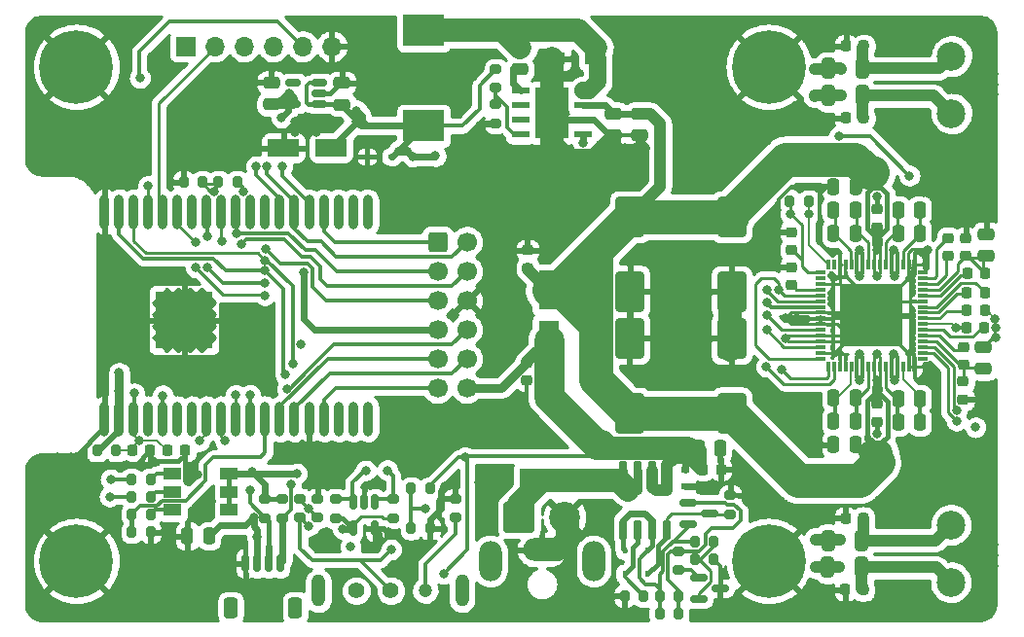
<source format=gbr>
G04 #@! TF.GenerationSoftware,KiCad,Pcbnew,(6.0.9-0)*
G04 #@! TF.CreationDate,2022-12-09T10:21:34+01:00*
G04 #@! TF.ProjectId,muVox,6d75566f-782e-46b6-9963-61645f706362,rc1*
G04 #@! TF.SameCoordinates,Original*
G04 #@! TF.FileFunction,Copper,L1,Top*
G04 #@! TF.FilePolarity,Positive*
%FSLAX46Y46*%
G04 Gerber Fmt 4.6, Leading zero omitted, Abs format (unit mm)*
G04 Created by KiCad (PCBNEW (6.0.9-0)) date 2022-12-09 10:21:34*
%MOMM*%
%LPD*%
G01*
G04 APERTURE LIST*
G04 Aperture macros list*
%AMRoundRect*
0 Rectangle with rounded corners*
0 $1 Rounding radius*
0 $2 $3 $4 $5 $6 $7 $8 $9 X,Y pos of 4 corners*
0 Add a 4 corners polygon primitive as box body*
4,1,4,$2,$3,$4,$5,$6,$7,$8,$9,$2,$3,0*
0 Add four circle primitives for the rounded corners*
1,1,$1+$1,$2,$3*
1,1,$1+$1,$4,$5*
1,1,$1+$1,$6,$7*
1,1,$1+$1,$8,$9*
0 Add four rect primitives between the rounded corners*
20,1,$1+$1,$2,$3,$4,$5,0*
20,1,$1+$1,$4,$5,$6,$7,0*
20,1,$1+$1,$6,$7,$8,$9,0*
20,1,$1+$1,$8,$9,$2,$3,0*%
G04 Aperture macros list end*
G04 #@! TA.AperFunction,SMDPad,CuDef*
%ADD10RoundRect,0.250000X-0.475000X0.250000X-0.475000X-0.250000X0.475000X-0.250000X0.475000X0.250000X0*%
G04 #@! TD*
G04 #@! TA.AperFunction,ComponentPad*
%ADD11R,4.000000X2.000000*%
G04 #@! TD*
G04 #@! TA.AperFunction,ComponentPad*
%ADD12O,3.300000X2.000000*%
G04 #@! TD*
G04 #@! TA.AperFunction,ComponentPad*
%ADD13O,2.000000X3.500000*%
G04 #@! TD*
G04 #@! TA.AperFunction,SMDPad,CuDef*
%ADD14RoundRect,0.150000X0.150000X-0.725000X0.150000X0.725000X-0.150000X0.725000X-0.150000X-0.725000X0*%
G04 #@! TD*
G04 #@! TA.AperFunction,SMDPad,CuDef*
%ADD15RoundRect,0.150000X0.512500X0.150000X-0.512500X0.150000X-0.512500X-0.150000X0.512500X-0.150000X0*%
G04 #@! TD*
G04 #@! TA.AperFunction,ComponentPad*
%ADD16RoundRect,0.250000X-0.600000X-0.600000X0.600000X-0.600000X0.600000X0.600000X-0.600000X0.600000X0*%
G04 #@! TD*
G04 #@! TA.AperFunction,ComponentPad*
%ADD17C,1.700000*%
G04 #@! TD*
G04 #@! TA.AperFunction,SMDPad,CuDef*
%ADD18RoundRect,0.225000X0.250000X-0.225000X0.250000X0.225000X-0.250000X0.225000X-0.250000X-0.225000X0*%
G04 #@! TD*
G04 #@! TA.AperFunction,SMDPad,CuDef*
%ADD19RoundRect,0.150000X-0.150000X0.512500X-0.150000X-0.512500X0.150000X-0.512500X0.150000X0.512500X0*%
G04 #@! TD*
G04 #@! TA.AperFunction,SMDPad,CuDef*
%ADD20RoundRect,0.250000X1.137500X0.550000X-1.137500X0.550000X-1.137500X-0.550000X1.137500X-0.550000X0*%
G04 #@! TD*
G04 #@! TA.AperFunction,SMDPad,CuDef*
%ADD21RoundRect,0.150000X-0.587500X-0.150000X0.587500X-0.150000X0.587500X0.150000X-0.587500X0.150000X0*%
G04 #@! TD*
G04 #@! TA.AperFunction,SMDPad,CuDef*
%ADD22R,0.450000X0.600000*%
G04 #@! TD*
G04 #@! TA.AperFunction,SMDPad,CuDef*
%ADD23RoundRect,0.250000X0.250000X0.475000X-0.250000X0.475000X-0.250000X-0.475000X0.250000X-0.475000X0*%
G04 #@! TD*
G04 #@! TA.AperFunction,SMDPad,CuDef*
%ADD24RoundRect,0.200000X0.275000X-0.200000X0.275000X0.200000X-0.275000X0.200000X-0.275000X-0.200000X0*%
G04 #@! TD*
G04 #@! TA.AperFunction,SMDPad,CuDef*
%ADD25RoundRect,0.250000X1.000000X-1.500000X1.000000X1.500000X-1.000000X1.500000X-1.000000X-1.500000X0*%
G04 #@! TD*
G04 #@! TA.AperFunction,SMDPad,CuDef*
%ADD26RoundRect,0.200000X0.200000X0.275000X-0.200000X0.275000X-0.200000X-0.275000X0.200000X-0.275000X0*%
G04 #@! TD*
G04 #@! TA.AperFunction,SMDPad,CuDef*
%ADD27RoundRect,0.225000X-0.225000X-0.250000X0.225000X-0.250000X0.225000X0.250000X-0.225000X0.250000X0*%
G04 #@! TD*
G04 #@! TA.AperFunction,ComponentPad*
%ADD28C,6.400000*%
G04 #@! TD*
G04 #@! TA.AperFunction,ComponentPad*
%ADD29C,2.500000*%
G04 #@! TD*
G04 #@! TA.AperFunction,SMDPad,CuDef*
%ADD30R,0.600000X0.450000*%
G04 #@! TD*
G04 #@! TA.AperFunction,SMDPad,CuDef*
%ADD31RoundRect,0.225000X0.225000X0.250000X-0.225000X0.250000X-0.225000X-0.250000X0.225000X-0.250000X0*%
G04 #@! TD*
G04 #@! TA.AperFunction,SMDPad,CuDef*
%ADD32RoundRect,0.200000X-0.200000X-0.275000X0.200000X-0.275000X0.200000X0.275000X-0.200000X0.275000X0*%
G04 #@! TD*
G04 #@! TA.AperFunction,SMDPad,CuDef*
%ADD33RoundRect,0.250000X-1.000000X1.500000X-1.000000X-1.500000X1.000000X-1.500000X1.000000X1.500000X0*%
G04 #@! TD*
G04 #@! TA.AperFunction,SMDPad,CuDef*
%ADD34RoundRect,0.250000X-0.325000X-0.650000X0.325000X-0.650000X0.325000X0.650000X-0.325000X0.650000X0*%
G04 #@! TD*
G04 #@! TA.AperFunction,ComponentPad*
%ADD35RoundRect,0.250001X-1.099999X-1.099999X1.099999X-1.099999X1.099999X1.099999X-1.099999X1.099999X0*%
G04 #@! TD*
G04 #@! TA.AperFunction,ComponentPad*
%ADD36C,2.700000*%
G04 #@! TD*
G04 #@! TA.AperFunction,SMDPad,CuDef*
%ADD37RoundRect,0.200000X-0.275000X0.200000X-0.275000X-0.200000X0.275000X-0.200000X0.275000X0.200000X0*%
G04 #@! TD*
G04 #@! TA.AperFunction,ComponentPad*
%ADD38R,1.700000X1.700000*%
G04 #@! TD*
G04 #@! TA.AperFunction,ComponentPad*
%ADD39O,1.700000X1.700000*%
G04 #@! TD*
G04 #@! TA.AperFunction,SMDPad,CuDef*
%ADD40RoundRect,0.075000X-0.075000X0.362500X-0.075000X-0.362500X0.075000X-0.362500X0.075000X0.362500X0*%
G04 #@! TD*
G04 #@! TA.AperFunction,SMDPad,CuDef*
%ADD41RoundRect,0.075000X-0.362500X0.075000X-0.362500X-0.075000X0.362500X-0.075000X0.362500X0.075000X0*%
G04 #@! TD*
G04 #@! TA.AperFunction,ComponentPad*
%ADD42C,0.500000*%
G04 #@! TD*
G04 #@! TA.AperFunction,SMDPad,CuDef*
%ADD43R,5.450000X5.450000*%
G04 #@! TD*
G04 #@! TA.AperFunction,SMDPad,CuDef*
%ADD44R,3.600000X2.700000*%
G04 #@! TD*
G04 #@! TA.AperFunction,SMDPad,CuDef*
%ADD45R,0.700000X0.600000*%
G04 #@! TD*
G04 #@! TA.AperFunction,SMDPad,CuDef*
%ADD46RoundRect,0.250000X0.475000X-0.250000X0.475000X0.250000X-0.475000X0.250000X-0.475000X-0.250000X0*%
G04 #@! TD*
G04 #@! TA.AperFunction,SMDPad,CuDef*
%ADD47R,1.550000X0.600000*%
G04 #@! TD*
G04 #@! TA.AperFunction,ComponentPad*
%ADD48C,0.600000*%
G04 #@! TD*
G04 #@! TA.AperFunction,SMDPad,CuDef*
%ADD49R,2.950000X4.500000*%
G04 #@! TD*
G04 #@! TA.AperFunction,SMDPad,CuDef*
%ADD50R,2.600000X3.100000*%
G04 #@! TD*
G04 #@! TA.AperFunction,ComponentPad*
%ADD51C,1.400000*%
G04 #@! TD*
G04 #@! TA.AperFunction,ComponentPad*
%ADD52C,1.200000*%
G04 #@! TD*
G04 #@! TA.AperFunction,ComponentPad*
%ADD53O,1.208000X2.800000*%
G04 #@! TD*
G04 #@! TA.AperFunction,SMDPad,CuDef*
%ADD54RoundRect,0.250000X-0.250000X-0.475000X0.250000X-0.475000X0.250000X0.475000X-0.250000X0.475000X0*%
G04 #@! TD*
G04 #@! TA.AperFunction,SMDPad,CuDef*
%ADD55R,1.500000X1.000000*%
G04 #@! TD*
G04 #@! TA.AperFunction,SMDPad,CuDef*
%ADD56RoundRect,0.150000X-0.150000X-0.625000X0.150000X-0.625000X0.150000X0.625000X-0.150000X0.625000X0*%
G04 #@! TD*
G04 #@! TA.AperFunction,SMDPad,CuDef*
%ADD57RoundRect,0.250000X-0.350000X-0.650000X0.350000X-0.650000X0.350000X0.650000X-0.350000X0.650000X0*%
G04 #@! TD*
G04 #@! TA.AperFunction,SMDPad,CuDef*
%ADD58RoundRect,0.225000X-0.250000X0.225000X-0.250000X-0.225000X0.250000X-0.225000X0.250000X0.225000X0*%
G04 #@! TD*
G04 #@! TA.AperFunction,SMDPad,CuDef*
%ADD59R,1.800000X3.500000*%
G04 #@! TD*
G04 #@! TA.AperFunction,SMDPad,CuDef*
%ADD60O,0.900000X3.000000*%
G04 #@! TD*
G04 #@! TA.AperFunction,ComponentPad*
%ADD61C,0.800000*%
G04 #@! TD*
G04 #@! TA.AperFunction,SMDPad,CuDef*
%ADD62R,5.000000X5.000000*%
G04 #@! TD*
G04 #@! TA.AperFunction,SMDPad,CuDef*
%ADD63R,1.100000X1.100000*%
G04 #@! TD*
G04 #@! TA.AperFunction,ViaPad*
%ADD64C,0.800000*%
G04 #@! TD*
G04 #@! TA.AperFunction,Conductor*
%ADD65C,0.250000*%
G04 #@! TD*
G04 #@! TA.AperFunction,Conductor*
%ADD66C,0.300000*%
G04 #@! TD*
G04 #@! TA.AperFunction,Conductor*
%ADD67C,0.600000*%
G04 #@! TD*
G04 #@! TA.AperFunction,Conductor*
%ADD68C,0.400000*%
G04 #@! TD*
G04 #@! TA.AperFunction,Conductor*
%ADD69C,2.000000*%
G04 #@! TD*
G04 #@! TA.AperFunction,Conductor*
%ADD70C,0.800000*%
G04 #@! TD*
G04 #@! TA.AperFunction,Conductor*
%ADD71C,0.200000*%
G04 #@! TD*
G04 #@! TA.AperFunction,Conductor*
%ADD72C,1.000000*%
G04 #@! TD*
G04 #@! TA.AperFunction,Conductor*
%ADD73C,2.600000*%
G04 #@! TD*
G04 #@! TA.AperFunction,Conductor*
%ADD74C,3.000000*%
G04 #@! TD*
G04 #@! TA.AperFunction,Conductor*
%ADD75C,1.500000*%
G04 #@! TD*
G04 #@! TA.AperFunction,Conductor*
%ADD76C,0.254000*%
G04 #@! TD*
G04 APERTURE END LIST*
D10*
X101859100Y-114146800D03*
X101859100Y-116046800D03*
X95709100Y-114129900D03*
X95709100Y-116029900D03*
D11*
X119260100Y-148789300D03*
D12*
X119260100Y-154789300D03*
D13*
X114760100Y-155789300D03*
X123760100Y-155789300D03*
D14*
X126314200Y-153068100D03*
X127584200Y-153068100D03*
X128854200Y-153068100D03*
X130124200Y-153068100D03*
X130124200Y-147918100D03*
X128854200Y-147918100D03*
X127584200Y-147918100D03*
X126314200Y-147918100D03*
D15*
X99927600Y-116029300D03*
X99927600Y-115079300D03*
X99927600Y-114129300D03*
X97652600Y-114129300D03*
X97652600Y-116029300D03*
D16*
X110187600Y-128004300D03*
D17*
X112727600Y-128004300D03*
X110187600Y-130544300D03*
X112727600Y-130544300D03*
X110187600Y-133084300D03*
X112727600Y-133084300D03*
X110187600Y-135624300D03*
X112727600Y-135624300D03*
X110187600Y-138164300D03*
X112727600Y-138164300D03*
X110187600Y-140704300D03*
X112727600Y-140704300D03*
D18*
X140960100Y-128694300D03*
X140960100Y-127144300D03*
D19*
X104763400Y-150647700D03*
X103813400Y-150647700D03*
X102863400Y-150647700D03*
X102863400Y-152922700D03*
X104763400Y-152922700D03*
D20*
X100902600Y-119829300D03*
X96777600Y-119829300D03*
D21*
X132887500Y-157200000D03*
X132887500Y-159100000D03*
X134762500Y-158150000D03*
D22*
X128450000Y-154825000D03*
X128450000Y-156925000D03*
D23*
X152140100Y-127229300D03*
X150240100Y-127229300D03*
D24*
X95199200Y-152031200D03*
X95199200Y-150381200D03*
D25*
X135760480Y-142894790D03*
X135760480Y-136394790D03*
D18*
X148400100Y-126734300D03*
X148400100Y-125184300D03*
D26*
X85215900Y-148675000D03*
X83565900Y-148675000D03*
D27*
X133275000Y-147800000D03*
X134825000Y-147800000D03*
D28*
X78770100Y-155779300D03*
D23*
X152140100Y-141679300D03*
X150240100Y-141679300D03*
D29*
X154840100Y-157629300D03*
X154840100Y-152629300D03*
D26*
X131150000Y-160350000D03*
X129500000Y-160350000D03*
D30*
X108184200Y-151206200D03*
X110284200Y-151206200D03*
D31*
X147215100Y-152049300D03*
X145665100Y-152049300D03*
D32*
X107884200Y-152956200D03*
X109534200Y-152956200D03*
D23*
X152140100Y-143679300D03*
X150240100Y-143679300D03*
D33*
X126915100Y-125804300D03*
X126915100Y-132304300D03*
D26*
X85225000Y-151725000D03*
X83575000Y-151725000D03*
D31*
X88225000Y-146175000D03*
X86675000Y-146175000D03*
X147210100Y-158289300D03*
X145660100Y-158289300D03*
X147260100Y-117219300D03*
X145710100Y-117219300D03*
D34*
X144140100Y-153979300D03*
X147090100Y-153979300D03*
D23*
X146540100Y-123189300D03*
X144640100Y-123189300D03*
D26*
X109534200Y-149456200D03*
X107884200Y-149456200D03*
D18*
X155905200Y-141719600D03*
X155905200Y-140169600D03*
D34*
X144135100Y-156339300D03*
X147085100Y-156339300D03*
D26*
X89740100Y-122779300D03*
X88090100Y-122779300D03*
X85225000Y-153275000D03*
X83575000Y-153275000D03*
D31*
X85200000Y-146175000D03*
X83650000Y-146175000D03*
D10*
X117365100Y-111079300D03*
X117365100Y-112979300D03*
D35*
X117270100Y-151954300D03*
D36*
X121230100Y-151954300D03*
D34*
X144185100Y-115279300D03*
X147135100Y-115279300D03*
D18*
X118015100Y-130279300D03*
X118015100Y-128729300D03*
D31*
X157775100Y-133939300D03*
X156225100Y-133939300D03*
D37*
X101299400Y-150381200D03*
X101299400Y-152031200D03*
D23*
X146540100Y-127229300D03*
X144640100Y-127229300D03*
D24*
X115265100Y-114604300D03*
X115265100Y-112954300D03*
D28*
X78770100Y-112759300D03*
D34*
X144185100Y-112904300D03*
X147135100Y-112904300D03*
D38*
X88290100Y-110979300D03*
D39*
X90830100Y-110979300D03*
X93370100Y-110979300D03*
X95910100Y-110979300D03*
X98450100Y-110979300D03*
X100990100Y-110979300D03*
D24*
X115265100Y-117654300D03*
X115265100Y-116004300D03*
D40*
X151671350Y-129973050D03*
X151171350Y-129973050D03*
X150671350Y-129973050D03*
X150171350Y-129973050D03*
X149671350Y-129973050D03*
X149171350Y-129973050D03*
X148671350Y-129973050D03*
X148171350Y-129973050D03*
X147671350Y-129973050D03*
X147171350Y-129973050D03*
X146671350Y-129973050D03*
X146171350Y-129973050D03*
X145671350Y-129973050D03*
X145171350Y-129973050D03*
X144671350Y-129973050D03*
X144171350Y-129973050D03*
D41*
X143483850Y-130660550D03*
X143483850Y-131160550D03*
X143483850Y-131660550D03*
X143483850Y-132160550D03*
X143483850Y-132660550D03*
X143483850Y-133160550D03*
X143483850Y-133660550D03*
X143483850Y-134160550D03*
X143483850Y-134660550D03*
X143483850Y-135160550D03*
X143483850Y-135660550D03*
X143483850Y-136160550D03*
X143483850Y-136660550D03*
X143483850Y-137160550D03*
X143483850Y-137660550D03*
X143483850Y-138160550D03*
D40*
X144171350Y-138848050D03*
X144671350Y-138848050D03*
X145171350Y-138848050D03*
X145671350Y-138848050D03*
X146171350Y-138848050D03*
X146671350Y-138848050D03*
X147171350Y-138848050D03*
X147671350Y-138848050D03*
X148171350Y-138848050D03*
X148671350Y-138848050D03*
X149171350Y-138848050D03*
X149671350Y-138848050D03*
X150171350Y-138848050D03*
X150671350Y-138848050D03*
X151171350Y-138848050D03*
X151671350Y-138848050D03*
D41*
X152358850Y-138160550D03*
X152358850Y-137660550D03*
X152358850Y-137160550D03*
X152358850Y-136660550D03*
X152358850Y-136160550D03*
X152358850Y-135660550D03*
X152358850Y-135160550D03*
X152358850Y-134660550D03*
X152358850Y-134160550D03*
X152358850Y-133660550D03*
X152358850Y-133160550D03*
X152358850Y-132660550D03*
X152358850Y-132160550D03*
X152358850Y-131660550D03*
X152358850Y-131160550D03*
X152358850Y-130660550D03*
D42*
X145482950Y-136848950D03*
X149191350Y-133140550D03*
X150359750Y-135680550D03*
X147921350Y-135680550D03*
X147921350Y-131972150D03*
X147921350Y-136848950D03*
X147921350Y-133140550D03*
X146752950Y-131972150D03*
X146752950Y-133140550D03*
X146752950Y-134410550D03*
X145482950Y-131972150D03*
D43*
X147921350Y-134410550D03*
D42*
X150359750Y-133140550D03*
X149191350Y-134410550D03*
X149191350Y-136848950D03*
X145482950Y-134410550D03*
X149191350Y-131972150D03*
X147921350Y-134410550D03*
X145482950Y-135680550D03*
X146752950Y-135680550D03*
X150359750Y-136848950D03*
X150359750Y-131972150D03*
X149191350Y-135680550D03*
X146752950Y-136848950D03*
X150359750Y-134410550D03*
X145482950Y-133140550D03*
D44*
X108968100Y-109593300D03*
X108968100Y-117893300D03*
D37*
X131100000Y-154925000D03*
X131100000Y-156575000D03*
D45*
X131750000Y-149275000D03*
X131750000Y-147875000D03*
D32*
X132575000Y-155650000D03*
X134225000Y-155650000D03*
X80575000Y-146175000D03*
X82225000Y-146175000D03*
D18*
X140960100Y-131734300D03*
X140960100Y-130184300D03*
D26*
X85215000Y-150198300D03*
X83565000Y-150198300D03*
D46*
X157930100Y-129219300D03*
X157930100Y-127319300D03*
D37*
X106324400Y-150381200D03*
X106324400Y-152031200D03*
D47*
X117422600Y-114856800D03*
X117422600Y-116126800D03*
X117422600Y-117396800D03*
X117422600Y-118666800D03*
X122822600Y-118666800D03*
X122822600Y-117396800D03*
X122822600Y-116126800D03*
X122822600Y-114856800D03*
D48*
X119522600Y-116161800D03*
X120722600Y-118561800D03*
X120722600Y-116161800D03*
X119522600Y-114961800D03*
D49*
X120122600Y-116761800D03*
D48*
X120722600Y-114961800D03*
D50*
X120122600Y-116761800D03*
D48*
X119522600Y-118561800D03*
X119522600Y-117461800D03*
X120722600Y-117461800D03*
D26*
X92765100Y-122779300D03*
X91115100Y-122779300D03*
D51*
X103120400Y-158362800D03*
X106120400Y-158362800D03*
D52*
X109120400Y-158362800D03*
D53*
X99820400Y-158362800D03*
X112320400Y-158362800D03*
D23*
X146540100Y-143629300D03*
X144640100Y-143629300D03*
D26*
X128100000Y-158825000D03*
X126450000Y-158825000D03*
D23*
X146540100Y-141579300D03*
X144640100Y-141579300D03*
D24*
X96723200Y-152031200D03*
X96723200Y-150381200D03*
D31*
X147260100Y-110959300D03*
X145710100Y-110959300D03*
D21*
X132000000Y-150675000D03*
X132000000Y-152575000D03*
X133875000Y-151625000D03*
D37*
X135650000Y-150075000D03*
X135650000Y-151725000D03*
D26*
X131150000Y-158825000D03*
X129500000Y-158825000D03*
D32*
X140825000Y-124450000D03*
X142475000Y-124450000D03*
D25*
X126890100Y-142904300D03*
X126890100Y-136404300D03*
D54*
X132879000Y-146002200D03*
X134779000Y-146002200D03*
D33*
X135760480Y-125837290D03*
X135760480Y-132337290D03*
D24*
X98247200Y-152019000D03*
X98247200Y-150369000D03*
D54*
X88422400Y-153619200D03*
X90322400Y-153619200D03*
D18*
X155940100Y-138689300D03*
X155940100Y-137139300D03*
D24*
X99771200Y-152019000D03*
X99771200Y-150369000D03*
D10*
X157680100Y-137149300D03*
X157680100Y-139049300D03*
D18*
X154600100Y-129224300D03*
X154600100Y-127674300D03*
D24*
X111725000Y-152025000D03*
X111725000Y-150375000D03*
D55*
X87150000Y-148150000D03*
X87150000Y-149750000D03*
X87150000Y-151350000D03*
X92050000Y-151350000D03*
X92050000Y-149750000D03*
X92050000Y-148150000D03*
D56*
X93496000Y-155988000D03*
X94496000Y-155988000D03*
X95496000Y-155988000D03*
X96496000Y-155988000D03*
D57*
X92196000Y-159863000D03*
X97796000Y-159863000D03*
D10*
X127742600Y-116827800D03*
X127742600Y-118727800D03*
D28*
X139000000Y-112759300D03*
D23*
X146540100Y-125229300D03*
X144640100Y-125229300D03*
D32*
X132575000Y-154125000D03*
X134225000Y-154125000D03*
D18*
X156140100Y-129239300D03*
X156140100Y-127689300D03*
D58*
X148430100Y-142114300D03*
X148430100Y-143664300D03*
D27*
X156280100Y-130729300D03*
X157830100Y-130729300D03*
D30*
X104065100Y-120579300D03*
X106165100Y-120579300D03*
D59*
X119840100Y-136579300D03*
X119840100Y-132179300D03*
D58*
X117965100Y-138504300D03*
X117965100Y-140054300D03*
D60*
X81230100Y-143410550D03*
X82500100Y-143410550D03*
X83770100Y-143410550D03*
X85040100Y-143410550D03*
X86310100Y-143410550D03*
X87580100Y-143410550D03*
X88850100Y-143410550D03*
X90120100Y-143410550D03*
X91390100Y-143410550D03*
X92660100Y-143410550D03*
X93930100Y-143410550D03*
X95200100Y-143410550D03*
X96470100Y-143410550D03*
X97740100Y-143410550D03*
X99040100Y-143410550D03*
X100310100Y-143410550D03*
X101580100Y-143410550D03*
X102850100Y-143410550D03*
X104120100Y-143410550D03*
X104120100Y-125410550D03*
X102850100Y-125410550D03*
X101580100Y-125410550D03*
X100310100Y-125410550D03*
X99040100Y-125410550D03*
X97740100Y-125380550D03*
X96470100Y-125380550D03*
X95200100Y-125380550D03*
X93930100Y-125380550D03*
X92660100Y-125380550D03*
X91390100Y-125380550D03*
X90120100Y-125380550D03*
X88850100Y-125380550D03*
X87580100Y-125380550D03*
X86310100Y-125380550D03*
X85040100Y-125380550D03*
X83770100Y-125380550D03*
X82500100Y-125380550D03*
X81230100Y-125380550D03*
D61*
X87140100Y-134810550D03*
X86140100Y-132810550D03*
X86140100Y-135810550D03*
X89140100Y-133810550D03*
X87140100Y-133810550D03*
X88140100Y-135810550D03*
X89140100Y-136810550D03*
X87140100Y-132810550D03*
X86140100Y-134810550D03*
X90140100Y-136810550D03*
X89140100Y-134810550D03*
X86140100Y-133810550D03*
X88140100Y-133810550D03*
D62*
X88150100Y-134810550D03*
D61*
X89140100Y-132810550D03*
X90140100Y-133810550D03*
X88140100Y-134810550D03*
X90140100Y-132810550D03*
X88140100Y-136810550D03*
X89140100Y-135810550D03*
X87140100Y-135810550D03*
X86140100Y-136810550D03*
X87140100Y-136810550D03*
X90140100Y-134810550D03*
X90140100Y-135810550D03*
X88140100Y-132810550D03*
D10*
X125456600Y-116827800D03*
X125456600Y-118727800D03*
D27*
X156215100Y-135459300D03*
X157765100Y-135459300D03*
D22*
X126450000Y-154825000D03*
X126450000Y-156925000D03*
D23*
X146540100Y-145639300D03*
X144640100Y-145639300D03*
D29*
X154890100Y-111829300D03*
X154890100Y-116829300D03*
D63*
X123515100Y-112029300D03*
X120715100Y-112029300D03*
D23*
X152140100Y-125229300D03*
X150240100Y-125229300D03*
D27*
X156240100Y-132419300D03*
X157790100Y-132419300D03*
D28*
X139000000Y-155779300D03*
D64*
X157640100Y-113382700D03*
X127814900Y-113148100D03*
X126443300Y-119839300D03*
X98715100Y-118429300D03*
X157640100Y-114282700D03*
X97815100Y-117529300D03*
X107755700Y-114302100D03*
X129491300Y-136168100D03*
X83108800Y-147421600D03*
X158020000Y-123740000D03*
X114750000Y-148975000D03*
X156640000Y-123730000D03*
X129491300Y-134368100D03*
X111355700Y-114302100D03*
X109555700Y-112491100D03*
X106855700Y-114305500D03*
X130391300Y-136168100D03*
X140490000Y-136413910D03*
X158725000Y-135475000D03*
X133087100Y-136182500D03*
X152840100Y-128729300D03*
X158540100Y-154379300D03*
X132187100Y-133482500D03*
X129491300Y-133468100D03*
X152490100Y-123679300D03*
X132187100Y-136182500D03*
X156740100Y-156182700D03*
X108655700Y-112487700D03*
X128727200Y-114071400D03*
X138887200Y-140893800D03*
X99775000Y-154225000D03*
X127811500Y-112248100D03*
X158725000Y-136325000D03*
X133087100Y-133482500D03*
X94190100Y-114029300D03*
X107755700Y-115202100D03*
X157640100Y-155282700D03*
X158540100Y-115179300D03*
X128272100Y-119839300D03*
X109555700Y-115205500D03*
X148410100Y-124069300D03*
X129616200Y-113157000D03*
X131287900Y-132568100D03*
X130391300Y-137068100D03*
X133087100Y-137082500D03*
X107755700Y-112487700D03*
X101325000Y-148075000D03*
X110455700Y-115202100D03*
X106855700Y-115205500D03*
X126911500Y-112248100D03*
X158700000Y-134675000D03*
X151390100Y-123679300D03*
X133087100Y-134382500D03*
X127372100Y-119839300D03*
X129612800Y-112257000D03*
X78333600Y-146710400D03*
X140490000Y-134660000D03*
X156740100Y-114282700D03*
X156740100Y-154382700D03*
X111355700Y-112487700D03*
X105235800Y-153983400D03*
X98715100Y-117529300D03*
X158540100Y-114279300D03*
X110455700Y-112487700D03*
X89281000Y-148259800D03*
X106855700Y-112491100D03*
X100950000Y-154200000D03*
X107755700Y-113387700D03*
X156740100Y-155282700D03*
X127814900Y-114048100D03*
X109555700Y-113391100D03*
X108655700Y-114302100D03*
X130391300Y-134368100D03*
X158540100Y-155279300D03*
X77114400Y-146735800D03*
X109555700Y-114305500D03*
X108655700Y-113387700D03*
X131291300Y-133468100D03*
X156740100Y-115182700D03*
X158540100Y-113379300D03*
X111355700Y-113387700D03*
X125594100Y-119839300D03*
X153600000Y-123700000D03*
X104709434Y-148905434D03*
X113800000Y-148975000D03*
X148444760Y-144683976D03*
X157330000Y-124370000D03*
X114808000Y-143510000D03*
X111355700Y-115202100D03*
X129616200Y-114071400D03*
X131291300Y-136168100D03*
X133083700Y-135282500D03*
X132183700Y-132582500D03*
X110455700Y-114302100D03*
X157640100Y-115182700D03*
X156740100Y-113382700D03*
X129487900Y-132568100D03*
X126914900Y-114048100D03*
X110846200Y-149308000D03*
X131291300Y-134368100D03*
X105896200Y-153272200D03*
X131291300Y-137068100D03*
X130391300Y-133468100D03*
X129487900Y-135268100D03*
X88442800Y-148894800D03*
X116840000Y-125984000D03*
X129491300Y-137068100D03*
X132183700Y-135282500D03*
X99615100Y-118425900D03*
X157640100Y-156182700D03*
X132187100Y-137082500D03*
X132187100Y-134382500D03*
X130387900Y-135268100D03*
X133083700Y-132582500D03*
X110455700Y-113387700D03*
X130387900Y-132568100D03*
X99615100Y-117525900D03*
X113895700Y-117858100D03*
X126914900Y-113148100D03*
X128712800Y-112257000D03*
X128716200Y-113157000D03*
X108655700Y-115202100D03*
X131287900Y-135268100D03*
X97815100Y-118429300D03*
X106855700Y-113391100D03*
X158540100Y-156179300D03*
X157640100Y-154382700D03*
X106172000Y-154787600D03*
X99000897Y-152712939D03*
X98264600Y-136908100D03*
X108015100Y-120569120D03*
X98531500Y-130687900D03*
X94513400Y-153670000D03*
X156982600Y-144136800D03*
X110015100Y-120529300D03*
X103140100Y-117529300D03*
X145110200Y-118793410D03*
X94221184Y-151971716D03*
X140901220Y-125568110D03*
X103140100Y-116554300D03*
X155290100Y-135479300D03*
X151240100Y-122229300D03*
X82500000Y-139400000D03*
X96600000Y-117200000D03*
X101930200Y-152984200D03*
X82490100Y-140979300D03*
X97235358Y-115054302D03*
X97925000Y-148175000D03*
X94090600Y-148031200D03*
X84250000Y-145275000D03*
X84290100Y-113729300D03*
X83790100Y-141179300D03*
X112575000Y-146750000D03*
X110700000Y-156895800D03*
X148394320Y-130978310D03*
X148419720Y-128692310D03*
X148419720Y-127701710D03*
X148394320Y-140071510D03*
X148669856Y-122629544D03*
X148419720Y-137785510D03*
X148394320Y-140960510D03*
X148010100Y-121969789D03*
X148463720Y-147183310D03*
X148530100Y-146299300D03*
X86300000Y-141375000D03*
X109109200Y-151181200D03*
X146921120Y-140071510D03*
X146895720Y-137760110D03*
X145180100Y-153919300D03*
X143052800Y-153898600D03*
X146895720Y-128733310D03*
X146921120Y-131003710D03*
X145280100Y-115259300D03*
X142976600Y-115316000D03*
X149892920Y-137760110D03*
X143060100Y-156319300D03*
X149918320Y-140071510D03*
X145130100Y-156279300D03*
X149892920Y-128733310D03*
X149918320Y-131003710D03*
X142970100Y-112969300D03*
X145250100Y-112929300D03*
X102625000Y-154525000D03*
X97091794Y-140791794D03*
X138818520Y-135677310D03*
X103922900Y-147901700D03*
X96925000Y-139500000D03*
X95150500Y-130507300D03*
X105827400Y-147886800D03*
X95150500Y-129592900D03*
X97639700Y-138635300D03*
X138818520Y-134381910D03*
X85040100Y-123129300D03*
X95325000Y-121425000D03*
X155328520Y-143576710D03*
X155346803Y-142677393D03*
X93118500Y-128221300D03*
X92640100Y-141329300D03*
X138843920Y-132172110D03*
X95201300Y-128576900D03*
X93890100Y-141329300D03*
X138818520Y-133289710D03*
X139859920Y-132172110D03*
X92690100Y-127229300D03*
X90140100Y-130203320D03*
X95136589Y-131610989D03*
X140092628Y-139127601D03*
X90140100Y-127479300D03*
X89140100Y-128029300D03*
X95150500Y-132640900D03*
X138796532Y-138856811D03*
X89141064Y-130233855D03*
X93878400Y-149606000D03*
X91442100Y-127967300D03*
X97425000Y-149075000D03*
X91670692Y-145264693D03*
X81675000Y-150175000D03*
X96667231Y-121417231D03*
X81750000Y-148675000D03*
X94411800Y-121425000D03*
X90758897Y-123621231D03*
X89458800Y-145338800D03*
X122865100Y-119429800D03*
X98958400Y-151206200D03*
X93292374Y-123622185D03*
X142476220Y-125568110D03*
D65*
X132887500Y-159100000D02*
X132887500Y-158612500D01*
X132887500Y-158612500D02*
X133925000Y-157575000D01*
X133925000Y-157575000D02*
X133925000Y-156675000D01*
X132900000Y-155650000D02*
X132575000Y-155650000D01*
X133925000Y-156675000D02*
X132900000Y-155650000D01*
D66*
X103813400Y-149424600D02*
X103813400Y-150647700D01*
D67*
X125136600Y-118727800D02*
X125456600Y-118727800D01*
D66*
X105235800Y-153983400D02*
X105235800Y-153395100D01*
D65*
X151661720Y-129969810D02*
X151661720Y-128904710D01*
X145161720Y-137157310D02*
X145161720Y-138844810D01*
X150636719Y-131682311D02*
X150386720Y-131932310D01*
D68*
X88225000Y-146547200D02*
X88225000Y-146175000D01*
D69*
X121496100Y-120929300D02*
X120122600Y-119555800D01*
D66*
X105546700Y-152922700D02*
X105896200Y-153272200D01*
D68*
X78663800Y-146710400D02*
X78333600Y-146710400D01*
D65*
X158725000Y-136325000D02*
X158504400Y-136325000D01*
D69*
X120122600Y-119555800D02*
X120122600Y-116761800D01*
D65*
X158700000Y-136300000D02*
X158700000Y-134675000D01*
D69*
X121450100Y-154009300D02*
X121450100Y-152174300D01*
D68*
X100859500Y-115079300D02*
X101779500Y-114159300D01*
D70*
X128272100Y-119839300D02*
X125594100Y-119839300D01*
D65*
X145186720Y-134157310D02*
X141583120Y-134157310D01*
D66*
X139850000Y-126900000D02*
X140094300Y-127144300D01*
D65*
X140490000Y-134660000D02*
X140987310Y-135157310D01*
X145661720Y-129969810D02*
X145661720Y-130919810D01*
X145661720Y-137952710D02*
X145661720Y-137894810D01*
D66*
X105235800Y-153395100D02*
X104763400Y-152922700D01*
D65*
X151161720Y-129969810D02*
X151161720Y-131157310D01*
X145436720Y-136882310D02*
X145161720Y-137157310D01*
D69*
X135640100Y-137397300D02*
X135640100Y-133229300D01*
X121450100Y-152174300D02*
X121230100Y-151954300D01*
X123829100Y-120929300D02*
X121496100Y-120929300D01*
D65*
X158725000Y-136325000D02*
X158700000Y-136300000D01*
D68*
X99890100Y-115079300D02*
X100859500Y-115079300D01*
D65*
X140992690Y-134157310D02*
X145186720Y-134157310D01*
X145189234Y-137422324D02*
X145189234Y-137129796D01*
D71*
X158700000Y-134675000D02*
X157964300Y-133939300D01*
D68*
X85200000Y-146642600D02*
X85674200Y-147116800D01*
D65*
X145186720Y-134157310D02*
X145436720Y-134407310D01*
X145661720Y-137894810D02*
X145189234Y-137422324D01*
X144949220Y-135157310D02*
X145436720Y-135644810D01*
D68*
X85200000Y-146175000D02*
X83953400Y-147421600D01*
D67*
X114099500Y-117654300D02*
X113895700Y-117858100D01*
D65*
X151661720Y-129969810D02*
X151441010Y-130190520D01*
X151441010Y-130878020D02*
X150636719Y-131682311D01*
X143474220Y-131657310D02*
X145161720Y-131657310D01*
D68*
X81230100Y-144144100D02*
X78663800Y-146710400D01*
X83953400Y-147421600D02*
X83108800Y-147421600D01*
X99771200Y-148539200D02*
X99822000Y-148488400D01*
D65*
X158700000Y-135425000D02*
X158725000Y-135450000D01*
D67*
X122822600Y-117396800D02*
X120757600Y-117396800D01*
D66*
X95705900Y-114029300D02*
X95861300Y-114184700D01*
D68*
X148410100Y-125174300D02*
X148400100Y-125184300D01*
D65*
X145661720Y-138844810D02*
X145661720Y-137952710D01*
D67*
X110484200Y-151206200D02*
X110484200Y-149670000D01*
D65*
X144661720Y-137657310D02*
X145189234Y-137129796D01*
X151161720Y-131157310D02*
X150386720Y-131932310D01*
X158700000Y-134675000D02*
X158700000Y-135425000D01*
X146161720Y-136157310D02*
X147911720Y-134407310D01*
X141083120Y-134657310D02*
X141079120Y-134661310D01*
X151161720Y-138844810D02*
X151161720Y-137657310D01*
X149161720Y-133157310D02*
X147911720Y-134407310D01*
D66*
X140974983Y-123189300D02*
X139850000Y-124314283D01*
X104332566Y-148905434D02*
X103813400Y-149424600D01*
X134762500Y-158150000D02*
X134762500Y-156187500D01*
D65*
X151161720Y-137657310D02*
X150386720Y-136882310D01*
D68*
X88225000Y-148677000D02*
X88442800Y-148894800D01*
D65*
X151161720Y-128948920D02*
X151455725Y-128654915D01*
D68*
X99771200Y-150369000D02*
X99771200Y-148539200D01*
D69*
X120670100Y-154789300D02*
X121450100Y-154009300D01*
D65*
X149161720Y-133157310D02*
X152349220Y-133157310D01*
X151586710Y-137898002D02*
X151586710Y-138398002D01*
D70*
X127742600Y-119309800D02*
X128272100Y-119839300D01*
D65*
X151161720Y-129969810D02*
X151161720Y-128948920D01*
D67*
X123805600Y-117396800D02*
X125136600Y-118727800D01*
D66*
X144640100Y-123189300D02*
X144085700Y-123189300D01*
D67*
X120757600Y-117396800D02*
X120122600Y-116761800D01*
D68*
X85200000Y-146175000D02*
X85200000Y-146642600D01*
D65*
X151671350Y-138848050D02*
X151671350Y-137982642D01*
D68*
X81230100Y-143410550D02*
X81230100Y-144144100D01*
X148444760Y-143678960D02*
X148430100Y-143664300D01*
D70*
X127742600Y-118727800D02*
X127742600Y-119309800D01*
D66*
X94190100Y-114029300D02*
X95705900Y-114029300D01*
D67*
X122822600Y-117396800D02*
X123805600Y-117396800D01*
D66*
X104763400Y-152922700D02*
X105546700Y-152922700D01*
D65*
X143474220Y-137657310D02*
X144661720Y-137657310D01*
X151671350Y-137982642D02*
X151346018Y-137657310D01*
X151441010Y-130190520D02*
X151441010Y-130878020D01*
X140490000Y-134660000D02*
X140492690Y-134657310D01*
D68*
X88225000Y-146175000D02*
X88225000Y-148677000D01*
D65*
X145661720Y-130919810D02*
X146674220Y-131932310D01*
D66*
X104709434Y-148905434D02*
X104332566Y-148905434D01*
X144085700Y-123189300D02*
X143450000Y-123825000D01*
D65*
X145189234Y-137129796D02*
X147911720Y-134407310D01*
D68*
X87655400Y-147116800D02*
X88225000Y-146547200D01*
D65*
X151455725Y-128654915D02*
X152116125Y-128654915D01*
D66*
X140094300Y-127144300D02*
X140960100Y-127144300D01*
D69*
X119260100Y-154789300D02*
X120670100Y-154789300D01*
D65*
X140490000Y-136413910D02*
X140746600Y-136157310D01*
D71*
X157964300Y-133939300D02*
X157455100Y-133939300D01*
D69*
X125202600Y-119555800D02*
X123829100Y-120929300D01*
D65*
X140490000Y-134660000D02*
X140992690Y-134157310D01*
X140746600Y-136157310D02*
X146161720Y-136157310D01*
X151346018Y-137657310D02*
X151586710Y-137898002D01*
X151661720Y-128904710D02*
X151899520Y-128666910D01*
X145211720Y-136657310D02*
X145436720Y-136882310D01*
D66*
X127742600Y-118727800D02*
X125456600Y-118727800D01*
D65*
X145161720Y-129969810D02*
X145161720Y-131657310D01*
D66*
X144640100Y-123189300D02*
X140974983Y-123189300D01*
X143450000Y-123825000D02*
X143450000Y-126550000D01*
D67*
X109534200Y-152956200D02*
X109534200Y-152156200D01*
D65*
X145436720Y-134407310D02*
X145186720Y-134657310D01*
D68*
X148444760Y-144683976D02*
X148444760Y-143678960D01*
X148410100Y-124069300D02*
X148410100Y-125174300D01*
D67*
X110484200Y-149670000D02*
X110846200Y-149308000D01*
D66*
X134762500Y-156187500D02*
X134225000Y-155650000D01*
D65*
X158504400Y-136325000D02*
X157680100Y-137149300D01*
X145161720Y-131657310D02*
X145436720Y-131932310D01*
D68*
X85674200Y-147116800D02*
X87655400Y-147116800D01*
D65*
X140490000Y-136413910D02*
X140733400Y-136657310D01*
X141583120Y-134157310D02*
X141079120Y-134661310D01*
X151161720Y-137657310D02*
X151346018Y-137657310D01*
D69*
X120122600Y-116761800D02*
X120122600Y-112036800D01*
D66*
X139850000Y-124314283D02*
X139850000Y-126900000D01*
D65*
X140733400Y-136657310D02*
X145211720Y-136657310D01*
X140492690Y-134657310D02*
X145186720Y-134657310D01*
D67*
X115265100Y-117654300D02*
X114099500Y-117654300D01*
D65*
X140987310Y-135157310D02*
X144949220Y-135157310D01*
D67*
X109534200Y-152156200D02*
X110484200Y-151206200D01*
D66*
X124892600Y-118727800D02*
X125456600Y-118727800D01*
D65*
X145186720Y-134657310D02*
X141083120Y-134657310D01*
D66*
X99000897Y-152712939D02*
X98941139Y-152712939D01*
X105257600Y-155702000D02*
X103127000Y-155702000D01*
X98247200Y-152019000D02*
X98247200Y-154672200D01*
X98941139Y-152712939D02*
X98247200Y-152019000D01*
X103459600Y-155702000D02*
X106120400Y-158362800D01*
X98247200Y-154672200D02*
X99277000Y-155702000D01*
X99277000Y-155702000D02*
X103127000Y-155702000D01*
X103127000Y-155702000D02*
X103459600Y-155702000D01*
X106172000Y-154787600D02*
X105257600Y-155702000D01*
X98831551Y-114357449D02*
X98831551Y-115900751D01*
D68*
X101779500Y-116034300D02*
X99895100Y-116034300D01*
D65*
X141866520Y-126533410D02*
X140901220Y-125568110D01*
D66*
X145133210Y-118770400D02*
X147781200Y-118770400D01*
X98831551Y-115900751D02*
X98960100Y-116029300D01*
D67*
X91262200Y-152679400D02*
X90322400Y-153619200D01*
D68*
X98960100Y-116029300D02*
X99890100Y-116029300D01*
D67*
X106282100Y-120579300D02*
X106775900Y-120085500D01*
X98531500Y-134701100D02*
X98531500Y-130687900D01*
X109975280Y-120569120D02*
X110015100Y-120529300D01*
D66*
X155290100Y-135479300D02*
X155875100Y-135479300D01*
D67*
X103504100Y-117893300D02*
X103140100Y-117529300D01*
D70*
X106775900Y-120085500D02*
X107487100Y-120085500D01*
D66*
X155875100Y-135479300D02*
X155895100Y-135459300D01*
D65*
X143067320Y-130648110D02*
X142399920Y-130648110D01*
D66*
X113844900Y-116435700D02*
X113844900Y-114374500D01*
D65*
X141866520Y-129556010D02*
X140952120Y-128641610D01*
D68*
X99895100Y-116034300D02*
X99890100Y-116029300D01*
D67*
X94221184Y-152768184D02*
X94521400Y-153068400D01*
D66*
X99927600Y-114129300D02*
X99059700Y-114129300D01*
D67*
X108015100Y-120569120D02*
X107970720Y-120569120D01*
X108015100Y-120569120D02*
X109975280Y-120569120D01*
X103140100Y-117529300D02*
X103140100Y-117327800D01*
D66*
X145110200Y-118793410D02*
X145133210Y-118770400D01*
X108968100Y-117893300D02*
X112387300Y-117893300D01*
D65*
X141866520Y-130114710D02*
X141866520Y-126533410D01*
X140901120Y-124044110D02*
X140901120Y-125568010D01*
D67*
X104079100Y-117893300D02*
X103590100Y-117404300D01*
X103590100Y-117004300D02*
X103140100Y-116554300D01*
D68*
X99890100Y-114129300D02*
X99265098Y-114129300D01*
D67*
X103140100Y-117591800D02*
X103140100Y-116554300D01*
D65*
X142399920Y-130648110D02*
X141866520Y-130114710D01*
D67*
X94521400Y-153068400D02*
X94521400Y-154540200D01*
D65*
X141866520Y-130114710D02*
X141866520Y-129556010D01*
D67*
X110187600Y-135624300D02*
X99454700Y-135624300D01*
D71*
X154971350Y-135160550D02*
X152358850Y-135160550D01*
D67*
X93446600Y-152679400D02*
X91262200Y-152679400D01*
X99454700Y-135624300D02*
X98531500Y-134701100D01*
X106165100Y-120579300D02*
X106282100Y-120579300D01*
X94521400Y-155962600D02*
X94496000Y-155988000D01*
D66*
X113844900Y-114374500D02*
X115265100Y-112954300D01*
D67*
X107970720Y-120569120D02*
X107487100Y-120085500D01*
X94221184Y-151971716D02*
X94154284Y-151971716D01*
X94521400Y-154540200D02*
X94521400Y-155962600D01*
X94513400Y-154532200D02*
X94521400Y-154540200D01*
X108968100Y-117893300D02*
X104079100Y-117893300D01*
D71*
X155290100Y-135479300D02*
X154971350Y-135160550D01*
D67*
X103590100Y-117404300D02*
X103590100Y-117004300D01*
D65*
X143076520Y-130657310D02*
X143067320Y-130648110D01*
D67*
X103140100Y-117327800D02*
X101859100Y-116046800D01*
D65*
X143474220Y-130657310D02*
X143076520Y-130657310D01*
D66*
X147781200Y-118770400D02*
X151240100Y-122229300D01*
D65*
X140901120Y-125568010D02*
X140901220Y-125568110D01*
D67*
X106775900Y-120085500D02*
X108968100Y-117893300D01*
X108968100Y-117893300D02*
X103504100Y-117893300D01*
D66*
X99059700Y-114129300D02*
X98831551Y-114357449D01*
D67*
X100902600Y-119829300D02*
X103140100Y-117591800D01*
D66*
X112387300Y-117893300D02*
X113844900Y-116435700D01*
D67*
X94154284Y-151971716D02*
X93446600Y-152679400D01*
X94221184Y-151971716D02*
X94221184Y-152768184D01*
X94513400Y-153670000D02*
X94513400Y-154532200D01*
X97900000Y-148175000D02*
X97875000Y-148150000D01*
D70*
X95709100Y-116029900D02*
X97652000Y-116029900D01*
X96259760Y-116029900D02*
X97235358Y-115054302D01*
X97652600Y-115471544D02*
X97235358Y-115054302D01*
D67*
X97200000Y-116600000D02*
X97200000Y-116500000D01*
D68*
X82490100Y-143400550D02*
X82500100Y-143410550D01*
D65*
X103559400Y-151875200D02*
X102863400Y-152571200D01*
D67*
X93743200Y-148150000D02*
X94209400Y-148150000D01*
D65*
X105337400Y-151875200D02*
X103559400Y-151875200D01*
D68*
X82490100Y-140979300D02*
X82490100Y-143400550D01*
D70*
X95709100Y-116029900D02*
X96259760Y-116029900D01*
D68*
X93862000Y-148031200D02*
X93743200Y-148150000D01*
D67*
X96600000Y-117200000D02*
X97200000Y-116600000D01*
D68*
X101971900Y-152031200D02*
X102863400Y-152922700D01*
X101299400Y-152031200D02*
X101971900Y-152031200D01*
D67*
X95199200Y-149139800D02*
X95199200Y-150381200D01*
D68*
X93743200Y-148150000D02*
X92050000Y-148150000D01*
D67*
X82500100Y-144391952D02*
X80717052Y-146175000D01*
X97925000Y-148175000D02*
X97900000Y-148175000D01*
X102801900Y-152984200D02*
X102863400Y-152922700D01*
D65*
X106324400Y-152031200D02*
X105493400Y-152031200D01*
X105493400Y-152031200D02*
X105337400Y-151875200D01*
D67*
X82500100Y-143410550D02*
X82500100Y-144391952D01*
D70*
X82500000Y-139400000D02*
X82500000Y-143410450D01*
D67*
X97875000Y-148150000D02*
X92050000Y-148150000D01*
D68*
X95199200Y-150381200D02*
X96723200Y-150381200D01*
D67*
X101930200Y-152984200D02*
X102801900Y-152984200D01*
D70*
X82500000Y-143410450D02*
X82500100Y-143410550D01*
X97652000Y-116029900D02*
X97652600Y-116029300D01*
D68*
X94090600Y-148031200D02*
X93862000Y-148031200D01*
D67*
X80717052Y-146175000D02*
X80575000Y-146175000D01*
X94209400Y-148150000D02*
X95199200Y-149139800D01*
D68*
X92050000Y-148150000D02*
X92050000Y-151350000D01*
D70*
X97652600Y-116029300D02*
X97652600Y-115471544D01*
D65*
X102863400Y-152571200D02*
X102863400Y-152922700D01*
D66*
X83790100Y-141179300D02*
X83790100Y-143390550D01*
D71*
X83770100Y-144795100D02*
X84250000Y-145275000D01*
X82225000Y-146175000D02*
X83650000Y-146175000D01*
D66*
X84240100Y-111429300D02*
X84240100Y-113679300D01*
X98450100Y-110979300D02*
X96300100Y-108829300D01*
X86840100Y-108829300D02*
X96300100Y-108829300D01*
X84240100Y-113679300D02*
X84290100Y-113729300D01*
D71*
X83650000Y-146175000D02*
X83650000Y-145875000D01*
X84250000Y-145275000D02*
X85775000Y-145275000D01*
X83770100Y-143410550D02*
X83770100Y-144795100D01*
X83650000Y-145875000D02*
X84250000Y-145275000D01*
D66*
X86840100Y-108829300D02*
X84240100Y-111429300D01*
D71*
X85775000Y-145275000D02*
X86675000Y-146175000D01*
D66*
X83790100Y-143390550D02*
X83770100Y-143410550D01*
D69*
X125980100Y-148789300D02*
X126771400Y-149580600D01*
X117270100Y-150779300D02*
X119260100Y-148789300D01*
D70*
X127584200Y-149580600D02*
X126771400Y-149580600D01*
X126771400Y-149580600D02*
X126314200Y-149580600D01*
D69*
X117270100Y-151954300D02*
X117270100Y-150779300D01*
X119260100Y-148789300D02*
X125980100Y-148789300D01*
D70*
X127584200Y-147918100D02*
X127584200Y-149580600D01*
X126314200Y-147918100D02*
X126314200Y-149580600D01*
D65*
X153588710Y-131016320D02*
X153447720Y-131157310D01*
X152349220Y-131157310D02*
X153447720Y-131157310D01*
X153588710Y-128603120D02*
X153588710Y-131016320D01*
X154388720Y-127803110D02*
X153588710Y-128603120D01*
X153765500Y-131562510D02*
X154388720Y-130939290D01*
X153753720Y-131562510D02*
X153765500Y-131562510D01*
X152349220Y-131657310D02*
X153658920Y-131657310D01*
X154388720Y-130939290D02*
X154388720Y-129378110D01*
X153658920Y-131657310D02*
X153753720Y-131562510D01*
X141419820Y-132157310D02*
X140952120Y-131689610D01*
X143474220Y-132157310D02*
X141419820Y-132157310D01*
X149161720Y-138844810D02*
X149161720Y-140711910D01*
D66*
X150223120Y-141417710D02*
X150223120Y-143373510D01*
D65*
X149161720Y-140711910D02*
X150223120Y-141773310D01*
X154769620Y-136278820D02*
X156740580Y-136278820D01*
X156740580Y-136278820D02*
X157365100Y-135654300D01*
X152358850Y-135660550D02*
X154151350Y-135660550D01*
X154151350Y-135660550D02*
X154769620Y-136278820D01*
X157365100Y-135654300D02*
X157365100Y-135479300D01*
D66*
X112575000Y-146750000D02*
X112000000Y-146750000D01*
D72*
X130124200Y-149597300D02*
X130124200Y-147918100D01*
D66*
X123428200Y-146650000D02*
X124409200Y-145669000D01*
X112775000Y-154820800D02*
X110700000Y-156895800D01*
D72*
X132049780Y-146794780D02*
X133057600Y-147802600D01*
D66*
X112775000Y-146950000D02*
X112775000Y-154820800D01*
D72*
X128854200Y-147918100D02*
X128854200Y-149318900D01*
D66*
X112675000Y-146650000D02*
X123428200Y-146650000D01*
D72*
X130150100Y-147454680D02*
X130810000Y-146794780D01*
D66*
X112575000Y-146750000D02*
X112675000Y-146650000D01*
D73*
X124409200Y-145669000D02*
X124029800Y-145669000D01*
D72*
X117965100Y-138454300D02*
X119840100Y-136579300D01*
D73*
X119840100Y-141479300D02*
X119840100Y-136579300D01*
D72*
X132455600Y-146425600D02*
X132879000Y-146002200D01*
D69*
X124409200Y-145669000D02*
X124683780Y-145943580D01*
D72*
X133057600Y-147802600D02*
X133057600Y-146180800D01*
X132086420Y-146794780D02*
X132455600Y-146425600D01*
D66*
X109534200Y-149215800D02*
X109534200Y-149456200D01*
D70*
X112727600Y-140704300D02*
X115765100Y-140704300D01*
D66*
X112575000Y-146750000D02*
X112775000Y-146950000D01*
D69*
X131973580Y-145943580D02*
X132455600Y-146425600D01*
D73*
X124029800Y-145669000D02*
X119840100Y-141479300D01*
D69*
X124683780Y-145943580D02*
X131973580Y-145943580D01*
D72*
X117965100Y-138504300D02*
X117965100Y-138454300D01*
D66*
X112000000Y-146750000D02*
X109534200Y-149215800D01*
D72*
X130810000Y-146794780D02*
X132049780Y-146794780D01*
X130072900Y-149648600D02*
X130124200Y-149597300D01*
D70*
X115765100Y-140704300D02*
X117965100Y-138504300D01*
D72*
X128854200Y-149318900D02*
X129183900Y-149648600D01*
D67*
X131750000Y-147131200D02*
X132455600Y-146425600D01*
D72*
X133057600Y-146180800D02*
X132879000Y-146002200D01*
X130810000Y-146794780D02*
X132086420Y-146794780D01*
X129183900Y-149648600D02*
X130072900Y-149648600D01*
X130150100Y-149069300D02*
X130150100Y-147454680D01*
D67*
X131750000Y-147875000D02*
X131750000Y-147131200D01*
D71*
X146161720Y-140385310D02*
X145103920Y-141443110D01*
D66*
X144739020Y-141443110D02*
X144739020Y-143398910D01*
D71*
X145103920Y-141443110D02*
X144726520Y-141443110D01*
X146161720Y-138844810D02*
X146161720Y-140385310D01*
D65*
X148652320Y-129919010D02*
X148652320Y-130720310D01*
X148652320Y-130720310D02*
X148394320Y-130978310D01*
X148152320Y-130736310D02*
X148394320Y-130978310D01*
X148152320Y-129919010D02*
X148152320Y-130736310D01*
X148652320Y-129919010D02*
X148652320Y-128924910D01*
X148152320Y-129919010D02*
X148152320Y-128959710D01*
X148652320Y-128924910D02*
X148419720Y-128692310D01*
X148152320Y-128959710D02*
X148419720Y-128692310D01*
X148152320Y-129919010D02*
X148152320Y-127713710D01*
X148394320Y-127248810D02*
X148152320Y-127490810D01*
X148152320Y-127490810D02*
X148152320Y-127713710D01*
X148394320Y-127248810D02*
X148648320Y-127502810D01*
X148648320Y-127502810D02*
X148648320Y-129497110D01*
X148652320Y-129501110D02*
X148652320Y-129919010D01*
X148394320Y-126711310D02*
X148394320Y-127248810D01*
X148648320Y-129497110D02*
X148652320Y-129501110D01*
D74*
X135750970Y-142904300D02*
X135760480Y-142894790D01*
X135719720Y-142939310D02*
X141563720Y-148783310D01*
D65*
X148161720Y-139838910D02*
X148394320Y-140071510D01*
D68*
X149304620Y-141870810D02*
X149304620Y-144954780D01*
D65*
X148419720Y-142052510D02*
X148419720Y-141515010D01*
X148661720Y-138027510D02*
X148419720Y-137785510D01*
D68*
X148177329Y-127834443D02*
X148177329Y-128196310D01*
X148419720Y-127701710D02*
X148282120Y-127701710D01*
X148419720Y-127701710D02*
X147525580Y-126807570D01*
X148382120Y-127701710D02*
X148382120Y-126992729D01*
D74*
X123915100Y-139929300D02*
X123915100Y-135179300D01*
D65*
X148161720Y-138844810D02*
X148161720Y-139838910D01*
D74*
X119840100Y-132179300D02*
X120540100Y-132179300D01*
D72*
X129542100Y-117705700D02*
X129542100Y-123177300D01*
X118015100Y-130279300D02*
X118015100Y-130354300D01*
D68*
X148394320Y-142027110D02*
X148419720Y-142052510D01*
D74*
X126890100Y-142904300D02*
X135750970Y-142904300D01*
X120915100Y-132179300D02*
X123915100Y-135179300D01*
D69*
X148463720Y-147183310D02*
X148682043Y-147183310D01*
D72*
X127742600Y-116827800D02*
X128664200Y-116827800D01*
D68*
X148419720Y-127701710D02*
X148382120Y-127701710D01*
D67*
X148419720Y-127701710D02*
X148419720Y-126698710D01*
D68*
X149274620Y-123803140D02*
X149274620Y-126846810D01*
D74*
X146863720Y-148783310D02*
X148463720Y-147183310D01*
D68*
X147979611Y-123269789D02*
X148741269Y-123269789D01*
D67*
X125456600Y-116827800D02*
X127742600Y-116827800D01*
X147555580Y-144925460D02*
X147555580Y-145124780D01*
D74*
X135760480Y-125508920D02*
X140476490Y-120792910D01*
X125277600Y-127441800D02*
X126915100Y-125804300D01*
D72*
X128664200Y-116827800D02*
X129542100Y-117705700D01*
D67*
X148394320Y-142039610D02*
X148419720Y-142065010D01*
X148394320Y-140071510D02*
X148394320Y-142039610D01*
D68*
X147555580Y-141799250D02*
X148394320Y-140960510D01*
X148177329Y-140954777D02*
X148177329Y-140681110D01*
D65*
X148661720Y-138844810D02*
X148661720Y-141050110D01*
D72*
X146614020Y-120917610D02*
X146489320Y-120792910D01*
D68*
X148394320Y-140071510D02*
X148394320Y-140960510D01*
D65*
X148165720Y-139266710D02*
X148161720Y-139262710D01*
D68*
X147525580Y-123723820D02*
X147979611Y-123269789D01*
D65*
X148661720Y-141273010D02*
X148661720Y-141050110D01*
D74*
X141563720Y-148783310D02*
X146863720Y-148783310D01*
D72*
X146614020Y-123434510D02*
X146614020Y-120917610D01*
D65*
X148161720Y-138844810D02*
X148161720Y-138043510D01*
D74*
X135727490Y-125804300D02*
X135760480Y-125837290D01*
X147666199Y-121969789D02*
X148010100Y-121969789D01*
X119840100Y-132179300D02*
X120915100Y-132179300D01*
D68*
X147525580Y-126807570D02*
X147525580Y-123723820D01*
X149304620Y-144954780D02*
X148770100Y-145489300D01*
X148741269Y-123269789D02*
X149274620Y-123803140D01*
D74*
X123915100Y-135179300D02*
X123915100Y-128804300D01*
X126890100Y-142904300D02*
X123915100Y-139929300D01*
D68*
X148770100Y-145489300D02*
X148119420Y-145489300D01*
D74*
X120540100Y-132179300D02*
X125277600Y-127441800D01*
D65*
X148419720Y-141515010D02*
X148661720Y-141273010D01*
D74*
X123915100Y-128804300D02*
X125277600Y-127441800D01*
D68*
X148119420Y-145489300D02*
X147555580Y-144925460D01*
D65*
X148661720Y-139804110D02*
X148394320Y-140071510D01*
D67*
X122822600Y-116126800D02*
X124755600Y-116126800D01*
D65*
X148661720Y-138844810D02*
X148661720Y-139804110D01*
X148165720Y-141261010D02*
X148165720Y-139266710D01*
D68*
X148394320Y-140960510D02*
X148394320Y-142027110D01*
X148394320Y-140960510D02*
X149304620Y-141870810D01*
X148636711Y-140929377D02*
X148636711Y-140694510D01*
X148636711Y-127809043D02*
X148636711Y-128184310D01*
D67*
X124755600Y-116126800D02*
X125456600Y-116827800D01*
D65*
X148419720Y-141515010D02*
X148165720Y-141261010D01*
D68*
X149274620Y-126846810D02*
X148419720Y-127701710D01*
D65*
X148661720Y-138844810D02*
X148661720Y-138027510D01*
D74*
X140476490Y-120792910D02*
X146489320Y-120792910D01*
D69*
X148682043Y-147183310D02*
X147782220Y-146283487D01*
D65*
X148161720Y-138043510D02*
X148419720Y-137785510D01*
X148161720Y-139262710D02*
X148161720Y-138844810D01*
D68*
X148419720Y-126711210D02*
X148419720Y-127701710D01*
X147555580Y-144925460D02*
X147555580Y-141799250D01*
D74*
X126915100Y-125804300D02*
X135727490Y-125804300D01*
D68*
X148419720Y-127701710D02*
X148419720Y-128692310D01*
D74*
X135760480Y-125837290D02*
X135760480Y-125508920D01*
D69*
X147782220Y-146283487D02*
X148770100Y-146283487D01*
D74*
X146489320Y-120792910D02*
X147666199Y-121969789D01*
D72*
X118015100Y-130354300D02*
X119840100Y-132179300D01*
X129542100Y-123177300D02*
X126915100Y-125804300D01*
D67*
X147555580Y-145124780D02*
X148120100Y-145689300D01*
D75*
X122822600Y-114856800D02*
X123312600Y-114856800D01*
X123312600Y-114856800D02*
X124115100Y-114054300D01*
D69*
X115879100Y-109593300D02*
X117365100Y-111079300D01*
X108968100Y-109593300D02*
X115879100Y-109593300D01*
D75*
X124115100Y-114054300D02*
X124115100Y-112029300D01*
D69*
X122429100Y-109593300D02*
X123965100Y-111129300D01*
X115879100Y-109593300D02*
X122429100Y-109593300D01*
D67*
X116754600Y-114188800D02*
X117422600Y-114856800D01*
X116754600Y-112909800D02*
X116754600Y-114188800D01*
D65*
X152102720Y-125418010D02*
X152100420Y-125415710D01*
X152102720Y-127371510D02*
X152102720Y-125418010D01*
X150661720Y-128812510D02*
X152102720Y-127371510D01*
X150661720Y-129969810D02*
X150661720Y-128812510D01*
X149161720Y-129893610D02*
X149161720Y-128026510D01*
X149161720Y-128026510D02*
X150223120Y-126965110D01*
X150225420Y-125415710D02*
X150225420Y-127369210D01*
X147652320Y-129919010D02*
X147652320Y-128051910D01*
X147652320Y-128051910D02*
X146590920Y-126990510D01*
X146614020Y-127346110D02*
X146614020Y-125392610D01*
X146614020Y-125392610D02*
X146611720Y-125390310D01*
X144736720Y-125390310D02*
X144736720Y-127343810D01*
X144736720Y-127343810D02*
X144739020Y-127346110D01*
X146161720Y-128768810D02*
X144739020Y-127346110D01*
X146161720Y-129969810D02*
X146161720Y-128768810D01*
D66*
X107984200Y-151206200D02*
X109084200Y-151206200D01*
X107884200Y-152956200D02*
X107884200Y-149456200D01*
X86310100Y-141385100D02*
X86310100Y-143410550D01*
X86300000Y-141375000D02*
X86310100Y-141385100D01*
X109084200Y-151206200D02*
X109109200Y-151181200D01*
X146661720Y-137994110D02*
X146895720Y-137760110D01*
X147161720Y-138844810D02*
X147161720Y-139830910D01*
X146661720Y-138844810D02*
X146661720Y-137994110D01*
D72*
X143073500Y-153919300D02*
X145180100Y-153919300D01*
D66*
X147161720Y-139830910D02*
X146921120Y-140071510D01*
X147161720Y-138026110D02*
X146895720Y-137760110D01*
X146661720Y-139812110D02*
X146921120Y-140071510D01*
X146661720Y-138844810D02*
X146661720Y-139812110D01*
X147161720Y-138844810D02*
X147161720Y-138026110D01*
D72*
X143052800Y-153898600D02*
X143073500Y-153919300D01*
X145260100Y-115279300D02*
X145280100Y-115259300D01*
D66*
X146661720Y-129969810D02*
X146661720Y-128926310D01*
X147161720Y-129969810D02*
X147161720Y-128958310D01*
X146661720Y-130744310D02*
X146921120Y-131003710D01*
X147161720Y-129969810D02*
X147161720Y-130763110D01*
X147161720Y-130763110D02*
X146921120Y-131003710D01*
X146661720Y-128926310D02*
X146895720Y-128692310D01*
D72*
X143013300Y-115279300D02*
X144185100Y-115279300D01*
D66*
X146661720Y-129969810D02*
X146661720Y-130744310D01*
X147161720Y-128958310D02*
X146895720Y-128692310D01*
D72*
X142976600Y-115316000D02*
X143013300Y-115279300D01*
X144185100Y-115279300D02*
X145260100Y-115279300D01*
D66*
X149661720Y-137991310D02*
X149892920Y-137760110D01*
X149661720Y-139814910D02*
X149918320Y-140071510D01*
X150161720Y-138844810D02*
X150161720Y-139828110D01*
X150161720Y-138028910D02*
X149892920Y-137760110D01*
D72*
X143060100Y-156319300D02*
X145090100Y-156319300D01*
D66*
X149661720Y-138844810D02*
X149661720Y-139814910D01*
X150161720Y-139828110D02*
X149918320Y-140071510D01*
X149661720Y-138844810D02*
X149661720Y-137991310D01*
D72*
X145090100Y-156319300D02*
X145130100Y-156279300D01*
D66*
X150161720Y-138844810D02*
X150161720Y-138028910D01*
X150149520Y-128948910D02*
X149892920Y-128692310D01*
X149661720Y-130747110D02*
X149918320Y-131003710D01*
X150149520Y-129919010D02*
X150149520Y-128948910D01*
X150161720Y-130760310D02*
X149918320Y-131003710D01*
X150161720Y-129777010D02*
X150161720Y-130760310D01*
X149661720Y-129777010D02*
X149661720Y-130747110D01*
D72*
X145225100Y-112904300D02*
X145250100Y-112929300D01*
X144185100Y-112904300D02*
X145225100Y-112904300D01*
X142970100Y-112969300D02*
X144120100Y-112969300D01*
D66*
X149661720Y-129969810D02*
X149661720Y-128923510D01*
D72*
X144120100Y-112969300D02*
X144185100Y-112904300D01*
D66*
X149661720Y-128923510D02*
X149892920Y-128692310D01*
X110675000Y-136925000D02*
X101200000Y-136925000D01*
X101200000Y-136925000D02*
X98825000Y-139300000D01*
X112727600Y-135624300D02*
X111426900Y-136925000D01*
X98825000Y-139300000D02*
X97333206Y-140791794D01*
X111426900Y-136925000D02*
X110675000Y-136925000D01*
X97333206Y-140791794D02*
X97091794Y-140791794D01*
X102793800Y-148945600D02*
X102793800Y-150578100D01*
X84593547Y-129453819D02*
X82500100Y-127360372D01*
D65*
X143474220Y-137157310D02*
X140298520Y-137157310D01*
D66*
X101299400Y-150381200D02*
X102596900Y-150381200D01*
X103925000Y-147814400D02*
X102793800Y-148945600D01*
X82500100Y-127360372D02*
X82500100Y-125380550D01*
D65*
X140298520Y-137157310D02*
X138818520Y-135677310D01*
D66*
X96725300Y-139300300D02*
X96725300Y-132082100D01*
X102793800Y-150578100D02*
X102863400Y-150647700D01*
X90693419Y-129453819D02*
X84593547Y-129453819D01*
X95150500Y-130507300D02*
X91746900Y-130507300D01*
X102596900Y-150381200D02*
X102863400Y-150647700D01*
X91746900Y-130507300D02*
X90693419Y-129453819D01*
X96925000Y-139500000D02*
X96725300Y-139300300D01*
X96725300Y-132082100D02*
X95150500Y-130507300D01*
X95150500Y-129592900D02*
X95353700Y-129592900D01*
D65*
X83770100Y-127959300D02*
X83770100Y-125380550D01*
X84790100Y-128979300D02*
X83770100Y-127959300D01*
X94536900Y-128979300D02*
X84790100Y-128979300D01*
D66*
X106324400Y-150381200D02*
X105029900Y-150381200D01*
X105029900Y-150381200D02*
X104763400Y-150647700D01*
X106324400Y-148383800D02*
X105827400Y-147886800D01*
D65*
X140093920Y-135657310D02*
X138818520Y-134381910D01*
D66*
X106324400Y-150381200D02*
X106324400Y-148383800D01*
D65*
X95150500Y-129592900D02*
X94536900Y-128979300D01*
X143474220Y-135657310D02*
X140093920Y-135657310D01*
D66*
X95353700Y-129592900D02*
X97615100Y-131854300D01*
X97615100Y-138610700D02*
X97639700Y-138635300D01*
X97615100Y-131854300D02*
X97615100Y-138610700D01*
D65*
X90830100Y-110979300D02*
X90830100Y-111053300D01*
X90830100Y-111053300D02*
X85928200Y-115955200D01*
X85928200Y-115955200D02*
X85928200Y-124998650D01*
X85928200Y-124998650D02*
X86310100Y-125380550D01*
X85040100Y-123129300D02*
X85040100Y-125380550D01*
D66*
X100027300Y-127967300D02*
X98909700Y-127967300D01*
X97740100Y-126797700D02*
X97740100Y-125380550D01*
X97740100Y-124479300D02*
X97740100Y-125380550D01*
X98909700Y-127967300D02*
X97740100Y-126797700D01*
X101348100Y-129288100D02*
X100027300Y-127967300D01*
X95325000Y-121425000D02*
X95325000Y-122064200D01*
X111443800Y-129288100D02*
X101348100Y-129288100D01*
X95325000Y-122064200D02*
X97740100Y-124479300D01*
X112727600Y-128004300D02*
X111443800Y-129288100D01*
X85740900Y-148150000D02*
X85215900Y-148675000D01*
X87150000Y-148150000D02*
X85740900Y-148150000D01*
D65*
X154617320Y-138982230D02*
X154603519Y-138996031D01*
X154603519Y-142851709D02*
X155328520Y-143576710D01*
X152349220Y-137657310D02*
X153292400Y-137657310D01*
X153292400Y-137657310D02*
X154617320Y-138982230D01*
X154603519Y-138996031D02*
X154603519Y-142851709D01*
X155099310Y-138827810D02*
X153428810Y-137157310D01*
X155346803Y-142677393D02*
X155099310Y-142429900D01*
X155099310Y-142429900D02*
X155099310Y-138827810D01*
X153428810Y-137157310D02*
X152349220Y-137157310D01*
D66*
X96470100Y-142332020D02*
X96470100Y-143410550D01*
X110187600Y-138164300D02*
X100637820Y-138164300D01*
X100637820Y-138164300D02*
X96470100Y-142332020D01*
X100310100Y-141705300D02*
X100310100Y-143410550D01*
X110187600Y-140704300D02*
X101311100Y-140704300D01*
X101311100Y-140704300D02*
X100310100Y-141705300D01*
X110187600Y-128004300D02*
X101232700Y-128004300D01*
X101232700Y-128004300D02*
X100310100Y-127081700D01*
X100310100Y-127081700D02*
X100310100Y-125410550D01*
X112727600Y-138164300D02*
X111443800Y-139448100D01*
X111443800Y-139448100D02*
X100802550Y-139448100D01*
X97740100Y-142510550D02*
X97740100Y-143410550D01*
X100802550Y-139448100D02*
X97740100Y-142510550D01*
X87150000Y-149750000D02*
X85663300Y-149750000D01*
X85663300Y-149750000D02*
X85215000Y-150198300D01*
D65*
X152349220Y-132157310D02*
X153807110Y-132157310D01*
X155430120Y-130534300D02*
X155430120Y-129860710D01*
X155912720Y-129378110D02*
X157609920Y-129378110D01*
X156446320Y-129378110D02*
X155912720Y-129378110D01*
X157609920Y-129378110D02*
X157665320Y-129322710D01*
X157665320Y-130597110D02*
X157944920Y-130876710D01*
X157665320Y-129322710D02*
X157665320Y-130597110D01*
X153807110Y-132157310D02*
X155430120Y-130534300D01*
X155430120Y-129860710D02*
X155912720Y-129378110D01*
X157944920Y-130876710D02*
X156446320Y-129378110D01*
X155832420Y-130876710D02*
X156369920Y-130876710D01*
X155724120Y-130876710D02*
X155832420Y-130876710D01*
X153943520Y-132657310D02*
X155724120Y-130876710D01*
X152349220Y-132657310D02*
X153943520Y-132657310D01*
X152349220Y-134157310D02*
X153716340Y-134157310D01*
X155371340Y-132502310D02*
X155832420Y-132502310D01*
X153716340Y-134157310D02*
X155371340Y-132502310D01*
D66*
X96826900Y-127764100D02*
X93575700Y-127764100D01*
X112727600Y-130544300D02*
X111443800Y-131828100D01*
X99976500Y-131269300D02*
X99976500Y-130100900D01*
X93575700Y-127764100D02*
X93118500Y-128221300D01*
D65*
X143474220Y-133157310D02*
X139772118Y-133157310D01*
X92640100Y-143390550D02*
X92660100Y-143410550D01*
D66*
X111443800Y-131828100D02*
X100535300Y-131828100D01*
X99163700Y-129288100D02*
X98350900Y-129288100D01*
X99976500Y-130100900D02*
X99163700Y-129288100D01*
D65*
X138843920Y-132229112D02*
X138843920Y-132172110D01*
X139772118Y-133157310D02*
X138843920Y-132229112D01*
D66*
X100535300Y-131828100D02*
X99976500Y-131269300D01*
D65*
X92640100Y-141329300D02*
X92640100Y-143390550D01*
D66*
X98350900Y-129288100D02*
X96826900Y-127764100D01*
X99316100Y-131929700D02*
X99316100Y-130304100D01*
X139186120Y-133657310D02*
X138818520Y-133289710D01*
X93890100Y-141329300D02*
X93890100Y-143370550D01*
X99316100Y-130304100D02*
X98858900Y-129846900D01*
X93890100Y-143370550D02*
X93930100Y-143410550D01*
X143474220Y-133657310D02*
X139186120Y-133657310D01*
X110187600Y-133084300D02*
X100470700Y-133084300D01*
X98858900Y-129846900D02*
X96471300Y-129846900D01*
X100470700Y-133084300D02*
X99316100Y-131929700D01*
X96471300Y-129846900D02*
X95201300Y-128576900D01*
D65*
X155658632Y-131579300D02*
X156990100Y-131579300D01*
X153575997Y-133660550D02*
X154140100Y-133096447D01*
X154141485Y-133096447D02*
X155658632Y-131579300D01*
X156990100Y-131579300D02*
X157790100Y-132379300D01*
X157790100Y-132379300D02*
X157790100Y-132419300D01*
X154140100Y-133096447D02*
X154141485Y-133096447D01*
X152358850Y-133660550D02*
X153575997Y-133660550D01*
X154483750Y-134026310D02*
X155818090Y-134026310D01*
X152349220Y-134657310D02*
X153852750Y-134657310D01*
X153852750Y-134657310D02*
X154483750Y-134026310D01*
X155818090Y-134026310D02*
X155905100Y-133939300D01*
X153565220Y-136657310D02*
X155912720Y-139004810D01*
X155963620Y-138953910D02*
X155912720Y-139004810D01*
X157690720Y-138953910D02*
X155963620Y-138953910D01*
X152349220Y-136657310D02*
X153565220Y-136657310D01*
X155940100Y-138689300D02*
X155940100Y-140129300D01*
X152349220Y-136157310D02*
X153799100Y-136157310D01*
X155071600Y-137429810D02*
X155912720Y-137429810D01*
X153799100Y-136157310D02*
X155071600Y-137429810D01*
D71*
X150661720Y-139968810D02*
X152110620Y-141417710D01*
D66*
X152098120Y-143373510D02*
X152098120Y-141417710D01*
D71*
X150661720Y-138844810D02*
X150661720Y-139968810D01*
D65*
X147652320Y-138870210D02*
X147652320Y-140737310D01*
X147652320Y-140737310D02*
X146590920Y-141798710D01*
D66*
X146614020Y-143398910D02*
X146614020Y-141443110D01*
D72*
X153550100Y-156339300D02*
X154840100Y-157629300D01*
X147085100Y-156339300D02*
X153550100Y-156339300D01*
X147085100Y-158164300D02*
X147210100Y-158289300D01*
X147085100Y-156339300D02*
X147085100Y-158164300D01*
D65*
X143055120Y-132654710D02*
X140342520Y-132654710D01*
X92690100Y-127229300D02*
X92690100Y-125410550D01*
X140342520Y-132654710D02*
X139859920Y-132172110D01*
D66*
X97206500Y-127229300D02*
X92690100Y-127229300D01*
D65*
X143474220Y-138157310D02*
X138987120Y-138157310D01*
X139435005Y-131181510D02*
X138361320Y-131181510D01*
X139859920Y-131606425D02*
X139435005Y-131181510D01*
X143057720Y-132657310D02*
X143055120Y-132654710D01*
D66*
X99570100Y-128729300D02*
X98706500Y-128729300D01*
D65*
X139859920Y-132172110D02*
X139859920Y-131606425D01*
X137853320Y-137023510D02*
X137853320Y-131689510D01*
X137853320Y-131689510D02*
X138361320Y-131181510D01*
X143474220Y-132657310D02*
X143057720Y-132657310D01*
D66*
X101385100Y-130544300D02*
X99570100Y-128729300D01*
D65*
X92690100Y-125410550D02*
X92660100Y-125380550D01*
D66*
X110187600Y-130544300D02*
X101385100Y-130544300D01*
D65*
X138987120Y-138157310D02*
X137853320Y-137023510D01*
D66*
X98706500Y-128729300D02*
X97206500Y-127229300D01*
D65*
X144161720Y-138844810D02*
X144161720Y-139713900D01*
X144161720Y-139713900D02*
X143974720Y-139900900D01*
X140865927Y-139900900D02*
X140092628Y-139127601D01*
D66*
X90140100Y-125400550D02*
X90120100Y-125380550D01*
X95136589Y-131610989D02*
X95099700Y-131574100D01*
X95099700Y-131574100D02*
X91510880Y-131574100D01*
X90140100Y-127479300D02*
X90140100Y-125400550D01*
X91510880Y-131574100D02*
X90140100Y-130203320D01*
D65*
X143974720Y-139900900D02*
X140865927Y-139900900D01*
D72*
X147215100Y-153854300D02*
X147090100Y-153979300D01*
X147090100Y-153979300D02*
X153490100Y-153979300D01*
X153490100Y-153979300D02*
X154840100Y-152629300D01*
X147215100Y-152049300D02*
X147215100Y-153854300D01*
X147135100Y-112904300D02*
X147135100Y-111084300D01*
X147135100Y-111084300D02*
X147260100Y-110959300D01*
X147135100Y-112904300D02*
X153815100Y-112904300D01*
X153815100Y-112904300D02*
X154890100Y-111829300D01*
X147135100Y-115279300D02*
X147135100Y-117094300D01*
X153340100Y-115279300D02*
X154890100Y-116829300D01*
X147135100Y-117094300D02*
X147260100Y-117219300D01*
X147135100Y-115279300D02*
X153340100Y-115279300D01*
D65*
X140290631Y-140350910D02*
X138796532Y-138856811D01*
X89140100Y-128029300D02*
X87580100Y-126469300D01*
X95099700Y-132590100D02*
X91497309Y-132590100D01*
X91497309Y-132590100D02*
X89141064Y-130233855D01*
X87580100Y-126469300D02*
X87580100Y-125380550D01*
X144661720Y-138844810D02*
X144661720Y-139943310D01*
X95150500Y-132640900D02*
X95099700Y-132590100D01*
X144254120Y-140350910D02*
X140290631Y-140350910D01*
X144661720Y-139943310D02*
X144254120Y-140350910D01*
D66*
X87150000Y-151350000D02*
X85600000Y-151350000D01*
X85600000Y-151350000D02*
X85225000Y-151725000D01*
D65*
X130387500Y-154387500D02*
X132000000Y-152775000D01*
D66*
X130387500Y-154387500D02*
X130650000Y-154125000D01*
D67*
X128854200Y-152239900D02*
X128854200Y-153068100D01*
D66*
X127750000Y-155600000D02*
X127750000Y-157275000D01*
X130650000Y-154125000D02*
X132575000Y-154125000D01*
D65*
X132000000Y-152775000D02*
X132000000Y-152575000D01*
D68*
X128854200Y-153068100D02*
X128854200Y-154420800D01*
X126314200Y-154689200D02*
X126450000Y-154825000D01*
D66*
X128300000Y-157825000D02*
X129150000Y-157825000D01*
X128450000Y-154900000D02*
X127750000Y-155600000D01*
D67*
X126314200Y-153068100D02*
X126314200Y-152238900D01*
X126314200Y-152238900D02*
X126948700Y-151604400D01*
D66*
X129500000Y-160350000D02*
X129500000Y-158825000D01*
X129803240Y-156671760D02*
X129803240Y-154971760D01*
D67*
X128218700Y-151604400D02*
X128854200Y-152239900D01*
D66*
X129150000Y-157825000D02*
X129500000Y-158175000D01*
X129500000Y-158825000D02*
X129500000Y-156975000D01*
X129803240Y-154971760D02*
X130387500Y-154387500D01*
X127750000Y-157275000D02*
X128300000Y-157825000D01*
X129500000Y-156975000D02*
X129803240Y-156671760D01*
D68*
X128854200Y-154420800D02*
X128450000Y-154825000D01*
D67*
X126948700Y-151604400D02*
X128218700Y-151604400D01*
D68*
X126314200Y-153068100D02*
X126314200Y-154689200D01*
D66*
X128450000Y-154825000D02*
X128450000Y-154900000D01*
X129500000Y-158175000D02*
X129500000Y-158825000D01*
D68*
X127175000Y-154575000D02*
X127175000Y-156200000D01*
X127584200Y-154165800D02*
X127175000Y-154575000D01*
X127584200Y-153068100D02*
X127584200Y-154165800D01*
D66*
X126450000Y-156925000D02*
X126450000Y-157175000D01*
D68*
X127175000Y-156200000D02*
X126450000Y-156925000D01*
D66*
X126450000Y-157175000D02*
X128100000Y-158825000D01*
D68*
X95521400Y-152353400D02*
X95199200Y-152031200D01*
D67*
X95521400Y-154540200D02*
X95521400Y-155962600D01*
X95521400Y-155962600D02*
X95496000Y-155988000D01*
D66*
X93878400Y-150710400D02*
X95199200Y-152031200D01*
D65*
X91390100Y-127915300D02*
X91390100Y-125380550D01*
X91442100Y-127967300D02*
X91390100Y-127915300D01*
D68*
X95521400Y-154540200D02*
X95521400Y-152353400D01*
D66*
X93878400Y-149606000D02*
X93878400Y-150710400D01*
D65*
X91390100Y-144984101D02*
X91390100Y-143410550D01*
D66*
X97447720Y-149097720D02*
X97447720Y-151306680D01*
D65*
X91670692Y-145264693D02*
X91390100Y-144984101D01*
D67*
X96723200Y-152031200D02*
X96723200Y-155760800D01*
D66*
X97425000Y-149075000D02*
X97447720Y-149097720D01*
X97447720Y-151306680D02*
X96723200Y-152031200D01*
D68*
X96521400Y-152233000D02*
X96723200Y-152031200D01*
D67*
X96723200Y-155760800D02*
X96496000Y-155988000D01*
D68*
X129353720Y-156021280D02*
X128450000Y-156925000D01*
D65*
X133975000Y-151725000D02*
X133875000Y-151625000D01*
D68*
X130124200Y-153700800D02*
X129353720Y-154471280D01*
D65*
X130124200Y-152075800D02*
X130124200Y-153068100D01*
X130575000Y-151625000D02*
X130124200Y-152075800D01*
D68*
X129353720Y-154471280D02*
X129353720Y-156021280D01*
D65*
X135650000Y-151725000D02*
X133975000Y-151725000D01*
X133875000Y-151625000D02*
X130575000Y-151625000D01*
D68*
X130124200Y-153068100D02*
X130124200Y-153700800D01*
D66*
X96667231Y-122268411D02*
X99040100Y-124641280D01*
X99040100Y-124641280D02*
X99040100Y-125410550D01*
X81698300Y-150198300D02*
X83565000Y-150198300D01*
X96667231Y-121417231D02*
X96667231Y-122268411D01*
X81675000Y-150175000D02*
X81698300Y-150198300D01*
X86230578Y-150520400D02*
X88265000Y-150520400D01*
X90017600Y-147447000D02*
X90703400Y-146761200D01*
D68*
X83575000Y-151725000D02*
X83575000Y-153275000D01*
D66*
X84349520Y-150950480D02*
X85800498Y-150950480D01*
X90017600Y-148767800D02*
X90017600Y-147447000D01*
X95200100Y-146353900D02*
X95200100Y-143410550D01*
X85800498Y-150950480D02*
X86230578Y-150520400D01*
X94792800Y-146761200D02*
X95200100Y-146353900D01*
X88265000Y-150520400D02*
X90017600Y-148767800D01*
X83575000Y-151725000D02*
X84349520Y-150950480D01*
X90703400Y-146761200D02*
X94792800Y-146761200D01*
X94411800Y-121425000D02*
X94411800Y-122176000D01*
X96470100Y-124234300D02*
X96470100Y-125380550D01*
X94411800Y-122176000D02*
X96470100Y-124234300D01*
X81750000Y-148675000D02*
X83565900Y-148675000D01*
D65*
X90457031Y-123621231D02*
X89790100Y-122954300D01*
D71*
X89458800Y-145338800D02*
X90120100Y-144677500D01*
X90120100Y-144677500D02*
X90120100Y-143410550D01*
D65*
X91165100Y-122954300D02*
X90672338Y-123447062D01*
X90758897Y-123621231D02*
X90758897Y-123360503D01*
X90282862Y-123447062D02*
X90467950Y-123447062D01*
X89790100Y-122954300D02*
X91165100Y-122954300D01*
X89790100Y-122954300D02*
X90282862Y-123447062D01*
X90758897Y-123621231D02*
X90457031Y-123621231D01*
X90672338Y-123447062D02*
X90467950Y-123447062D01*
X90758897Y-123360503D02*
X91165100Y-122954300D01*
D66*
X136525000Y-151425000D02*
X136525000Y-152200000D01*
X135165006Y-150675000D02*
X135390006Y-150900000D01*
X136525000Y-152200000D02*
X135850000Y-152875000D01*
X130250000Y-155175000D02*
X130250000Y-157425000D01*
X134025000Y-152875000D02*
X133475000Y-153425000D01*
X135850000Y-152875000D02*
X134025000Y-152875000D01*
X133475000Y-153425000D02*
X133475000Y-154375000D01*
X131150000Y-160350000D02*
X131150000Y-158825000D01*
X136000000Y-150900000D02*
X136525000Y-151425000D01*
X132000000Y-150675000D02*
X135165006Y-150675000D01*
X130500000Y-154925000D02*
X130250000Y-155175000D01*
X130250000Y-157425000D02*
X131150000Y-158325000D01*
X133475000Y-154375000D02*
X132925000Y-154925000D01*
X135390006Y-150900000D02*
X136000000Y-150900000D01*
X131100000Y-154925000D02*
X130500000Y-154925000D01*
X131150000Y-158325000D02*
X131150000Y-158825000D01*
X131100000Y-154925000D02*
X132925000Y-154925000D01*
X111725000Y-152025000D02*
X111725000Y-153450000D01*
X111725000Y-153450000D02*
X109120400Y-156054600D01*
X109120400Y-156054600D02*
X109120400Y-156945400D01*
X109120400Y-156945400D02*
X109120400Y-158362800D01*
D67*
X122865100Y-119429800D02*
X122822600Y-119387300D01*
D66*
X98247200Y-150495000D02*
X98958400Y-151206200D01*
X98247200Y-150369000D02*
X98247200Y-150495000D01*
X98958400Y-151206200D02*
X99771200Y-152019000D01*
D67*
X122822600Y-119387300D02*
X122822600Y-118666800D01*
D66*
X116240100Y-118054300D02*
X116240100Y-116254300D01*
X116852600Y-118666800D02*
X116240100Y-118054300D01*
X115265100Y-115279300D02*
X115265100Y-114604300D01*
X116240100Y-116254300D02*
X115265100Y-115279300D01*
X117422600Y-118666800D02*
X116852600Y-118666800D01*
X115265100Y-114604300D02*
X115265100Y-116004300D01*
X134225000Y-154539283D02*
X134225000Y-154125000D01*
X132575000Y-155650000D02*
X133114283Y-155650000D01*
X133114283Y-155650000D02*
X134225000Y-154539283D01*
X132262500Y-156575000D02*
X132887500Y-157200000D01*
X131100000Y-156575000D02*
X132262500Y-156575000D01*
D65*
X93292374Y-123622185D02*
X93292374Y-123306574D01*
D71*
X142455100Y-128256800D02*
X142455100Y-124339300D01*
D65*
X93292374Y-123306574D02*
X92765100Y-122779300D01*
D71*
X144171350Y-129973050D02*
X142455100Y-128256800D01*
D76*
X104166530Y-118828156D02*
X104169807Y-118827800D01*
X106533600Y-118827800D01*
X106533600Y-119006218D01*
X106429505Y-119110313D01*
X106365407Y-119131140D01*
X106341344Y-119141854D01*
X106175956Y-119237341D01*
X106154646Y-119252824D01*
X106123909Y-119280500D01*
X103786500Y-119280500D01*
X103786500Y-118827800D01*
X104064519Y-118827800D01*
X104166530Y-118828156D01*
X104166530Y-118828156D02*
X104064519Y-118827800D01*
G04 #@! TA.AperFunction,Conductor*
G36*
X104166530Y-118828156D02*
G01*
X104169807Y-118827800D01*
X106533600Y-118827800D01*
X106533600Y-119006218D01*
X106429505Y-119110313D01*
X106365407Y-119131140D01*
X106341344Y-119141854D01*
X106175956Y-119237341D01*
X106154646Y-119252824D01*
X106123909Y-119280500D01*
X103786500Y-119280500D01*
X103786500Y-118827800D01*
X104064519Y-118827800D01*
X104166530Y-118828156D01*
G37*
G04 #@! TD.AperFunction*
X114168113Y-117286559D02*
X114162876Y-117312709D01*
X114156129Y-117386136D01*
X114155600Y-117397665D01*
X114155601Y-117910934D01*
X114156129Y-117922461D01*
X114162875Y-117995889D01*
X114168113Y-118022041D01*
X114219394Y-118185678D01*
X114231852Y-118213270D01*
X114320685Y-118359952D01*
X114339366Y-118383776D01*
X114460624Y-118505034D01*
X114484448Y-118523715D01*
X114631130Y-118612548D01*
X114658722Y-118625006D01*
X114822359Y-118676287D01*
X114848509Y-118681524D01*
X114921936Y-118688271D01*
X114933465Y-118688800D01*
X115596734Y-118688799D01*
X115608261Y-118688271D01*
X115681689Y-118681525D01*
X115707841Y-118676287D01*
X115741948Y-118665598D01*
X116013100Y-118936750D01*
X116013100Y-119014934D01*
X116013837Y-119028542D01*
X116020592Y-119090724D01*
X116027873Y-119121346D01*
X116079003Y-119257735D01*
X116091467Y-119280500D01*
X111402600Y-119280500D01*
X111402600Y-118677800D01*
X112305244Y-118677800D01*
X112328795Y-118680026D01*
X112399627Y-118677800D01*
X112428732Y-118677800D01*
X112444529Y-118676806D01*
X112448926Y-118676250D01*
X112495088Y-118674800D01*
X112526284Y-118669859D01*
X112546872Y-118663877D01*
X112568155Y-118661189D01*
X112598748Y-118653334D01*
X112641706Y-118636325D01*
X112686052Y-118623442D01*
X112715040Y-118610898D01*
X112733499Y-118599981D01*
X112753438Y-118592087D01*
X112781117Y-118576871D01*
X112818487Y-118549720D01*
X112858247Y-118526206D01*
X112883202Y-118506848D01*
X112898366Y-118491684D01*
X112915718Y-118479077D01*
X112938742Y-118457456D01*
X112968187Y-118421863D01*
X114197607Y-117192443D01*
X114168113Y-117286559D01*
X114168113Y-117286559D02*
X114197607Y-117192443D01*
G04 #@! TA.AperFunction,Conductor*
G36*
X114168113Y-117286559D02*
G01*
X114162876Y-117312709D01*
X114156129Y-117386136D01*
X114155600Y-117397665D01*
X114155601Y-117910934D01*
X114156129Y-117922461D01*
X114162875Y-117995889D01*
X114168113Y-118022041D01*
X114219394Y-118185678D01*
X114231852Y-118213270D01*
X114320685Y-118359952D01*
X114339366Y-118383776D01*
X114460624Y-118505034D01*
X114484448Y-118523715D01*
X114631130Y-118612548D01*
X114658722Y-118625006D01*
X114822359Y-118676287D01*
X114848509Y-118681524D01*
X114921936Y-118688271D01*
X114933465Y-118688800D01*
X115596734Y-118688799D01*
X115608261Y-118688271D01*
X115681689Y-118681525D01*
X115707841Y-118676287D01*
X115741948Y-118665598D01*
X116013100Y-118936750D01*
X116013100Y-119014934D01*
X116013837Y-119028542D01*
X116020592Y-119090724D01*
X116027873Y-119121346D01*
X116079003Y-119257735D01*
X116091467Y-119280500D01*
X111402600Y-119280500D01*
X111402600Y-118677800D01*
X112305244Y-118677800D01*
X112328795Y-118680026D01*
X112399627Y-118677800D01*
X112428732Y-118677800D01*
X112444529Y-118676806D01*
X112448926Y-118676250D01*
X112495088Y-118674800D01*
X112526284Y-118669859D01*
X112546872Y-118663877D01*
X112568155Y-118661189D01*
X112598748Y-118653334D01*
X112641706Y-118636325D01*
X112686052Y-118623442D01*
X112715040Y-118610898D01*
X112733499Y-118599981D01*
X112753438Y-118592087D01*
X112781117Y-118576871D01*
X112818487Y-118549720D01*
X112858247Y-118526206D01*
X112883202Y-118506848D01*
X112898366Y-118491684D01*
X112915718Y-118479077D01*
X112938742Y-118457456D01*
X112968187Y-118421863D01*
X114197607Y-117192443D01*
X114168113Y-117286559D01*
G37*
G04 #@! TD.AperFunction*
X119545866Y-111324863D02*
X119538585Y-111355485D01*
X119531837Y-111417603D01*
X119531100Y-111431211D01*
X119531100Y-111775300D01*
X119551102Y-111843421D01*
X119604758Y-111889914D01*
X119657100Y-111901300D01*
X121773099Y-111901300D01*
X121841220Y-111881298D01*
X121887713Y-111827642D01*
X121899099Y-111775300D01*
X121899099Y-111431212D01*
X121898362Y-111417607D01*
X121893060Y-111368791D01*
X122330600Y-111806331D01*
X122330600Y-112627434D01*
X122331337Y-112641042D01*
X122338092Y-112703224D01*
X122345373Y-112733846D01*
X122396503Y-112870235D01*
X122413659Y-112901570D01*
X122501013Y-113018126D01*
X122526274Y-113043387D01*
X122642830Y-113130741D01*
X122674165Y-113147897D01*
X122730600Y-113169054D01*
X122730600Y-113474923D01*
X122587637Y-113487682D01*
X122565590Y-113491649D01*
X122348901Y-113550929D01*
X122327905Y-113558737D01*
X122125138Y-113655452D01*
X122105856Y-113666855D01*
X121923420Y-113797948D01*
X121906462Y-113812586D01*
X121808458Y-113913718D01*
X121752036Y-113892566D01*
X121721415Y-113885285D01*
X121659297Y-113878537D01*
X121645689Y-113877800D01*
X120376600Y-113877800D01*
X120308479Y-113897802D01*
X120261986Y-113951458D01*
X120250600Y-114003800D01*
X120250600Y-114256589D01*
X120270602Y-114324710D01*
X120287504Y-114345684D01*
X120903620Y-114961800D01*
X120633505Y-115231915D01*
X120392716Y-115472705D01*
X120358690Y-115535017D01*
X120363755Y-115605832D01*
X120392715Y-115650895D01*
X120633504Y-115891685D01*
X121338715Y-116596895D01*
X121401028Y-116630920D01*
X121427811Y-116633800D01*
X121447537Y-116633800D01*
X121479003Y-116717735D01*
X121496159Y-116749070D01*
X121583513Y-116865626D01*
X121607687Y-116889800D01*
X121475853Y-116889800D01*
X121407732Y-116909802D01*
X121361239Y-116963458D01*
X121354401Y-117011019D01*
X120992715Y-117372704D01*
X120958690Y-117435017D01*
X120963754Y-117505832D01*
X120992715Y-117550896D01*
X121323641Y-117881821D01*
X121282758Y-117922705D01*
X121248733Y-117985017D01*
X121253799Y-118055833D01*
X121282758Y-118100895D01*
X121323641Y-118141779D01*
X120992715Y-118472704D01*
X120633505Y-118831914D01*
X120302579Y-119162841D01*
X120212068Y-119072331D01*
X120211695Y-119071958D01*
X120149383Y-119037933D01*
X120078567Y-119042998D01*
X120033505Y-119071959D01*
X119942622Y-119162842D01*
X119252486Y-118472705D01*
X118921559Y-118141779D01*
X118962442Y-118100895D01*
X118996467Y-118038583D01*
X118992635Y-117985017D01*
X119208690Y-117985017D01*
X119213755Y-118055833D01*
X119242715Y-118100895D01*
X119433504Y-118291685D01*
X119495816Y-118325710D01*
X119566632Y-118320646D01*
X119611696Y-118291685D01*
X119802485Y-118100895D01*
X119836510Y-118038583D01*
X119832679Y-117985017D01*
X120408690Y-117985017D01*
X120413755Y-118055833D01*
X120442715Y-118100895D01*
X120633504Y-118291685D01*
X120695816Y-118325710D01*
X120766632Y-118320646D01*
X120811696Y-118291685D01*
X121002485Y-118100895D01*
X121036510Y-118038583D01*
X121031445Y-117967767D01*
X121002485Y-117922705D01*
X120811696Y-117731915D01*
X120749384Y-117697890D01*
X120678568Y-117702954D01*
X120633504Y-117731915D01*
X120442715Y-117922705D01*
X120408690Y-117985017D01*
X119832679Y-117985017D01*
X119831445Y-117967767D01*
X119802485Y-117922705D01*
X119611696Y-117731915D01*
X119549384Y-117697890D01*
X119478568Y-117702954D01*
X119433504Y-117731915D01*
X119242715Y-117922705D01*
X119208690Y-117985017D01*
X118992635Y-117985017D01*
X118991401Y-117967767D01*
X118962442Y-117922705D01*
X118921559Y-117881821D01*
X119252485Y-117550896D01*
X119286510Y-117488583D01*
X119281446Y-117417768D01*
X119252485Y-117372704D01*
X118913512Y-117033732D01*
X119311093Y-117033732D01*
X119340587Y-117098312D01*
X119346715Y-117104895D01*
X119433504Y-117191685D01*
X119495816Y-117225710D01*
X119566632Y-117220646D01*
X119611696Y-117191685D01*
X119698485Y-117104895D01*
X119732510Y-117042583D01*
X119731877Y-117033732D01*
X120511093Y-117033732D01*
X120540587Y-117098312D01*
X120546715Y-117104895D01*
X120633504Y-117191685D01*
X120695816Y-117225710D01*
X120766632Y-117220646D01*
X120811696Y-117191685D01*
X120898485Y-117104895D01*
X120932510Y-117042583D01*
X120927444Y-116971767D01*
X120884897Y-116914931D01*
X120818377Y-116890121D01*
X120809389Y-116889800D01*
X120635811Y-116889800D01*
X120567690Y-116909802D01*
X120521197Y-116963458D01*
X120511093Y-117033732D01*
X119731877Y-117033732D01*
X119727444Y-116971767D01*
X119684897Y-116914931D01*
X119618377Y-116890121D01*
X119609389Y-116889800D01*
X119435811Y-116889800D01*
X119367690Y-116909802D01*
X119321197Y-116963458D01*
X119311093Y-117033732D01*
X118913512Y-117033732D01*
X118890165Y-117010385D01*
X118887403Y-116971768D01*
X118844856Y-116914932D01*
X118800944Y-116898554D01*
X118766197Y-116805865D01*
X118749041Y-116774530D01*
X118739500Y-116761800D01*
X118749041Y-116749070D01*
X118766197Y-116717735D01*
X118797663Y-116633800D01*
X118817389Y-116633800D01*
X118885510Y-116613798D01*
X118906484Y-116596896D01*
X119611695Y-115891686D01*
X119852484Y-115650896D01*
X119886509Y-115588583D01*
X119881445Y-115517768D01*
X119852485Y-115472705D01*
X119341580Y-114961800D01*
X119611695Y-114691685D01*
X119957695Y-114345684D01*
X119991721Y-114283372D01*
X119994600Y-114256589D01*
X119994600Y-114003801D01*
X119974598Y-113935680D01*
X119920942Y-113889187D01*
X119868600Y-113877801D01*
X118599512Y-113877801D01*
X118585907Y-113878538D01*
X118523788Y-113885285D01*
X118493163Y-113892566D01*
X118381264Y-113934515D01*
X118403621Y-113916796D01*
X118528578Y-113791621D01*
X118546665Y-113768719D01*
X118639475Y-113618154D01*
X118651808Y-113591705D01*
X118707490Y-113423828D01*
X118713241Y-113397004D01*
X118723944Y-113292543D01*
X118724600Y-113279700D01*
X118724600Y-112678900D01*
X118723927Y-112665896D01*
X118719932Y-112627388D01*
X119531101Y-112627388D01*
X119531838Y-112640993D01*
X119538585Y-112703112D01*
X119545866Y-112733737D01*
X119596946Y-112869992D01*
X119614102Y-112901327D01*
X119701370Y-113017769D01*
X119726631Y-113043030D01*
X119843073Y-113130298D01*
X119874408Y-113147454D01*
X120010663Y-113198534D01*
X120041285Y-113205815D01*
X120103403Y-113212563D01*
X120117011Y-113213300D01*
X120461100Y-113213300D01*
X120529221Y-113193298D01*
X120575714Y-113139642D01*
X120587100Y-113087300D01*
X120587100Y-113087299D01*
X120843100Y-113087299D01*
X120863102Y-113155420D01*
X120916758Y-113201913D01*
X120969100Y-113213299D01*
X121313188Y-113213299D01*
X121326793Y-113212562D01*
X121388912Y-113205815D01*
X121419537Y-113198534D01*
X121555792Y-113147454D01*
X121587127Y-113130298D01*
X121703569Y-113043030D01*
X121728830Y-113017769D01*
X121816098Y-112901327D01*
X121833254Y-112869992D01*
X121884334Y-112733737D01*
X121891615Y-112703115D01*
X121898363Y-112640997D01*
X121899100Y-112627389D01*
X121899100Y-112283300D01*
X121879098Y-112215179D01*
X121825442Y-112168686D01*
X121773100Y-112157300D01*
X120969100Y-112157300D01*
X120900979Y-112177302D01*
X120854486Y-112230958D01*
X120843100Y-112283300D01*
X120843100Y-113087299D01*
X120587100Y-113087299D01*
X120587100Y-112283300D01*
X120567098Y-112215179D01*
X120513442Y-112168686D01*
X120461100Y-112157300D01*
X119657101Y-112157300D01*
X119588980Y-112177302D01*
X119542487Y-112230958D01*
X119531101Y-112283300D01*
X119531101Y-112627388D01*
X118719932Y-112627388D01*
X118712953Y-112560130D01*
X118707150Y-112533258D01*
X118651174Y-112365478D01*
X118638794Y-112339051D01*
X118556020Y-112205290D01*
X118556898Y-112204488D01*
X118570681Y-112189707D01*
X118721463Y-111999467D01*
X118732706Y-111982672D01*
X118851133Y-111770772D01*
X118859546Y-111752397D01*
X118942571Y-111524289D01*
X118947938Y-111504803D01*
X118993423Y-111266356D01*
X118995606Y-111246266D01*
X118996122Y-111227800D01*
X119582253Y-111227800D01*
X119545866Y-111324863D01*
X119545866Y-111324863D02*
X119582253Y-111227800D01*
G04 #@! TA.AperFunction,Conductor*
G36*
X119545866Y-111324863D02*
G01*
X119538585Y-111355485D01*
X119531837Y-111417603D01*
X119531100Y-111431211D01*
X119531100Y-111775300D01*
X119551102Y-111843421D01*
X119604758Y-111889914D01*
X119657100Y-111901300D01*
X121773099Y-111901300D01*
X121841220Y-111881298D01*
X121887713Y-111827642D01*
X121899099Y-111775300D01*
X121899099Y-111431212D01*
X121898362Y-111417607D01*
X121893060Y-111368791D01*
X122330600Y-111806331D01*
X122330600Y-112627434D01*
X122331337Y-112641042D01*
X122338092Y-112703224D01*
X122345373Y-112733846D01*
X122396503Y-112870235D01*
X122413659Y-112901570D01*
X122501013Y-113018126D01*
X122526274Y-113043387D01*
X122642830Y-113130741D01*
X122674165Y-113147897D01*
X122730600Y-113169054D01*
X122730600Y-113474923D01*
X122587637Y-113487682D01*
X122565590Y-113491649D01*
X122348901Y-113550929D01*
X122327905Y-113558737D01*
X122125138Y-113655452D01*
X122105856Y-113666855D01*
X121923420Y-113797948D01*
X121906462Y-113812586D01*
X121808458Y-113913718D01*
X121752036Y-113892566D01*
X121721415Y-113885285D01*
X121659297Y-113878537D01*
X121645689Y-113877800D01*
X120376600Y-113877800D01*
X120308479Y-113897802D01*
X120261986Y-113951458D01*
X120250600Y-114003800D01*
X120250600Y-114256589D01*
X120270602Y-114324710D01*
X120287504Y-114345684D01*
X120903620Y-114961800D01*
X120633505Y-115231915D01*
X120392716Y-115472705D01*
X120358690Y-115535017D01*
X120363755Y-115605832D01*
X120392715Y-115650895D01*
X120633504Y-115891685D01*
X121338715Y-116596895D01*
X121401028Y-116630920D01*
X121427811Y-116633800D01*
X121447537Y-116633800D01*
X121479003Y-116717735D01*
X121496159Y-116749070D01*
X121583513Y-116865626D01*
X121607687Y-116889800D01*
X121475853Y-116889800D01*
X121407732Y-116909802D01*
X121361239Y-116963458D01*
X121354401Y-117011019D01*
X120992715Y-117372704D01*
X120958690Y-117435017D01*
X120963754Y-117505832D01*
X120992715Y-117550896D01*
X121323641Y-117881821D01*
X121282758Y-117922705D01*
X121248733Y-117985017D01*
X121253799Y-118055833D01*
X121282758Y-118100895D01*
X121323641Y-118141779D01*
X120992715Y-118472704D01*
X120633505Y-118831914D01*
X120302579Y-119162841D01*
X120212068Y-119072331D01*
X120211695Y-119071958D01*
X120149383Y-119037933D01*
X120078567Y-119042998D01*
X120033505Y-119071959D01*
X119942622Y-119162842D01*
X119252486Y-118472705D01*
X118921559Y-118141779D01*
X118962442Y-118100895D01*
X118996467Y-118038583D01*
X118992635Y-117985017D01*
X119208690Y-117985017D01*
X119213755Y-118055833D01*
X119242715Y-118100895D01*
X119433504Y-118291685D01*
X119495816Y-118325710D01*
X119566632Y-118320646D01*
X119611696Y-118291685D01*
X119802485Y-118100895D01*
X119836510Y-118038583D01*
X119832679Y-117985017D01*
X120408690Y-117985017D01*
X120413755Y-118055833D01*
X120442715Y-118100895D01*
X120633504Y-118291685D01*
X120695816Y-118325710D01*
X120766632Y-118320646D01*
X120811696Y-118291685D01*
X121002485Y-118100895D01*
X121036510Y-118038583D01*
X121031445Y-117967767D01*
X121002485Y-117922705D01*
X120811696Y-117731915D01*
X120749384Y-117697890D01*
X120678568Y-117702954D01*
X120633504Y-117731915D01*
X120442715Y-117922705D01*
X120408690Y-117985017D01*
X119832679Y-117985017D01*
X119831445Y-117967767D01*
X119802485Y-117922705D01*
X119611696Y-117731915D01*
X119549384Y-117697890D01*
X119478568Y-117702954D01*
X119433504Y-117731915D01*
X119242715Y-117922705D01*
X119208690Y-117985017D01*
X118992635Y-117985017D01*
X118991401Y-117967767D01*
X118962442Y-117922705D01*
X118921559Y-117881821D01*
X119252485Y-117550896D01*
X119286510Y-117488583D01*
X119281446Y-117417768D01*
X119252485Y-117372704D01*
X118913512Y-117033732D01*
X119311093Y-117033732D01*
X119340587Y-117098312D01*
X119346715Y-117104895D01*
X119433504Y-117191685D01*
X119495816Y-117225710D01*
X119566632Y-117220646D01*
X119611696Y-117191685D01*
X119698485Y-117104895D01*
X119732510Y-117042583D01*
X119731877Y-117033732D01*
X120511093Y-117033732D01*
X120540587Y-117098312D01*
X120546715Y-117104895D01*
X120633504Y-117191685D01*
X120695816Y-117225710D01*
X120766632Y-117220646D01*
X120811696Y-117191685D01*
X120898485Y-117104895D01*
X120932510Y-117042583D01*
X120927444Y-116971767D01*
X120884897Y-116914931D01*
X120818377Y-116890121D01*
X120809389Y-116889800D01*
X120635811Y-116889800D01*
X120567690Y-116909802D01*
X120521197Y-116963458D01*
X120511093Y-117033732D01*
X119731877Y-117033732D01*
X119727444Y-116971767D01*
X119684897Y-116914931D01*
X119618377Y-116890121D01*
X119609389Y-116889800D01*
X119435811Y-116889800D01*
X119367690Y-116909802D01*
X119321197Y-116963458D01*
X119311093Y-117033732D01*
X118913512Y-117033732D01*
X118890165Y-117010385D01*
X118887403Y-116971768D01*
X118844856Y-116914932D01*
X118800944Y-116898554D01*
X118766197Y-116805865D01*
X118749041Y-116774530D01*
X118739500Y-116761800D01*
X118749041Y-116749070D01*
X118766197Y-116717735D01*
X118797663Y-116633800D01*
X118817389Y-116633800D01*
X118885510Y-116613798D01*
X118906484Y-116596896D01*
X119611695Y-115891686D01*
X119852484Y-115650896D01*
X119886509Y-115588583D01*
X119881445Y-115517768D01*
X119852485Y-115472705D01*
X119341580Y-114961800D01*
X119611695Y-114691685D01*
X119957695Y-114345684D01*
X119991721Y-114283372D01*
X119994600Y-114256589D01*
X119994600Y-114003801D01*
X119974598Y-113935680D01*
X119920942Y-113889187D01*
X119868600Y-113877801D01*
X118599512Y-113877801D01*
X118585907Y-113878538D01*
X118523788Y-113885285D01*
X118493163Y-113892566D01*
X118381264Y-113934515D01*
X118403621Y-113916796D01*
X118528578Y-113791621D01*
X118546665Y-113768719D01*
X118639475Y-113618154D01*
X118651808Y-113591705D01*
X118707490Y-113423828D01*
X118713241Y-113397004D01*
X118723944Y-113292543D01*
X118724600Y-113279700D01*
X118724600Y-112678900D01*
X118723927Y-112665896D01*
X118719932Y-112627388D01*
X119531101Y-112627388D01*
X119531838Y-112640993D01*
X119538585Y-112703112D01*
X119545866Y-112733737D01*
X119596946Y-112869992D01*
X119614102Y-112901327D01*
X119701370Y-113017769D01*
X119726631Y-113043030D01*
X119843073Y-113130298D01*
X119874408Y-113147454D01*
X120010663Y-113198534D01*
X120041285Y-113205815D01*
X120103403Y-113212563D01*
X120117011Y-113213300D01*
X120461100Y-113213300D01*
X120529221Y-113193298D01*
X120575714Y-113139642D01*
X120587100Y-113087300D01*
X120587100Y-113087299D01*
X120843100Y-113087299D01*
X120863102Y-113155420D01*
X120916758Y-113201913D01*
X120969100Y-113213299D01*
X121313188Y-113213299D01*
X121326793Y-113212562D01*
X121388912Y-113205815D01*
X121419537Y-113198534D01*
X121555792Y-113147454D01*
X121587127Y-113130298D01*
X121703569Y-113043030D01*
X121728830Y-113017769D01*
X121816098Y-112901327D01*
X121833254Y-112869992D01*
X121884334Y-112733737D01*
X121891615Y-112703115D01*
X121898363Y-112640997D01*
X121899100Y-112627389D01*
X121899100Y-112283300D01*
X121879098Y-112215179D01*
X121825442Y-112168686D01*
X121773100Y-112157300D01*
X120969100Y-112157300D01*
X120900979Y-112177302D01*
X120854486Y-112230958D01*
X120843100Y-112283300D01*
X120843100Y-113087299D01*
X120587100Y-113087299D01*
X120587100Y-112283300D01*
X120567098Y-112215179D01*
X120513442Y-112168686D01*
X120461100Y-112157300D01*
X119657101Y-112157300D01*
X119588980Y-112177302D01*
X119542487Y-112230958D01*
X119531101Y-112283300D01*
X119531101Y-112627388D01*
X118719932Y-112627388D01*
X118712953Y-112560130D01*
X118707150Y-112533258D01*
X118651174Y-112365478D01*
X118638794Y-112339051D01*
X118556020Y-112205290D01*
X118556898Y-112204488D01*
X118570681Y-112189707D01*
X118721463Y-111999467D01*
X118732706Y-111982672D01*
X118851133Y-111770772D01*
X118859546Y-111752397D01*
X118942571Y-111524289D01*
X118947938Y-111504803D01*
X118993423Y-111266356D01*
X118995606Y-111246266D01*
X118996122Y-111227800D01*
X119582253Y-111227800D01*
X119545866Y-111324863D01*
G37*
G04 #@! TD.AperFunction*
X106533600Y-110991434D02*
X106534337Y-111005042D01*
X106541092Y-111067224D01*
X106548373Y-111097846D01*
X106599503Y-111234235D01*
X106616659Y-111265570D01*
X106704013Y-111382126D01*
X106729274Y-111407387D01*
X106845830Y-111494741D01*
X106877165Y-111511897D01*
X107013554Y-111563027D01*
X107044176Y-111570308D01*
X107106358Y-111577063D01*
X107119966Y-111577800D01*
X110816234Y-111577800D01*
X110829842Y-111577063D01*
X110892024Y-111570308D01*
X110922646Y-111563027D01*
X111059035Y-111511897D01*
X111090370Y-111494741D01*
X111206926Y-111407387D01*
X111232187Y-111382126D01*
X111319541Y-111265570D01*
X111336697Y-111234235D01*
X111339109Y-111227800D01*
X115202069Y-111227800D01*
X116159152Y-112184884D01*
X116154980Y-112188970D01*
X116069576Y-112103566D01*
X116045752Y-112084885D01*
X115899070Y-111996052D01*
X115871478Y-111983594D01*
X115707841Y-111932313D01*
X115681691Y-111927076D01*
X115608264Y-111920329D01*
X115596735Y-111919800D01*
X114933466Y-111919801D01*
X114921939Y-111920329D01*
X114848511Y-111927075D01*
X114822359Y-111932313D01*
X114658722Y-111983594D01*
X114631130Y-111996052D01*
X114484448Y-112084885D01*
X114460624Y-112103566D01*
X114339366Y-112224824D01*
X114320685Y-112248648D01*
X114231852Y-112395330D01*
X114219394Y-112422922D01*
X114168113Y-112586559D01*
X114162876Y-112612709D01*
X114156129Y-112686136D01*
X114155600Y-112697665D01*
X114155601Y-112954349D01*
X113348200Y-113761750D01*
X113329970Y-113776831D01*
X113281446Y-113828504D01*
X113260878Y-113849072D01*
X113250415Y-113860939D01*
X113247697Y-113864443D01*
X113216078Y-113898114D01*
X113197513Y-113923667D01*
X113187183Y-113942457D01*
X113174037Y-113959405D01*
X113157958Y-113986592D01*
X113139609Y-114028994D01*
X113117362Y-114069461D01*
X113105735Y-114098827D01*
X113100402Y-114119598D01*
X113091883Y-114139284D01*
X113083071Y-114169614D01*
X113075845Y-114215237D01*
X113064358Y-114259977D01*
X113060400Y-114291312D01*
X113060400Y-114312759D01*
X113057045Y-114333942D01*
X113056053Y-114365509D01*
X113060400Y-114411496D01*
X113060400Y-116110750D01*
X112062350Y-117108800D01*
X111402600Y-117108800D01*
X111402600Y-116495166D01*
X111401863Y-116481558D01*
X111395108Y-116419376D01*
X111387827Y-116388754D01*
X111336697Y-116252365D01*
X111319541Y-116221030D01*
X111232187Y-116104474D01*
X111206926Y-116079213D01*
X111090370Y-115991859D01*
X111059035Y-115974703D01*
X110922646Y-115923573D01*
X110892024Y-115916292D01*
X110829842Y-115909537D01*
X110816234Y-115908800D01*
X107119966Y-115908800D01*
X107106358Y-115909537D01*
X107044176Y-115916292D01*
X107013554Y-115923573D01*
X106877165Y-115974703D01*
X106845830Y-115991859D01*
X106729274Y-116079213D01*
X106704013Y-116104474D01*
X106616659Y-116221030D01*
X106599503Y-116252365D01*
X106548373Y-116388754D01*
X106541092Y-116419376D01*
X106534337Y-116481558D01*
X106533600Y-116495166D01*
X106533600Y-116958800D01*
X104525173Y-116958800D01*
X104525544Y-116923399D01*
X104522705Y-116895452D01*
X104513545Y-116853087D01*
X104508712Y-116809999D01*
X104502489Y-116782608D01*
X104491458Y-116750932D01*
X104484373Y-116718162D01*
X104475414Y-116691541D01*
X104457094Y-116652254D01*
X104442836Y-116611310D01*
X104430700Y-116585979D01*
X104412928Y-116557537D01*
X104398757Y-116527148D01*
X104384121Y-116503171D01*
X104357553Y-116468920D01*
X104334581Y-116432156D01*
X104317133Y-116410141D01*
X104288531Y-116381338D01*
X104287117Y-116379735D01*
X104261438Y-116354056D01*
X104189321Y-116281434D01*
X104186744Y-116279362D01*
X104115287Y-116207905D01*
X104094460Y-116143807D01*
X104083746Y-116119744D01*
X103988259Y-115954356D01*
X103972776Y-115933046D01*
X103844989Y-115791124D01*
X103825414Y-115773498D01*
X103786500Y-115745225D01*
X103786500Y-108371810D01*
X106533600Y-108371810D01*
X106533600Y-110991434D01*
X106533600Y-110991434D02*
X106533600Y-108371810D01*
G04 #@! TA.AperFunction,Conductor*
G36*
X106533600Y-110991434D02*
G01*
X106534337Y-111005042D01*
X106541092Y-111067224D01*
X106548373Y-111097846D01*
X106599503Y-111234235D01*
X106616659Y-111265570D01*
X106704013Y-111382126D01*
X106729274Y-111407387D01*
X106845830Y-111494741D01*
X106877165Y-111511897D01*
X107013554Y-111563027D01*
X107044176Y-111570308D01*
X107106358Y-111577063D01*
X107119966Y-111577800D01*
X110816234Y-111577800D01*
X110829842Y-111577063D01*
X110892024Y-111570308D01*
X110922646Y-111563027D01*
X111059035Y-111511897D01*
X111090370Y-111494741D01*
X111206926Y-111407387D01*
X111232187Y-111382126D01*
X111319541Y-111265570D01*
X111336697Y-111234235D01*
X111339109Y-111227800D01*
X115202069Y-111227800D01*
X116159152Y-112184884D01*
X116154980Y-112188970D01*
X116069576Y-112103566D01*
X116045752Y-112084885D01*
X115899070Y-111996052D01*
X115871478Y-111983594D01*
X115707841Y-111932313D01*
X115681691Y-111927076D01*
X115608264Y-111920329D01*
X115596735Y-111919800D01*
X114933466Y-111919801D01*
X114921939Y-111920329D01*
X114848511Y-111927075D01*
X114822359Y-111932313D01*
X114658722Y-111983594D01*
X114631130Y-111996052D01*
X114484448Y-112084885D01*
X114460624Y-112103566D01*
X114339366Y-112224824D01*
X114320685Y-112248648D01*
X114231852Y-112395330D01*
X114219394Y-112422922D01*
X114168113Y-112586559D01*
X114162876Y-112612709D01*
X114156129Y-112686136D01*
X114155600Y-112697665D01*
X114155601Y-112954349D01*
X113348200Y-113761750D01*
X113329970Y-113776831D01*
X113281446Y-113828504D01*
X113260878Y-113849072D01*
X113250415Y-113860939D01*
X113247697Y-113864443D01*
X113216078Y-113898114D01*
X113197513Y-113923667D01*
X113187183Y-113942457D01*
X113174037Y-113959405D01*
X113157958Y-113986592D01*
X113139609Y-114028994D01*
X113117362Y-114069461D01*
X113105735Y-114098827D01*
X113100402Y-114119598D01*
X113091883Y-114139284D01*
X113083071Y-114169614D01*
X113075845Y-114215237D01*
X113064358Y-114259977D01*
X113060400Y-114291312D01*
X113060400Y-114312759D01*
X113057045Y-114333942D01*
X113056053Y-114365509D01*
X113060400Y-114411496D01*
X113060400Y-116110750D01*
X112062350Y-117108800D01*
X111402600Y-117108800D01*
X111402600Y-116495166D01*
X111401863Y-116481558D01*
X111395108Y-116419376D01*
X111387827Y-116388754D01*
X111336697Y-116252365D01*
X111319541Y-116221030D01*
X111232187Y-116104474D01*
X111206926Y-116079213D01*
X111090370Y-115991859D01*
X111059035Y-115974703D01*
X110922646Y-115923573D01*
X110892024Y-115916292D01*
X110829842Y-115909537D01*
X110816234Y-115908800D01*
X107119966Y-115908800D01*
X107106358Y-115909537D01*
X107044176Y-115916292D01*
X107013554Y-115923573D01*
X106877165Y-115974703D01*
X106845830Y-115991859D01*
X106729274Y-116079213D01*
X106704013Y-116104474D01*
X106616659Y-116221030D01*
X106599503Y-116252365D01*
X106548373Y-116388754D01*
X106541092Y-116419376D01*
X106534337Y-116481558D01*
X106533600Y-116495166D01*
X106533600Y-116958800D01*
X104525173Y-116958800D01*
X104525544Y-116923399D01*
X104522705Y-116895452D01*
X104513545Y-116853087D01*
X104508712Y-116809999D01*
X104502489Y-116782608D01*
X104491458Y-116750932D01*
X104484373Y-116718162D01*
X104475414Y-116691541D01*
X104457094Y-116652254D01*
X104442836Y-116611310D01*
X104430700Y-116585979D01*
X104412928Y-116557537D01*
X104398757Y-116527148D01*
X104384121Y-116503171D01*
X104357553Y-116468920D01*
X104334581Y-116432156D01*
X104317133Y-116410141D01*
X104288531Y-116381338D01*
X104287117Y-116379735D01*
X104261438Y-116354056D01*
X104189321Y-116281434D01*
X104186744Y-116279362D01*
X104115287Y-116207905D01*
X104094460Y-116143807D01*
X104083746Y-116119744D01*
X103988259Y-115954356D01*
X103972776Y-115933046D01*
X103844989Y-115791124D01*
X103825414Y-115773498D01*
X103786500Y-115745225D01*
X103786500Y-108371810D01*
X106533600Y-108371810D01*
X106533600Y-110991434D01*
G37*
G04 #@! TD.AperFunction*
X128932500Y-115722651D02*
X128912993Y-115716463D01*
X128902063Y-115714140D01*
X128901341Y-115713919D01*
X128895163Y-115712673D01*
X128888938Y-115711350D01*
X128888180Y-115711265D01*
X128877236Y-115709058D01*
X128784746Y-115699663D01*
X128735017Y-115694085D01*
X128723488Y-115693441D01*
X128680471Y-115689071D01*
X128655880Y-115688985D01*
X128610233Y-115693300D01*
X127217200Y-115693300D01*
X127204196Y-115693973D01*
X127098430Y-115704947D01*
X127071558Y-115710750D01*
X126903778Y-115766726D01*
X126877351Y-115779106D01*
X126726949Y-115872178D01*
X126704079Y-115890305D01*
X126701089Y-115893300D01*
X126497906Y-115893300D01*
X126493921Y-115889322D01*
X126471019Y-115871235D01*
X126320454Y-115778425D01*
X126294005Y-115766092D01*
X126126128Y-115710410D01*
X126099304Y-115704659D01*
X125994843Y-115693956D01*
X125982000Y-115693300D01*
X125643682Y-115693300D01*
X125422929Y-115472547D01*
X125359852Y-115408135D01*
X125338084Y-115390382D01*
X125301650Y-115366902D01*
X125267765Y-115339852D01*
X125243995Y-115324883D01*
X125213801Y-115310287D01*
X125185618Y-115292124D01*
X125160458Y-115279634D01*
X125119722Y-115264807D01*
X125080689Y-115245938D01*
X125054195Y-115236608D01*
X125021517Y-115229064D01*
X124990010Y-115217596D01*
X124962706Y-115210990D01*
X124921583Y-115205795D01*
X125029462Y-115097916D01*
X125047094Y-115084387D01*
X125063585Y-115069223D01*
X125118442Y-115008936D01*
X125134393Y-114992985D01*
X125141961Y-114984712D01*
X125158694Y-114964699D01*
X125214778Y-114903064D01*
X125228323Y-114885219D01*
X125237854Y-114870025D01*
X125249355Y-114856270D01*
X125262141Y-114837874D01*
X125303417Y-114765509D01*
X125347702Y-114694912D01*
X125357871Y-114674953D01*
X125364560Y-114658314D01*
X125373446Y-114642735D01*
X125382771Y-114622366D01*
X125410580Y-114543834D01*
X125441663Y-114466514D01*
X125448138Y-114445069D01*
X125451776Y-114427500D01*
X125457761Y-114410600D01*
X125463332Y-114388904D01*
X125476796Y-114306685D01*
X125493695Y-114225084D01*
X125496104Y-114206787D01*
X125497707Y-114178991D01*
X125499637Y-114167204D01*
X125501277Y-114144864D01*
X125499600Y-114038091D01*
X125499600Y-111972301D01*
X125499101Y-111961100D01*
X125484218Y-111794337D01*
X125480251Y-111772290D01*
X125476069Y-111757002D01*
X125542571Y-111574290D01*
X125547938Y-111554805D01*
X125593424Y-111316357D01*
X125595607Y-111296265D01*
X125602385Y-111053613D01*
X125601327Y-111033431D01*
X125569222Y-110792816D01*
X125564951Y-110773062D01*
X125494789Y-110540674D01*
X125487415Y-110521857D01*
X125381002Y-110303677D01*
X125370714Y-110286281D01*
X125230786Y-110087922D01*
X125220871Y-110075591D01*
X125201236Y-110054088D01*
X125197286Y-110049955D01*
X123601870Y-108454539D01*
X123533317Y-108382046D01*
X123521949Y-108371810D01*
X128932500Y-108371810D01*
X128932500Y-115722651D01*
X128932500Y-115722651D02*
X128932500Y-108371810D01*
G04 #@! TA.AperFunction,Conductor*
G36*
X128932500Y-115722651D02*
G01*
X128912993Y-115716463D01*
X128902063Y-115714140D01*
X128901341Y-115713919D01*
X128895163Y-115712673D01*
X128888938Y-115711350D01*
X128888180Y-115711265D01*
X128877236Y-115709058D01*
X128784746Y-115699663D01*
X128735017Y-115694085D01*
X128723488Y-115693441D01*
X128680471Y-115689071D01*
X128655880Y-115688985D01*
X128610233Y-115693300D01*
X127217200Y-115693300D01*
X127204196Y-115693973D01*
X127098430Y-115704947D01*
X127071558Y-115710750D01*
X126903778Y-115766726D01*
X126877351Y-115779106D01*
X126726949Y-115872178D01*
X126704079Y-115890305D01*
X126701089Y-115893300D01*
X126497906Y-115893300D01*
X126493921Y-115889322D01*
X126471019Y-115871235D01*
X126320454Y-115778425D01*
X126294005Y-115766092D01*
X126126128Y-115710410D01*
X126099304Y-115704659D01*
X125994843Y-115693956D01*
X125982000Y-115693300D01*
X125643682Y-115693300D01*
X125422929Y-115472547D01*
X125359852Y-115408135D01*
X125338084Y-115390382D01*
X125301650Y-115366902D01*
X125267765Y-115339852D01*
X125243995Y-115324883D01*
X125213801Y-115310287D01*
X125185618Y-115292124D01*
X125160458Y-115279634D01*
X125119722Y-115264807D01*
X125080689Y-115245938D01*
X125054195Y-115236608D01*
X125021517Y-115229064D01*
X124990010Y-115217596D01*
X124962706Y-115210990D01*
X124921583Y-115205795D01*
X125029462Y-115097916D01*
X125047094Y-115084387D01*
X125063585Y-115069223D01*
X125118442Y-115008936D01*
X125134393Y-114992985D01*
X125141961Y-114984712D01*
X125158694Y-114964699D01*
X125214778Y-114903064D01*
X125228323Y-114885219D01*
X125237854Y-114870025D01*
X125249355Y-114856270D01*
X125262141Y-114837874D01*
X125303417Y-114765509D01*
X125347702Y-114694912D01*
X125357871Y-114674953D01*
X125364560Y-114658314D01*
X125373446Y-114642735D01*
X125382771Y-114622366D01*
X125410580Y-114543834D01*
X125441663Y-114466514D01*
X125448138Y-114445069D01*
X125451776Y-114427500D01*
X125457761Y-114410600D01*
X125463332Y-114388904D01*
X125476796Y-114306685D01*
X125493695Y-114225084D01*
X125496104Y-114206787D01*
X125497707Y-114178991D01*
X125499637Y-114167204D01*
X125501277Y-114144864D01*
X125499600Y-114038091D01*
X125499600Y-111972301D01*
X125499101Y-111961100D01*
X125484218Y-111794337D01*
X125480251Y-111772290D01*
X125476069Y-111757002D01*
X125542571Y-111574290D01*
X125547938Y-111554805D01*
X125593424Y-111316357D01*
X125595607Y-111296265D01*
X125602385Y-111053613D01*
X125601327Y-111033431D01*
X125569222Y-110792816D01*
X125564951Y-110773062D01*
X125494789Y-110540674D01*
X125487415Y-110521857D01*
X125381002Y-110303677D01*
X125370714Y-110286281D01*
X125230786Y-110087922D01*
X125220871Y-110075591D01*
X125201236Y-110054088D01*
X125197286Y-110049955D01*
X123601870Y-108454539D01*
X123533317Y-108382046D01*
X123521949Y-108371810D01*
X128932500Y-108371810D01*
X128932500Y-115722651D01*
G37*
G04 #@! TD.AperFunction*
X111990500Y-149341000D02*
X111979000Y-149341000D01*
X111910879Y-149361002D01*
X111864386Y-149414658D01*
X111853000Y-149467000D01*
X111853000Y-150503000D01*
X110828000Y-150503000D01*
X110828000Y-150482794D01*
X110807998Y-150414673D01*
X110754342Y-150368180D01*
X110746223Y-150364810D01*
X110738630Y-150361964D01*
X110708015Y-150354685D01*
X110645897Y-150347937D01*
X110632289Y-150347200D01*
X110509200Y-150347200D01*
X110441079Y-150367202D01*
X110394586Y-150420858D01*
X110383200Y-150473200D01*
X110383200Y-151939199D01*
X110403202Y-152007320D01*
X110456858Y-152053813D01*
X110509200Y-152065199D01*
X110615500Y-152065199D01*
X110615501Y-152281634D01*
X110616029Y-152293161D01*
X110622775Y-152366589D01*
X110628013Y-152392741D01*
X110679294Y-152556378D01*
X110691752Y-152583970D01*
X110780585Y-152730652D01*
X110799266Y-152754476D01*
X110920524Y-152875734D01*
X110940500Y-152891398D01*
X110940500Y-153125050D01*
X110505026Y-153560524D01*
X110555691Y-153398849D01*
X110560928Y-153372700D01*
X110567671Y-153299319D01*
X110568200Y-153287789D01*
X110568200Y-153210200D01*
X110548198Y-153142079D01*
X110494542Y-153095586D01*
X110442200Y-153084200D01*
X109788200Y-153084200D01*
X109720079Y-153104202D01*
X109673586Y-153157858D01*
X109662200Y-153210200D01*
X109662200Y-153939199D01*
X109682202Y-154007320D01*
X109735858Y-154053813D01*
X109788200Y-154065199D01*
X109790788Y-154065199D01*
X109802316Y-154064671D01*
X109875698Y-154057929D01*
X109901849Y-154052691D01*
X110063524Y-154002026D01*
X108623700Y-155441850D01*
X108605470Y-155456931D01*
X108556946Y-155508604D01*
X108536378Y-155529172D01*
X108525915Y-155541039D01*
X108523197Y-155544543D01*
X108491578Y-155578214D01*
X108473013Y-155603767D01*
X108462683Y-155622557D01*
X108449537Y-155639505D01*
X108433458Y-155666692D01*
X108415109Y-155709094D01*
X108392862Y-155749561D01*
X108381235Y-155778927D01*
X108375902Y-155799698D01*
X108367383Y-155819384D01*
X108358571Y-155849714D01*
X108351345Y-155895337D01*
X108339858Y-155940077D01*
X108335900Y-155971412D01*
X108335900Y-155992859D01*
X108332545Y-156014042D01*
X108331553Y-156045609D01*
X108335900Y-156091596D01*
X108335900Y-157408712D01*
X108229801Y-157501758D01*
X108213928Y-157518484D01*
X108087801Y-157678475D01*
X108075243Y-157697813D01*
X107980384Y-157878110D01*
X107971559Y-157899414D01*
X107911145Y-158093979D01*
X107906351Y-158116533D01*
X107882405Y-158318849D01*
X107881802Y-158341900D01*
X107895127Y-158545192D01*
X107898734Y-158567966D01*
X107948882Y-158765425D01*
X107956579Y-158787161D01*
X108041872Y-158972175D01*
X108053401Y-158992144D01*
X108170982Y-159158517D01*
X108185957Y-159176051D01*
X108331888Y-159318211D01*
X108349808Y-159332722D01*
X108519201Y-159445907D01*
X108539465Y-159456910D01*
X108726649Y-159537331D01*
X108748579Y-159544456D01*
X108947284Y-159589418D01*
X108970145Y-159592428D01*
X109173716Y-159600426D01*
X109196743Y-159599219D01*
X109398363Y-159569986D01*
X109420784Y-159564603D01*
X109613700Y-159499117D01*
X109634765Y-159489738D01*
X109812517Y-159390192D01*
X109831520Y-159377132D01*
X109988155Y-159246860D01*
X110004460Y-159230555D01*
X110134732Y-159073920D01*
X110147792Y-159054917D01*
X110247338Y-158877165D01*
X110256717Y-158856100D01*
X110322203Y-158663184D01*
X110327586Y-158640763D01*
X110356819Y-158439143D01*
X110358080Y-158424362D01*
X110359606Y-158366099D01*
X110359120Y-158351271D01*
X110340479Y-158148397D01*
X110336277Y-158125724D01*
X110280976Y-157929645D01*
X110272713Y-157908119D01*
X110228382Y-157818224D01*
X110366463Y-157879701D01*
X110391515Y-157887841D01*
X110578316Y-157927547D01*
X110604513Y-157930300D01*
X110795487Y-157930300D01*
X110821684Y-157927547D01*
X111008485Y-157887841D01*
X111033537Y-157879701D01*
X111081900Y-157858169D01*
X111081900Y-159211836D01*
X111082470Y-159223803D01*
X111097572Y-159382093D01*
X111102097Y-159405595D01*
X111161856Y-159609295D01*
X111170745Y-159631518D01*
X111267945Y-159820243D01*
X111280875Y-159840384D01*
X111412008Y-160007324D01*
X111428514Y-160024657D01*
X111588850Y-160163789D01*
X111608335Y-160177687D01*
X111792086Y-160283990D01*
X111813848Y-160293954D01*
X112014386Y-160363592D01*
X112037639Y-160369260D01*
X112247727Y-160399722D01*
X112271633Y-160400891D01*
X112483692Y-160391076D01*
X112507387Y-160387704D01*
X112713763Y-160337967D01*
X112736393Y-160330175D01*
X112929641Y-160242310D01*
X112950390Y-160230379D01*
X113123537Y-160107557D01*
X113141655Y-160091918D01*
X113288453Y-159938571D01*
X113303287Y-159919788D01*
X113418439Y-159741449D01*
X113429453Y-159720200D01*
X113508805Y-159523303D01*
X113515603Y-159500353D01*
X113556290Y-159292004D01*
X113558476Y-159274010D01*
X113558750Y-159268408D01*
X113558900Y-159262253D01*
X113558900Y-157648459D01*
X113614284Y-157711280D01*
X113628822Y-157725320D01*
X113816402Y-157879399D01*
X113832997Y-157890933D01*
X114042797Y-158013040D01*
X114061024Y-158021772D01*
X114287648Y-158108764D01*
X114307035Y-158114470D01*
X114544653Y-158164111D01*
X114564704Y-158166644D01*
X114807201Y-158177656D01*
X114827399Y-158176951D01*
X115068538Y-158149050D01*
X115088363Y-158145125D01*
X115321939Y-158079030D01*
X115340882Y-158071985D01*
X115560886Y-157969396D01*
X115578459Y-157959413D01*
X115779230Y-157822968D01*
X115794980Y-157810305D01*
X115971354Y-157643517D01*
X115984877Y-157628497D01*
X116132316Y-157435655D01*
X116143264Y-157418667D01*
X116257975Y-157204732D01*
X116266066Y-157186213D01*
X116345097Y-156956691D01*
X116350123Y-156937115D01*
X116391440Y-156697910D01*
X116393149Y-156682180D01*
X116394470Y-156653091D01*
X116394600Y-156647375D01*
X116394600Y-155057783D01*
X116996230Y-155057783D01*
X117000842Y-155097641D01*
X117004767Y-155117465D01*
X117070840Y-155350964D01*
X117077885Y-155369907D01*
X117180441Y-155589838D01*
X117190424Y-155607411D01*
X117326823Y-155808116D01*
X117339487Y-155823866D01*
X117506220Y-156000181D01*
X117521239Y-156013704D01*
X117714017Y-156161094D01*
X117731005Y-156172042D01*
X117944869Y-156286715D01*
X117963389Y-156294806D01*
X118192835Y-156373810D01*
X118212410Y-156378836D01*
X118451535Y-156420140D01*
X118467265Y-156421849D01*
X118496354Y-156423170D01*
X118502070Y-156423300D01*
X118815600Y-156423300D01*
X118778246Y-156433309D01*
X118757607Y-156440821D01*
X118550101Y-156537582D01*
X118531080Y-156548564D01*
X118343529Y-156679889D01*
X118326705Y-156694007D01*
X118164807Y-156855905D01*
X118150689Y-156872729D01*
X118019364Y-157060280D01*
X118008382Y-157079301D01*
X117911621Y-157286807D01*
X117904109Y-157307446D01*
X117844850Y-157528602D01*
X117841036Y-157550231D01*
X117821081Y-157778318D01*
X117821081Y-157800282D01*
X117841036Y-158028369D01*
X117844850Y-158049998D01*
X117904109Y-158271154D01*
X117911621Y-158291793D01*
X118008382Y-158499299D01*
X118019364Y-158518320D01*
X118150689Y-158705871D01*
X118164807Y-158722695D01*
X118326705Y-158884593D01*
X118343529Y-158898711D01*
X118531080Y-159030036D01*
X118550101Y-159041018D01*
X118757607Y-159137779D01*
X118778246Y-159145291D01*
X118999402Y-159204550D01*
X119021031Y-159208364D01*
X119191991Y-159223321D01*
X119202973Y-159223800D01*
X119317227Y-159223800D01*
X119328209Y-159223321D01*
X119499169Y-159208364D01*
X119520798Y-159204550D01*
X119699793Y-159156588D01*
X125416001Y-159156588D01*
X125416529Y-159168116D01*
X125423271Y-159241498D01*
X125428509Y-159267649D01*
X125479753Y-159431171D01*
X125492211Y-159458764D01*
X125580982Y-159605342D01*
X125599663Y-159629165D01*
X125720835Y-159750337D01*
X125744658Y-159769018D01*
X125891236Y-159857789D01*
X125918829Y-159870247D01*
X126082351Y-159921491D01*
X126108500Y-159926728D01*
X126181881Y-159933471D01*
X126193411Y-159934000D01*
X126196000Y-159934000D01*
X126264121Y-159913998D01*
X126310614Y-159860342D01*
X126322000Y-159808000D01*
X126322000Y-159079000D01*
X126301998Y-159010879D01*
X126248342Y-158964386D01*
X126196000Y-158953000D01*
X125542001Y-158953000D01*
X125473880Y-158973002D01*
X125427387Y-159026658D01*
X125416001Y-159079000D01*
X125416001Y-159156588D01*
X119699793Y-159156588D01*
X119741954Y-159145291D01*
X119762593Y-159137779D01*
X119970099Y-159041018D01*
X119989120Y-159030036D01*
X120176671Y-158898711D01*
X120193495Y-158884593D01*
X120355393Y-158722695D01*
X120369511Y-158705871D01*
X120500836Y-158518320D01*
X120511818Y-158499299D01*
X120608579Y-158291793D01*
X120616091Y-158271154D01*
X120675350Y-158049998D01*
X120679164Y-158028369D01*
X120699119Y-157800282D01*
X120699119Y-157778318D01*
X120679164Y-157550231D01*
X120675350Y-157528602D01*
X120616091Y-157307446D01*
X120608579Y-157286807D01*
X120511818Y-157079301D01*
X120500836Y-157060280D01*
X120369511Y-156872729D01*
X120355393Y-156855905D01*
X120193495Y-156694007D01*
X120176671Y-156679889D01*
X120063008Y-156600301D01*
X122125600Y-156600301D01*
X122126006Y-156610406D01*
X122140566Y-156791370D01*
X122143797Y-156811320D01*
X122201700Y-157047061D01*
X122208079Y-157066238D01*
X122302928Y-157289688D01*
X122312292Y-157307599D01*
X122441647Y-157513010D01*
X122453753Y-157529192D01*
X122614284Y-157711280D01*
X122628822Y-157725320D01*
X122816402Y-157879399D01*
X122832997Y-157890933D01*
X123042797Y-158013040D01*
X123061024Y-158021772D01*
X123287648Y-158108764D01*
X123307035Y-158114470D01*
X123544653Y-158164111D01*
X123564704Y-158166644D01*
X123807201Y-158177656D01*
X123827399Y-158176951D01*
X124068538Y-158149050D01*
X124088363Y-158145125D01*
X124321939Y-158079030D01*
X124340882Y-158071985D01*
X124560886Y-157969396D01*
X124578459Y-157959413D01*
X124779230Y-157822968D01*
X124794980Y-157810305D01*
X124971354Y-157643517D01*
X124984877Y-157628497D01*
X125132316Y-157435655D01*
X125143264Y-157418667D01*
X125257975Y-157204732D01*
X125266066Y-157186213D01*
X125345097Y-156956691D01*
X125350123Y-156937115D01*
X125391440Y-156697910D01*
X125393149Y-156682180D01*
X125394470Y-156653091D01*
X125394600Y-156647375D01*
X125394600Y-154978299D01*
X125394194Y-154968194D01*
X125379634Y-154787230D01*
X125376403Y-154767280D01*
X125318500Y-154531539D01*
X125312121Y-154512362D01*
X125217272Y-154288912D01*
X125207908Y-154271001D01*
X125078553Y-154065590D01*
X125066447Y-154049408D01*
X124905916Y-153867320D01*
X124891378Y-153853280D01*
X124703798Y-153699201D01*
X124687203Y-153687667D01*
X124477403Y-153565560D01*
X124459176Y-153556828D01*
X124232552Y-153469836D01*
X124213165Y-153464130D01*
X123975547Y-153414489D01*
X123955496Y-153411956D01*
X123712999Y-153400944D01*
X123692801Y-153401649D01*
X123451662Y-153429550D01*
X123431837Y-153433475D01*
X123198261Y-153499570D01*
X123179318Y-153506615D01*
X122959314Y-153609204D01*
X122941741Y-153619187D01*
X122740970Y-153755632D01*
X122725220Y-153768295D01*
X122548846Y-153935083D01*
X122535323Y-153950103D01*
X122387884Y-154142945D01*
X122376936Y-154159933D01*
X122262225Y-154373868D01*
X122254134Y-154392387D01*
X122175103Y-154621909D01*
X122170077Y-154641485D01*
X122128760Y-154880690D01*
X122127051Y-154896420D01*
X122125730Y-154925509D01*
X122125600Y-154931225D01*
X122125600Y-156600301D01*
X120063008Y-156600301D01*
X119989120Y-156548564D01*
X119970099Y-156537582D01*
X119762593Y-156440821D01*
X119741954Y-156433309D01*
X119704600Y-156423300D01*
X119971075Y-156423300D01*
X119981180Y-156422894D01*
X120162090Y-156408338D01*
X120182040Y-156405107D01*
X120417702Y-156347223D01*
X120436879Y-156340844D01*
X120660255Y-156246027D01*
X120678166Y-156236663D01*
X120883509Y-156107351D01*
X120899691Y-156095245D01*
X121081718Y-155934767D01*
X121095757Y-155920229D01*
X121249786Y-155732712D01*
X121261321Y-155716116D01*
X121383387Y-155506385D01*
X121392119Y-155488159D01*
X121479083Y-155261610D01*
X121484789Y-155242222D01*
X121520963Y-155069066D01*
X121515314Y-154998295D01*
X121472300Y-154941812D01*
X121405577Y-154917551D01*
X121397626Y-154917300D01*
X117121395Y-154917300D01*
X117053274Y-154937302D01*
X117006781Y-154990958D01*
X116996230Y-155057783D01*
X116394600Y-155057783D01*
X116394600Y-154978299D01*
X116394194Y-154968194D01*
X116379634Y-154787230D01*
X116376403Y-154767280D01*
X116318500Y-154531539D01*
X116312121Y-154512362D01*
X116217272Y-154288912D01*
X116207908Y-154271001D01*
X116078553Y-154065590D01*
X116066447Y-154049408D01*
X115944872Y-153911507D01*
X115975572Y-153921690D01*
X116002396Y-153927441D01*
X116106857Y-153938144D01*
X116119700Y-153938800D01*
X117214462Y-153938800D01*
X117136813Y-154072215D01*
X117128081Y-154090441D01*
X117041117Y-154316990D01*
X117035411Y-154336378D01*
X116999237Y-154509534D01*
X117004886Y-154580305D01*
X117047900Y-154636788D01*
X117114623Y-154661049D01*
X117122574Y-154661300D01*
X119006100Y-154661300D01*
X119074221Y-154641298D01*
X119120714Y-154587642D01*
X119132100Y-154535300D01*
X119132100Y-153503787D01*
X119169475Y-153443154D01*
X119181808Y-153416705D01*
X119237490Y-153248828D01*
X119243241Y-153222004D01*
X119253944Y-153117543D01*
X119254600Y-153104700D01*
X119254600Y-152180865D01*
X119254653Y-152181345D01*
X119301926Y-152440184D01*
X119306352Y-152457422D01*
X119389623Y-152707018D01*
X119396434Y-152723461D01*
X119514043Y-152958834D01*
X119523103Y-152974154D01*
X119648301Y-153155300D01*
X119514100Y-153155300D01*
X119445979Y-153175302D01*
X119399486Y-153228958D01*
X119388100Y-153281300D01*
X119388100Y-154535300D01*
X119408102Y-154603421D01*
X119461758Y-154649914D01*
X119514100Y-154661300D01*
X121398805Y-154661300D01*
X121466926Y-154641298D01*
X121513419Y-154587642D01*
X121523970Y-154520817D01*
X121519358Y-154480959D01*
X121515433Y-154461135D01*
X121449360Y-154227636D01*
X121442315Y-154208693D01*
X121339759Y-153988762D01*
X121329776Y-153971189D01*
X121306637Y-153937141D01*
X121408369Y-153934744D01*
X121426088Y-153933069D01*
X121685637Y-153889868D01*
X121702943Y-153885713D01*
X121953817Y-153806372D01*
X121970365Y-153799820D01*
X122207556Y-153685923D01*
X122223016Y-153677105D01*
X122424383Y-153542556D01*
X122469911Y-153488079D01*
X122478759Y-153417636D01*
X122443476Y-153348696D01*
X121022297Y-151927517D01*
X121466189Y-151927517D01*
X121471254Y-151998332D01*
X121500215Y-152043395D01*
X122623844Y-153167024D01*
X122686156Y-153201050D01*
X122756971Y-153195985D01*
X122809389Y-153159006D01*
X122833543Y-153130272D01*
X122844005Y-153115871D01*
X122983243Y-152892610D01*
X122991571Y-152876881D01*
X123097962Y-152636230D01*
X123103991Y-152619484D01*
X123175412Y-152366242D01*
X123179022Y-152348814D01*
X123214049Y-152088036D01*
X123215108Y-152075221D01*
X123218784Y-151958258D01*
X123218531Y-151945401D01*
X123199948Y-151682938D01*
X123197441Y-151665317D01*
X123142061Y-151408090D01*
X123137095Y-151390999D01*
X123046025Y-151144142D01*
X123038701Y-151127921D01*
X122913756Y-150896359D01*
X122904219Y-150881332D01*
X122812690Y-150757412D01*
X122756129Y-150714501D01*
X122685347Y-150708981D01*
X122622244Y-150743176D01*
X121500215Y-151865205D01*
X121466189Y-151927517D01*
X121022297Y-151927517D01*
X119837806Y-150743026D01*
X119775494Y-150709000D01*
X119704679Y-150714065D01*
X119649761Y-150754115D01*
X119590509Y-150829275D01*
X119580505Y-150843996D01*
X119448349Y-151071520D01*
X119440519Y-151087502D01*
X119341739Y-151331377D01*
X119336239Y-151348305D01*
X119272808Y-151603665D01*
X119269748Y-151621197D01*
X119254600Y-151769040D01*
X119254600Y-151106331D01*
X119937131Y-150423800D01*
X119992332Y-150423800D01*
X119990601Y-150426009D01*
X119983970Y-150496695D01*
X120018558Y-150561738D01*
X121141005Y-151684185D01*
X121203317Y-151718211D01*
X121274132Y-151713146D01*
X121319195Y-151684185D01*
X122441136Y-150562244D01*
X122475162Y-150499932D01*
X122470097Y-150429117D01*
X122466155Y-150423800D01*
X125303069Y-150423800D01*
X125658769Y-150779500D01*
X125666201Y-150786359D01*
X125804457Y-150904024D01*
X125820848Y-150915846D01*
X126028486Y-151041597D01*
X126046558Y-151050646D01*
X126142222Y-151089296D01*
X125659947Y-151571571D01*
X125595535Y-151634648D01*
X125577782Y-151656416D01*
X125554302Y-151692850D01*
X125527252Y-151726735D01*
X125512283Y-151750505D01*
X125497687Y-151780699D01*
X125479524Y-151808882D01*
X125467034Y-151834042D01*
X125452207Y-151874778D01*
X125433338Y-151913811D01*
X125424008Y-151940305D01*
X125416464Y-151972983D01*
X125404996Y-152004490D01*
X125398390Y-152031794D01*
X125392956Y-152074809D01*
X125383206Y-152117040D01*
X125379977Y-152144945D01*
X125379835Y-152185515D01*
X125379700Y-152187669D01*
X125379700Y-152224319D01*
X125379344Y-152326330D01*
X125379700Y-152329607D01*
X125379700Y-153859602D01*
X125380088Y-153869488D01*
X125383026Y-153906817D01*
X125387641Y-153932084D01*
X125434058Y-154091854D01*
X125446602Y-154120840D01*
X125479700Y-154176806D01*
X125479700Y-154660288D01*
X125475767Y-154717982D01*
X125477351Y-154748215D01*
X125488337Y-154811162D01*
X125496011Y-154874579D01*
X125503232Y-154903980D01*
X125505654Y-154910389D01*
X125506833Y-154917146D01*
X125515584Y-154946130D01*
X125541269Y-155004641D01*
X125563847Y-155064393D01*
X125577871Y-155091220D01*
X125581754Y-155096870D01*
X125584513Y-155103155D01*
X125590500Y-155113277D01*
X125590500Y-155173134D01*
X125591237Y-155186742D01*
X125597992Y-155248924D01*
X125605273Y-155279546D01*
X125656403Y-155415935D01*
X125673559Y-155447270D01*
X125760913Y-155563826D01*
X125786174Y-155589087D01*
X125902730Y-155676441D01*
X125934065Y-155693597D01*
X126070454Y-155744727D01*
X126101076Y-155752008D01*
X126163258Y-155758763D01*
X126176866Y-155759500D01*
X126340500Y-155759500D01*
X126340500Y-155854340D01*
X126204340Y-155990500D01*
X126176866Y-155990500D01*
X126163258Y-155991237D01*
X126101076Y-155997992D01*
X126070454Y-156005273D01*
X125934065Y-156056403D01*
X125902730Y-156073559D01*
X125786174Y-156160913D01*
X125760913Y-156186174D01*
X125673559Y-156302730D01*
X125656403Y-156334065D01*
X125605273Y-156470454D01*
X125597992Y-156501076D01*
X125591237Y-156563258D01*
X125590500Y-156576866D01*
X125590500Y-157273134D01*
X125591237Y-157286742D01*
X125597992Y-157348924D01*
X125605273Y-157379546D01*
X125656403Y-157515935D01*
X125673559Y-157547270D01*
X125760913Y-157663826D01*
X125786174Y-157689087D01*
X125902730Y-157776441D01*
X125913321Y-157782240D01*
X125891236Y-157792211D01*
X125744658Y-157880982D01*
X125720835Y-157899663D01*
X125599663Y-158020835D01*
X125580982Y-158044658D01*
X125492211Y-158191236D01*
X125479753Y-158218829D01*
X125428509Y-158382351D01*
X125423272Y-158408500D01*
X125416529Y-158481881D01*
X125416000Y-158493411D01*
X125416000Y-158571000D01*
X125436002Y-158639121D01*
X125489658Y-158685614D01*
X125542000Y-158697000D01*
X126578000Y-158697000D01*
X126578000Y-159807999D01*
X126598002Y-159876120D01*
X126651658Y-159922613D01*
X126704000Y-159933999D01*
X126706588Y-159933999D01*
X126718116Y-159933471D01*
X126791498Y-159926729D01*
X126817649Y-159921491D01*
X126981171Y-159870247D01*
X127008764Y-159857789D01*
X127155342Y-159769018D01*
X127179165Y-159750337D01*
X127274646Y-159654856D01*
X127370524Y-159750734D01*
X127394348Y-159769415D01*
X127541030Y-159858248D01*
X127568622Y-159870706D01*
X127732259Y-159921987D01*
X127758409Y-159927224D01*
X127831836Y-159933971D01*
X127843365Y-159934500D01*
X128356634Y-159934499D01*
X128368161Y-159933971D01*
X128441589Y-159927225D01*
X128467741Y-159921987D01*
X128475554Y-159919539D01*
X128472776Y-159933409D01*
X128466029Y-160006836D01*
X128465500Y-160018365D01*
X128465501Y-160681634D01*
X128466029Y-160693161D01*
X128472775Y-160766589D01*
X128478013Y-160792741D01*
X128527549Y-160950810D01*
X98915198Y-160950810D01*
X98945375Y-160901854D01*
X98957708Y-160875405D01*
X99013390Y-160707528D01*
X99019141Y-160680704D01*
X99029844Y-160576243D01*
X99030500Y-160563400D01*
X99030500Y-160113156D01*
X99088850Y-160163789D01*
X99108335Y-160177687D01*
X99292086Y-160283990D01*
X99313848Y-160293954D01*
X99514386Y-160363592D01*
X99537639Y-160369260D01*
X99747727Y-160399722D01*
X99771633Y-160400891D01*
X99983692Y-160391076D01*
X100007387Y-160387704D01*
X100213763Y-160337967D01*
X100236393Y-160330175D01*
X100429641Y-160242310D01*
X100450390Y-160230379D01*
X100623537Y-160107557D01*
X100641655Y-160091918D01*
X100788453Y-159938571D01*
X100803287Y-159919788D01*
X100918439Y-159741449D01*
X100929453Y-159720200D01*
X101008805Y-159523303D01*
X101015603Y-159500353D01*
X101056290Y-159292004D01*
X101058476Y-159274010D01*
X101058750Y-159268408D01*
X101058900Y-159262253D01*
X101058900Y-158373782D01*
X101781763Y-158373782D01*
X101800193Y-158584437D01*
X101804007Y-158606066D01*
X101858737Y-158810321D01*
X101866249Y-158830960D01*
X101955616Y-159022608D01*
X101966598Y-159041628D01*
X102087886Y-159214846D01*
X102102004Y-159231671D01*
X102251529Y-159381196D01*
X102268354Y-159395314D01*
X102441572Y-159516602D01*
X102460592Y-159527584D01*
X102652240Y-159616951D01*
X102672879Y-159624463D01*
X102877134Y-159679193D01*
X102898763Y-159683007D01*
X103109418Y-159701437D01*
X103131382Y-159701437D01*
X103342037Y-159683007D01*
X103363666Y-159679193D01*
X103567921Y-159624463D01*
X103588560Y-159616951D01*
X103780208Y-159527584D01*
X103799228Y-159516602D01*
X103972446Y-159395314D01*
X103989271Y-159381196D01*
X104138796Y-159231671D01*
X104152914Y-159214846D01*
X104274202Y-159041628D01*
X104285184Y-159022608D01*
X104374551Y-158830960D01*
X104382063Y-158810321D01*
X104436793Y-158606066D01*
X104440607Y-158584437D01*
X104459037Y-158373782D01*
X104459037Y-158351818D01*
X104440607Y-158141163D01*
X104436793Y-158119534D01*
X104382063Y-157915279D01*
X104374551Y-157894640D01*
X104285184Y-157702992D01*
X104274202Y-157683972D01*
X104152914Y-157510754D01*
X104138796Y-157493929D01*
X103989271Y-157344404D01*
X103972446Y-157330286D01*
X103799228Y-157208998D01*
X103780208Y-157198016D01*
X103588560Y-157108649D01*
X103567921Y-157101137D01*
X103363666Y-157046407D01*
X103342037Y-157042593D01*
X103131382Y-157024163D01*
X103109418Y-157024163D01*
X102898763Y-157042593D01*
X102877134Y-157046407D01*
X102672879Y-157101137D01*
X102652240Y-157108649D01*
X102460592Y-157198016D01*
X102441572Y-157208998D01*
X102268354Y-157330286D01*
X102251529Y-157344404D01*
X102102004Y-157493929D01*
X102087886Y-157510754D01*
X101966598Y-157683972D01*
X101955616Y-157702992D01*
X101866249Y-157894640D01*
X101858737Y-157915279D01*
X101804007Y-158119534D01*
X101800193Y-158141163D01*
X101781763Y-158351818D01*
X101781763Y-158373782D01*
X101058900Y-158373782D01*
X101058900Y-157513764D01*
X101058330Y-157501797D01*
X101043228Y-157343507D01*
X101038703Y-157320005D01*
X100978944Y-157116305D01*
X100970055Y-157094082D01*
X100872855Y-156905357D01*
X100859925Y-156885216D01*
X100728792Y-156718276D01*
X100712286Y-156700943D01*
X100551950Y-156561811D01*
X100532465Y-156547913D01*
X100426309Y-156486500D01*
X103134650Y-156486500D01*
X104799318Y-158151167D01*
X104781763Y-158351818D01*
X104781763Y-158373782D01*
X104800193Y-158584437D01*
X104804007Y-158606066D01*
X104858737Y-158810321D01*
X104866249Y-158830960D01*
X104955616Y-159022608D01*
X104966598Y-159041628D01*
X105087886Y-159214846D01*
X105102004Y-159231671D01*
X105251529Y-159381196D01*
X105268354Y-159395314D01*
X105441572Y-159516602D01*
X105460592Y-159527584D01*
X105652240Y-159616951D01*
X105672879Y-159624463D01*
X105877134Y-159679193D01*
X105898763Y-159683007D01*
X106109418Y-159701437D01*
X106131382Y-159701437D01*
X106342037Y-159683007D01*
X106363666Y-159679193D01*
X106567921Y-159624463D01*
X106588560Y-159616951D01*
X106780208Y-159527584D01*
X106799228Y-159516602D01*
X106972446Y-159395314D01*
X106989271Y-159381196D01*
X107138796Y-159231671D01*
X107152914Y-159214846D01*
X107274202Y-159041628D01*
X107285184Y-159022608D01*
X107374551Y-158830960D01*
X107382063Y-158810321D01*
X107436793Y-158606066D01*
X107440607Y-158584437D01*
X107459037Y-158373782D01*
X107459037Y-158351818D01*
X107440607Y-158141163D01*
X107436793Y-158119534D01*
X107382063Y-157915279D01*
X107374551Y-157894640D01*
X107285184Y-157702992D01*
X107274202Y-157683972D01*
X107152914Y-157510754D01*
X107138796Y-157493929D01*
X106989271Y-157344404D01*
X106972446Y-157330286D01*
X106799228Y-157208998D01*
X106780208Y-157198016D01*
X106588560Y-157108649D01*
X106567921Y-157101137D01*
X106363666Y-157046407D01*
X106342037Y-157042593D01*
X106131382Y-157024163D01*
X106109418Y-157024163D01*
X105908768Y-157041718D01*
X105351003Y-156483952D01*
X105365388Y-156483500D01*
X105396584Y-156478559D01*
X105417172Y-156472577D01*
X105438455Y-156469889D01*
X105469048Y-156462034D01*
X105512006Y-156445025D01*
X105556352Y-156432142D01*
X105585340Y-156419598D01*
X105603799Y-156408681D01*
X105623738Y-156400787D01*
X105651417Y-156385571D01*
X105688787Y-156358420D01*
X105728547Y-156334906D01*
X105753502Y-156315548D01*
X105768666Y-156300384D01*
X105786018Y-156287777D01*
X105809042Y-156266156D01*
X105838487Y-156230563D01*
X106246950Y-155822100D01*
X106267487Y-155822100D01*
X106293684Y-155819347D01*
X106480485Y-155779641D01*
X106505537Y-155771501D01*
X106680001Y-155693825D01*
X106702813Y-155680654D01*
X106857314Y-155568402D01*
X106876889Y-155550776D01*
X107004676Y-155408854D01*
X107020159Y-155387544D01*
X107115646Y-155222156D01*
X107126360Y-155198092D01*
X107185375Y-155016464D01*
X107190852Y-154990698D01*
X107210814Y-154800770D01*
X107210814Y-154774430D01*
X107190852Y-154584502D01*
X107185375Y-154558736D01*
X107126360Y-154377108D01*
X107115646Y-154353044D01*
X107020159Y-154187656D01*
X107004676Y-154166346D01*
X106876889Y-154024424D01*
X106857314Y-154006798D01*
X106702813Y-153894546D01*
X106680001Y-153881375D01*
X106505537Y-153803699D01*
X106480485Y-153795559D01*
X106293684Y-153755853D01*
X106267487Y-153753100D01*
X106076513Y-153753100D01*
X106050316Y-153755853D01*
X105863515Y-153795559D01*
X105838463Y-153803699D01*
X105663999Y-153881375D01*
X105641187Y-153894546D01*
X105486686Y-154006798D01*
X105467111Y-154024424D01*
X105339324Y-154166346D01*
X105323841Y-154187656D01*
X105228354Y-154353044D01*
X105217640Y-154377108D01*
X105158625Y-154558736D01*
X105153148Y-154584501D01*
X105139935Y-154710215D01*
X104932650Y-154917500D01*
X103585206Y-154917500D01*
X103638375Y-154753864D01*
X103643852Y-154728098D01*
X103663814Y-154538170D01*
X103663814Y-154511830D01*
X103643852Y-154321902D01*
X103638375Y-154296136D01*
X103579360Y-154114508D01*
X103568646Y-154090444D01*
X103531663Y-154026387D01*
X103626948Y-153931102D01*
X103646306Y-153906146D01*
X103730998Y-153762940D01*
X103743542Y-153733954D01*
X103789959Y-153574184D01*
X103794574Y-153548917D01*
X103797512Y-153511588D01*
X103797900Y-153501702D01*
X103797900Y-153501656D01*
X103829401Y-153501656D01*
X103829789Y-153511538D01*
X103832723Y-153548834D01*
X103837338Y-153574106D01*
X103883721Y-153733754D01*
X103896264Y-153762739D01*
X103980891Y-153905837D01*
X104000250Y-153930793D01*
X104117807Y-154048350D01*
X104142763Y-154067709D01*
X104285861Y-154152336D01*
X104314846Y-154164879D01*
X104474246Y-154211190D01*
X104545243Y-154210987D01*
X104604859Y-154172434D01*
X104634168Y-154107769D01*
X104635400Y-154090193D01*
X104891400Y-154090193D01*
X104911402Y-154158314D01*
X104965058Y-154204807D01*
X105035332Y-154214911D01*
X105052554Y-154211190D01*
X105211954Y-154164879D01*
X105240939Y-154152336D01*
X105384037Y-154067709D01*
X105408993Y-154048350D01*
X105526550Y-153930793D01*
X105545909Y-153905837D01*
X105630536Y-153762739D01*
X105643079Y-153733754D01*
X105689462Y-153574106D01*
X105694077Y-153548837D01*
X105697012Y-153511542D01*
X105697400Y-153501657D01*
X105697400Y-153176700D01*
X105677398Y-153108579D01*
X105623742Y-153062086D01*
X105571400Y-153050700D01*
X105017400Y-153050700D01*
X104949279Y-153070702D01*
X104902786Y-153124358D01*
X104891400Y-153176700D01*
X104891400Y-154090193D01*
X104635400Y-154090193D01*
X104635400Y-153176700D01*
X104615398Y-153108579D01*
X104561742Y-153062086D01*
X104509400Y-153050700D01*
X103955401Y-153050700D01*
X103887280Y-153070702D01*
X103840787Y-153124358D01*
X103829401Y-153176700D01*
X103829401Y-153501656D01*
X103797900Y-153501656D01*
X103797900Y-152937281D01*
X103798256Y-152835270D01*
X103797900Y-152831993D01*
X103797900Y-152710794D01*
X103831805Y-152676889D01*
X103849402Y-152736821D01*
X103903058Y-152783314D01*
X103955400Y-152794700D01*
X105432690Y-152794700D01*
X105519924Y-152881934D01*
X105543748Y-152900615D01*
X105690430Y-152989448D01*
X105718022Y-153001906D01*
X105881659Y-153053187D01*
X105907809Y-153058424D01*
X105981236Y-153065171D01*
X105992765Y-153065700D01*
X106656034Y-153065699D01*
X106667561Y-153065171D01*
X106740989Y-153058425D01*
X106767141Y-153053187D01*
X106849700Y-153027314D01*
X106849701Y-153287834D01*
X106850229Y-153299361D01*
X106856975Y-153372789D01*
X106862213Y-153398941D01*
X106913494Y-153562578D01*
X106925952Y-153590170D01*
X107014785Y-153736852D01*
X107033466Y-153760676D01*
X107154724Y-153881934D01*
X107178548Y-153900615D01*
X107325230Y-153989448D01*
X107352822Y-154001906D01*
X107516459Y-154053187D01*
X107542609Y-154058424D01*
X107616036Y-154065171D01*
X107627565Y-154065700D01*
X108140834Y-154065699D01*
X108152361Y-154065171D01*
X108225789Y-154058425D01*
X108251941Y-154053187D01*
X108415578Y-154001906D01*
X108443170Y-153989448D01*
X108589852Y-153900615D01*
X108613676Y-153881934D01*
X108709554Y-153786056D01*
X108805035Y-153881537D01*
X108828858Y-153900218D01*
X108975436Y-153988989D01*
X109003029Y-154001447D01*
X109166551Y-154052691D01*
X109192700Y-154057928D01*
X109266081Y-154064671D01*
X109277611Y-154065200D01*
X109280200Y-154065200D01*
X109348321Y-154045198D01*
X109394814Y-153991542D01*
X109406200Y-153939200D01*
X109406200Y-152828200D01*
X110442199Y-152828200D01*
X110510320Y-152808198D01*
X110556813Y-152754542D01*
X110568199Y-152702200D01*
X110568199Y-152624612D01*
X110567671Y-152613084D01*
X110560929Y-152539702D01*
X110555691Y-152513551D01*
X110504447Y-152350029D01*
X110491989Y-152322436D01*
X110403218Y-152175858D01*
X110384537Y-152152035D01*
X110263365Y-152030863D01*
X110239542Y-152012182D01*
X110177498Y-151974607D01*
X110185200Y-151939200D01*
X110185200Y-150473201D01*
X110175356Y-150439675D01*
X110239852Y-150400615D01*
X110263676Y-150381934D01*
X110384934Y-150260676D01*
X110403615Y-150236852D01*
X110473777Y-150121000D01*
X110616000Y-150121000D01*
X110636002Y-150189121D01*
X110689658Y-150235614D01*
X110742000Y-150247000D01*
X111471000Y-150247000D01*
X111539121Y-150226998D01*
X111585614Y-150173342D01*
X111597000Y-150121000D01*
X111597000Y-149467001D01*
X111576998Y-149398880D01*
X111523342Y-149352387D01*
X111471000Y-149341001D01*
X111393412Y-149341001D01*
X111381884Y-149341529D01*
X111308502Y-149348271D01*
X111282351Y-149353509D01*
X111118829Y-149404753D01*
X111091236Y-149417211D01*
X110944658Y-149505982D01*
X110920835Y-149524663D01*
X110799663Y-149645835D01*
X110780982Y-149669658D01*
X110692211Y-149816236D01*
X110679753Y-149843829D01*
X110628509Y-150007351D01*
X110623272Y-150033500D01*
X110616529Y-150106881D01*
X110616000Y-150118411D01*
X110616000Y-150121000D01*
X110473777Y-150121000D01*
X110492448Y-150090170D01*
X110504906Y-150062578D01*
X110556187Y-149898941D01*
X110561424Y-149872791D01*
X110568171Y-149799364D01*
X110568700Y-149787835D01*
X110568699Y-149290751D01*
X111990500Y-147868950D01*
X111990500Y-149341000D01*
X111990500Y-149341000D02*
X111990500Y-147868950D01*
G04 #@! TA.AperFunction,Conductor*
G36*
X111990500Y-149341000D02*
G01*
X111979000Y-149341000D01*
X111910879Y-149361002D01*
X111864386Y-149414658D01*
X111853000Y-149467000D01*
X111853000Y-150503000D01*
X110828000Y-150503000D01*
X110828000Y-150482794D01*
X110807998Y-150414673D01*
X110754342Y-150368180D01*
X110746223Y-150364810D01*
X110738630Y-150361964D01*
X110708015Y-150354685D01*
X110645897Y-150347937D01*
X110632289Y-150347200D01*
X110509200Y-150347200D01*
X110441079Y-150367202D01*
X110394586Y-150420858D01*
X110383200Y-150473200D01*
X110383200Y-151939199D01*
X110403202Y-152007320D01*
X110456858Y-152053813D01*
X110509200Y-152065199D01*
X110615500Y-152065199D01*
X110615501Y-152281634D01*
X110616029Y-152293161D01*
X110622775Y-152366589D01*
X110628013Y-152392741D01*
X110679294Y-152556378D01*
X110691752Y-152583970D01*
X110780585Y-152730652D01*
X110799266Y-152754476D01*
X110920524Y-152875734D01*
X110940500Y-152891398D01*
X110940500Y-153125050D01*
X110505026Y-153560524D01*
X110555691Y-153398849D01*
X110560928Y-153372700D01*
X110567671Y-153299319D01*
X110568200Y-153287789D01*
X110568200Y-153210200D01*
X110548198Y-153142079D01*
X110494542Y-153095586D01*
X110442200Y-153084200D01*
X109788200Y-153084200D01*
X109720079Y-153104202D01*
X109673586Y-153157858D01*
X109662200Y-153210200D01*
X109662200Y-153939199D01*
X109682202Y-154007320D01*
X109735858Y-154053813D01*
X109788200Y-154065199D01*
X109790788Y-154065199D01*
X109802316Y-154064671D01*
X109875698Y-154057929D01*
X109901849Y-154052691D01*
X110063524Y-154002026D01*
X108623700Y-155441850D01*
X108605470Y-155456931D01*
X108556946Y-155508604D01*
X108536378Y-155529172D01*
X108525915Y-155541039D01*
X108523197Y-155544543D01*
X108491578Y-155578214D01*
X108473013Y-155603767D01*
X108462683Y-155622557D01*
X108449537Y-155639505D01*
X108433458Y-155666692D01*
X108415109Y-155709094D01*
X108392862Y-155749561D01*
X108381235Y-155778927D01*
X108375902Y-155799698D01*
X108367383Y-155819384D01*
X108358571Y-155849714D01*
X108351345Y-155895337D01*
X108339858Y-155940077D01*
X108335900Y-155971412D01*
X108335900Y-155992859D01*
X108332545Y-156014042D01*
X108331553Y-156045609D01*
X108335900Y-156091596D01*
X108335900Y-157408712D01*
X108229801Y-157501758D01*
X108213928Y-157518484D01*
X108087801Y-157678475D01*
X108075243Y-157697813D01*
X107980384Y-157878110D01*
X107971559Y-157899414D01*
X107911145Y-158093979D01*
X107906351Y-158116533D01*
X107882405Y-158318849D01*
X107881802Y-158341900D01*
X107895127Y-158545192D01*
X107898734Y-158567966D01*
X107948882Y-158765425D01*
X107956579Y-158787161D01*
X108041872Y-158972175D01*
X108053401Y-158992144D01*
X108170982Y-159158517D01*
X108185957Y-159176051D01*
X108331888Y-159318211D01*
X108349808Y-159332722D01*
X108519201Y-159445907D01*
X108539465Y-159456910D01*
X108726649Y-159537331D01*
X108748579Y-159544456D01*
X108947284Y-159589418D01*
X108970145Y-159592428D01*
X109173716Y-159600426D01*
X109196743Y-159599219D01*
X109398363Y-159569986D01*
X109420784Y-159564603D01*
X109613700Y-159499117D01*
X109634765Y-159489738D01*
X109812517Y-159390192D01*
X109831520Y-159377132D01*
X109988155Y-159246860D01*
X110004460Y-159230555D01*
X110134732Y-159073920D01*
X110147792Y-159054917D01*
X110247338Y-158877165D01*
X110256717Y-158856100D01*
X110322203Y-158663184D01*
X110327586Y-158640763D01*
X110356819Y-158439143D01*
X110358080Y-158424362D01*
X110359606Y-158366099D01*
X110359120Y-158351271D01*
X110340479Y-158148397D01*
X110336277Y-158125724D01*
X110280976Y-157929645D01*
X110272713Y-157908119D01*
X110228382Y-157818224D01*
X110366463Y-157879701D01*
X110391515Y-157887841D01*
X110578316Y-157927547D01*
X110604513Y-157930300D01*
X110795487Y-157930300D01*
X110821684Y-157927547D01*
X111008485Y-157887841D01*
X111033537Y-157879701D01*
X111081900Y-157858169D01*
X111081900Y-159211836D01*
X111082470Y-159223803D01*
X111097572Y-159382093D01*
X111102097Y-159405595D01*
X111161856Y-159609295D01*
X111170745Y-159631518D01*
X111267945Y-159820243D01*
X111280875Y-159840384D01*
X111412008Y-160007324D01*
X111428514Y-160024657D01*
X111588850Y-160163789D01*
X111608335Y-160177687D01*
X111792086Y-160283990D01*
X111813848Y-160293954D01*
X112014386Y-160363592D01*
X112037639Y-160369260D01*
X112247727Y-160399722D01*
X112271633Y-160400891D01*
X112483692Y-160391076D01*
X112507387Y-160387704D01*
X112713763Y-160337967D01*
X112736393Y-160330175D01*
X112929641Y-160242310D01*
X112950390Y-160230379D01*
X113123537Y-160107557D01*
X113141655Y-160091918D01*
X113288453Y-159938571D01*
X113303287Y-159919788D01*
X113418439Y-159741449D01*
X113429453Y-159720200D01*
X113508805Y-159523303D01*
X113515603Y-159500353D01*
X113556290Y-159292004D01*
X113558476Y-159274010D01*
X113558750Y-159268408D01*
X113558900Y-159262253D01*
X113558900Y-157648459D01*
X113614284Y-157711280D01*
X113628822Y-157725320D01*
X113816402Y-157879399D01*
X113832997Y-157890933D01*
X114042797Y-158013040D01*
X114061024Y-158021772D01*
X114287648Y-158108764D01*
X114307035Y-158114470D01*
X114544653Y-158164111D01*
X114564704Y-158166644D01*
X114807201Y-158177656D01*
X114827399Y-158176951D01*
X115068538Y-158149050D01*
X115088363Y-158145125D01*
X115321939Y-158079030D01*
X115340882Y-158071985D01*
X115560886Y-157969396D01*
X115578459Y-157959413D01*
X115779230Y-157822968D01*
X115794980Y-157810305D01*
X115971354Y-157643517D01*
X115984877Y-157628497D01*
X116132316Y-157435655D01*
X116143264Y-157418667D01*
X116257975Y-157204732D01*
X116266066Y-157186213D01*
X116345097Y-156956691D01*
X116350123Y-156937115D01*
X116391440Y-156697910D01*
X116393149Y-156682180D01*
X116394470Y-156653091D01*
X116394600Y-156647375D01*
X116394600Y-155057783D01*
X116996230Y-155057783D01*
X117000842Y-155097641D01*
X117004767Y-155117465D01*
X117070840Y-155350964D01*
X117077885Y-155369907D01*
X117180441Y-155589838D01*
X117190424Y-155607411D01*
X117326823Y-155808116D01*
X117339487Y-155823866D01*
X117506220Y-156000181D01*
X117521239Y-156013704D01*
X117714017Y-156161094D01*
X117731005Y-156172042D01*
X117944869Y-156286715D01*
X117963389Y-156294806D01*
X118192835Y-156373810D01*
X118212410Y-156378836D01*
X118451535Y-156420140D01*
X118467265Y-156421849D01*
X118496354Y-156423170D01*
X118502070Y-156423300D01*
X118815600Y-156423300D01*
X118778246Y-156433309D01*
X118757607Y-156440821D01*
X118550101Y-156537582D01*
X118531080Y-156548564D01*
X118343529Y-156679889D01*
X118326705Y-156694007D01*
X118164807Y-156855905D01*
X118150689Y-156872729D01*
X118019364Y-157060280D01*
X118008382Y-157079301D01*
X117911621Y-157286807D01*
X117904109Y-157307446D01*
X117844850Y-157528602D01*
X117841036Y-157550231D01*
X117821081Y-157778318D01*
X117821081Y-157800282D01*
X117841036Y-158028369D01*
X117844850Y-158049998D01*
X117904109Y-158271154D01*
X117911621Y-158291793D01*
X118008382Y-158499299D01*
X118019364Y-158518320D01*
X118150689Y-158705871D01*
X118164807Y-158722695D01*
X118326705Y-158884593D01*
X118343529Y-158898711D01*
X118531080Y-159030036D01*
X118550101Y-159041018D01*
X118757607Y-159137779D01*
X118778246Y-159145291D01*
X118999402Y-159204550D01*
X119021031Y-159208364D01*
X119191991Y-159223321D01*
X119202973Y-159223800D01*
X119317227Y-159223800D01*
X119328209Y-159223321D01*
X119499169Y-159208364D01*
X119520798Y-159204550D01*
X119699793Y-159156588D01*
X125416001Y-159156588D01*
X125416529Y-159168116D01*
X125423271Y-159241498D01*
X125428509Y-159267649D01*
X125479753Y-159431171D01*
X125492211Y-159458764D01*
X125580982Y-159605342D01*
X125599663Y-159629165D01*
X125720835Y-159750337D01*
X125744658Y-159769018D01*
X125891236Y-159857789D01*
X125918829Y-159870247D01*
X126082351Y-159921491D01*
X126108500Y-159926728D01*
X126181881Y-159933471D01*
X126193411Y-159934000D01*
X126196000Y-159934000D01*
X126264121Y-159913998D01*
X126310614Y-159860342D01*
X126322000Y-159808000D01*
X126322000Y-159079000D01*
X126301998Y-159010879D01*
X126248342Y-158964386D01*
X126196000Y-158953000D01*
X125542001Y-158953000D01*
X125473880Y-158973002D01*
X125427387Y-159026658D01*
X125416001Y-159079000D01*
X125416001Y-159156588D01*
X119699793Y-159156588D01*
X119741954Y-159145291D01*
X119762593Y-159137779D01*
X119970099Y-159041018D01*
X119989120Y-159030036D01*
X120176671Y-158898711D01*
X120193495Y-158884593D01*
X120355393Y-158722695D01*
X120369511Y-158705871D01*
X120500836Y-158518320D01*
X120511818Y-158499299D01*
X120608579Y-158291793D01*
X120616091Y-158271154D01*
X120675350Y-158049998D01*
X120679164Y-158028369D01*
X120699119Y-157800282D01*
X120699119Y-157778318D01*
X120679164Y-157550231D01*
X120675350Y-157528602D01*
X120616091Y-157307446D01*
X120608579Y-157286807D01*
X120511818Y-157079301D01*
X120500836Y-157060280D01*
X120369511Y-156872729D01*
X120355393Y-156855905D01*
X120193495Y-156694007D01*
X120176671Y-156679889D01*
X120063008Y-156600301D01*
X122125600Y-156600301D01*
X122126006Y-156610406D01*
X122140566Y-156791370D01*
X122143797Y-156811320D01*
X122201700Y-157047061D01*
X122208079Y-157066238D01*
X122302928Y-157289688D01*
X122312292Y-157307599D01*
X122441647Y-157513010D01*
X122453753Y-157529192D01*
X122614284Y-157711280D01*
X122628822Y-157725320D01*
X122816402Y-157879399D01*
X122832997Y-157890933D01*
X123042797Y-158013040D01*
X123061024Y-158021772D01*
X123287648Y-158108764D01*
X123307035Y-158114470D01*
X123544653Y-158164111D01*
X123564704Y-158166644D01*
X123807201Y-158177656D01*
X123827399Y-158176951D01*
X124068538Y-158149050D01*
X124088363Y-158145125D01*
X124321939Y-158079030D01*
X124340882Y-158071985D01*
X124560886Y-157969396D01*
X124578459Y-157959413D01*
X124779230Y-157822968D01*
X124794980Y-157810305D01*
X124971354Y-157643517D01*
X124984877Y-157628497D01*
X125132316Y-157435655D01*
X125143264Y-157418667D01*
X125257975Y-157204732D01*
X125266066Y-157186213D01*
X125345097Y-156956691D01*
X125350123Y-156937115D01*
X125391440Y-156697910D01*
X125393149Y-156682180D01*
X125394470Y-156653091D01*
X125394600Y-156647375D01*
X125394600Y-154978299D01*
X125394194Y-154968194D01*
X125379634Y-154787230D01*
X125376403Y-154767280D01*
X125318500Y-154531539D01*
X125312121Y-154512362D01*
X125217272Y-154288912D01*
X125207908Y-154271001D01*
X125078553Y-154065590D01*
X125066447Y-154049408D01*
X124905916Y-153867320D01*
X124891378Y-153853280D01*
X124703798Y-153699201D01*
X124687203Y-153687667D01*
X124477403Y-153565560D01*
X124459176Y-153556828D01*
X124232552Y-153469836D01*
X124213165Y-153464130D01*
X123975547Y-153414489D01*
X123955496Y-153411956D01*
X123712999Y-153400944D01*
X123692801Y-153401649D01*
X123451662Y-153429550D01*
X123431837Y-153433475D01*
X123198261Y-153499570D01*
X123179318Y-153506615D01*
X122959314Y-153609204D01*
X122941741Y-153619187D01*
X122740970Y-153755632D01*
X122725220Y-153768295D01*
X122548846Y-153935083D01*
X122535323Y-153950103D01*
X122387884Y-154142945D01*
X122376936Y-154159933D01*
X122262225Y-154373868D01*
X122254134Y-154392387D01*
X122175103Y-154621909D01*
X122170077Y-154641485D01*
X122128760Y-154880690D01*
X122127051Y-154896420D01*
X122125730Y-154925509D01*
X122125600Y-154931225D01*
X122125600Y-156600301D01*
X120063008Y-156600301D01*
X119989120Y-156548564D01*
X119970099Y-156537582D01*
X119762593Y-156440821D01*
X119741954Y-156433309D01*
X119704600Y-156423300D01*
X119971075Y-156423300D01*
X119981180Y-156422894D01*
X120162090Y-156408338D01*
X120182040Y-156405107D01*
X120417702Y-156347223D01*
X120436879Y-156340844D01*
X120660255Y-156246027D01*
X120678166Y-156236663D01*
X120883509Y-156107351D01*
X120899691Y-156095245D01*
X121081718Y-155934767D01*
X121095757Y-155920229D01*
X121249786Y-155732712D01*
X121261321Y-155716116D01*
X121383387Y-155506385D01*
X121392119Y-155488159D01*
X121479083Y-155261610D01*
X121484789Y-155242222D01*
X121520963Y-155069066D01*
X121515314Y-154998295D01*
X121472300Y-154941812D01*
X121405577Y-154917551D01*
X121397626Y-154917300D01*
X117121395Y-154917300D01*
X117053274Y-154937302D01*
X117006781Y-154990958D01*
X116996230Y-155057783D01*
X116394600Y-155057783D01*
X116394600Y-154978299D01*
X116394194Y-154968194D01*
X116379634Y-154787230D01*
X116376403Y-154767280D01*
X116318500Y-154531539D01*
X116312121Y-154512362D01*
X116217272Y-154288912D01*
X116207908Y-154271001D01*
X116078553Y-154065590D01*
X116066447Y-154049408D01*
X115944872Y-153911507D01*
X115975572Y-153921690D01*
X116002396Y-153927441D01*
X116106857Y-153938144D01*
X116119700Y-153938800D01*
X117214462Y-153938800D01*
X117136813Y-154072215D01*
X117128081Y-154090441D01*
X117041117Y-154316990D01*
X117035411Y-154336378D01*
X116999237Y-154509534D01*
X117004886Y-154580305D01*
X117047900Y-154636788D01*
X117114623Y-154661049D01*
X117122574Y-154661300D01*
X119006100Y-154661300D01*
X119074221Y-154641298D01*
X119120714Y-154587642D01*
X119132100Y-154535300D01*
X119132100Y-153503787D01*
X119169475Y-153443154D01*
X119181808Y-153416705D01*
X119237490Y-153248828D01*
X119243241Y-153222004D01*
X119253944Y-153117543D01*
X119254600Y-153104700D01*
X119254600Y-152180865D01*
X119254653Y-152181345D01*
X119301926Y-152440184D01*
X119306352Y-152457422D01*
X119389623Y-152707018D01*
X119396434Y-152723461D01*
X119514043Y-152958834D01*
X119523103Y-152974154D01*
X119648301Y-153155300D01*
X119514100Y-153155300D01*
X119445979Y-153175302D01*
X119399486Y-153228958D01*
X119388100Y-153281300D01*
X119388100Y-154535300D01*
X119408102Y-154603421D01*
X119461758Y-154649914D01*
X119514100Y-154661300D01*
X121398805Y-154661300D01*
X121466926Y-154641298D01*
X121513419Y-154587642D01*
X121523970Y-154520817D01*
X121519358Y-154480959D01*
X121515433Y-154461135D01*
X121449360Y-154227636D01*
X121442315Y-154208693D01*
X121339759Y-153988762D01*
X121329776Y-153971189D01*
X121306637Y-153937141D01*
X121408369Y-153934744D01*
X121426088Y-153933069D01*
X121685637Y-153889868D01*
X121702943Y-153885713D01*
X121953817Y-153806372D01*
X121970365Y-153799820D01*
X122207556Y-153685923D01*
X122223016Y-153677105D01*
X122424383Y-153542556D01*
X122469911Y-153488079D01*
X122478759Y-153417636D01*
X122443476Y-153348696D01*
X121022297Y-151927517D01*
X121466189Y-151927517D01*
X121471254Y-151998332D01*
X121500215Y-152043395D01*
X122623844Y-153167024D01*
X122686156Y-153201050D01*
X122756971Y-153195985D01*
X122809389Y-153159006D01*
X122833543Y-153130272D01*
X122844005Y-153115871D01*
X122983243Y-152892610D01*
X122991571Y-152876881D01*
X123097962Y-152636230D01*
X123103991Y-152619484D01*
X123175412Y-152366242D01*
X123179022Y-152348814D01*
X123214049Y-152088036D01*
X123215108Y-152075221D01*
X123218784Y-151958258D01*
X123218531Y-151945401D01*
X123199948Y-151682938D01*
X123197441Y-151665317D01*
X123142061Y-151408090D01*
X123137095Y-151390999D01*
X123046025Y-151144142D01*
X123038701Y-151127921D01*
X122913756Y-150896359D01*
X122904219Y-150881332D01*
X122812690Y-150757412D01*
X122756129Y-150714501D01*
X122685347Y-150708981D01*
X122622244Y-150743176D01*
X121500215Y-151865205D01*
X121466189Y-151927517D01*
X121022297Y-151927517D01*
X119837806Y-150743026D01*
X119775494Y-150709000D01*
X119704679Y-150714065D01*
X119649761Y-150754115D01*
X119590509Y-150829275D01*
X119580505Y-150843996D01*
X119448349Y-151071520D01*
X119440519Y-151087502D01*
X119341739Y-151331377D01*
X119336239Y-151348305D01*
X119272808Y-151603665D01*
X119269748Y-151621197D01*
X119254600Y-151769040D01*
X119254600Y-151106331D01*
X119937131Y-150423800D01*
X119992332Y-150423800D01*
X119990601Y-150426009D01*
X119983970Y-150496695D01*
X120018558Y-150561738D01*
X121141005Y-151684185D01*
X121203317Y-151718211D01*
X121274132Y-151713146D01*
X121319195Y-151684185D01*
X122441136Y-150562244D01*
X122475162Y-150499932D01*
X122470097Y-150429117D01*
X122466155Y-150423800D01*
X125303069Y-150423800D01*
X125658769Y-150779500D01*
X125666201Y-150786359D01*
X125804457Y-150904024D01*
X125820848Y-150915846D01*
X126028486Y-151041597D01*
X126046558Y-151050646D01*
X126142222Y-151089296D01*
X125659947Y-151571571D01*
X125595535Y-151634648D01*
X125577782Y-151656416D01*
X125554302Y-151692850D01*
X125527252Y-151726735D01*
X125512283Y-151750505D01*
X125497687Y-151780699D01*
X125479524Y-151808882D01*
X125467034Y-151834042D01*
X125452207Y-151874778D01*
X125433338Y-151913811D01*
X125424008Y-151940305D01*
X125416464Y-151972983D01*
X125404996Y-152004490D01*
X125398390Y-152031794D01*
X125392956Y-152074809D01*
X125383206Y-152117040D01*
X125379977Y-152144945D01*
X125379835Y-152185515D01*
X125379700Y-152187669D01*
X125379700Y-152224319D01*
X125379344Y-152326330D01*
X125379700Y-152329607D01*
X125379700Y-153859602D01*
X125380088Y-153869488D01*
X125383026Y-153906817D01*
X125387641Y-153932084D01*
X125434058Y-154091854D01*
X125446602Y-154120840D01*
X125479700Y-154176806D01*
X125479700Y-154660288D01*
X125475767Y-154717982D01*
X125477351Y-154748215D01*
X125488337Y-154811162D01*
X125496011Y-154874579D01*
X125503232Y-154903980D01*
X125505654Y-154910389D01*
X125506833Y-154917146D01*
X125515584Y-154946130D01*
X125541269Y-155004641D01*
X125563847Y-155064393D01*
X125577871Y-155091220D01*
X125581754Y-155096870D01*
X125584513Y-155103155D01*
X125590500Y-155113277D01*
X125590500Y-155173134D01*
X125591237Y-155186742D01*
X125597992Y-155248924D01*
X125605273Y-155279546D01*
X125656403Y-155415935D01*
X125673559Y-155447270D01*
X125760913Y-155563826D01*
X125786174Y-155589087D01*
X125902730Y-155676441D01*
X125934065Y-155693597D01*
X126070454Y-155744727D01*
X126101076Y-155752008D01*
X126163258Y-155758763D01*
X126176866Y-155759500D01*
X126340500Y-155759500D01*
X126340500Y-155854340D01*
X126204340Y-155990500D01*
X126176866Y-155990500D01*
X126163258Y-155991237D01*
X126101076Y-155997992D01*
X126070454Y-156005273D01*
X125934065Y-156056403D01*
X125902730Y-156073559D01*
X125786174Y-156160913D01*
X125760913Y-156186174D01*
X125673559Y-156302730D01*
X125656403Y-156334065D01*
X125605273Y-156470454D01*
X125597992Y-156501076D01*
X125591237Y-156563258D01*
X125590500Y-156576866D01*
X125590500Y-157273134D01*
X125591237Y-157286742D01*
X125597992Y-157348924D01*
X125605273Y-157379546D01*
X125656403Y-157515935D01*
X125673559Y-157547270D01*
X125760913Y-157663826D01*
X125786174Y-157689087D01*
X125902730Y-157776441D01*
X125913321Y-157782240D01*
X125891236Y-157792211D01*
X125744658Y-157880982D01*
X125720835Y-157899663D01*
X125599663Y-158020835D01*
X125580982Y-158044658D01*
X125492211Y-158191236D01*
X125479753Y-158218829D01*
X125428509Y-158382351D01*
X125423272Y-158408500D01*
X125416529Y-158481881D01*
X125416000Y-158493411D01*
X125416000Y-158571000D01*
X125436002Y-158639121D01*
X125489658Y-158685614D01*
X125542000Y-158697000D01*
X126578000Y-158697000D01*
X126578000Y-159807999D01*
X126598002Y-159876120D01*
X126651658Y-159922613D01*
X126704000Y-159933999D01*
X126706588Y-159933999D01*
X126718116Y-159933471D01*
X126791498Y-159926729D01*
X126817649Y-159921491D01*
X126981171Y-159870247D01*
X127008764Y-159857789D01*
X127155342Y-159769018D01*
X127179165Y-159750337D01*
X127274646Y-159654856D01*
X127370524Y-159750734D01*
X127394348Y-159769415D01*
X127541030Y-159858248D01*
X127568622Y-159870706D01*
X127732259Y-159921987D01*
X127758409Y-159927224D01*
X127831836Y-159933971D01*
X127843365Y-159934500D01*
X128356634Y-159934499D01*
X128368161Y-159933971D01*
X128441589Y-159927225D01*
X128467741Y-159921987D01*
X128475554Y-159919539D01*
X128472776Y-159933409D01*
X128466029Y-160006836D01*
X128465500Y-160018365D01*
X128465501Y-160681634D01*
X128466029Y-160693161D01*
X128472775Y-160766589D01*
X128478013Y-160792741D01*
X128527549Y-160950810D01*
X98915198Y-160950810D01*
X98945375Y-160901854D01*
X98957708Y-160875405D01*
X99013390Y-160707528D01*
X99019141Y-160680704D01*
X99029844Y-160576243D01*
X99030500Y-160563400D01*
X99030500Y-160113156D01*
X99088850Y-160163789D01*
X99108335Y-160177687D01*
X99292086Y-160283990D01*
X99313848Y-160293954D01*
X99514386Y-160363592D01*
X99537639Y-160369260D01*
X99747727Y-160399722D01*
X99771633Y-160400891D01*
X99983692Y-160391076D01*
X100007387Y-160387704D01*
X100213763Y-160337967D01*
X100236393Y-160330175D01*
X100429641Y-160242310D01*
X100450390Y-160230379D01*
X100623537Y-160107557D01*
X100641655Y-160091918D01*
X100788453Y-159938571D01*
X100803287Y-159919788D01*
X100918439Y-159741449D01*
X100929453Y-159720200D01*
X101008805Y-159523303D01*
X101015603Y-159500353D01*
X101056290Y-159292004D01*
X101058476Y-159274010D01*
X101058750Y-159268408D01*
X101058900Y-159262253D01*
X101058900Y-158373782D01*
X101781763Y-158373782D01*
X101800193Y-158584437D01*
X101804007Y-158606066D01*
X101858737Y-158810321D01*
X101866249Y-158830960D01*
X101955616Y-159022608D01*
X101966598Y-159041628D01*
X102087886Y-159214846D01*
X102102004Y-159231671D01*
X102251529Y-159381196D01*
X102268354Y-159395314D01*
X102441572Y-159516602D01*
X102460592Y-159527584D01*
X102652240Y-159616951D01*
X102672879Y-159624463D01*
X102877134Y-159679193D01*
X102898763Y-159683007D01*
X103109418Y-159701437D01*
X103131382Y-159701437D01*
X103342037Y-159683007D01*
X103363666Y-159679193D01*
X103567921Y-159624463D01*
X103588560Y-159616951D01*
X103780208Y-159527584D01*
X103799228Y-159516602D01*
X103972446Y-159395314D01*
X103989271Y-159381196D01*
X104138796Y-159231671D01*
X104152914Y-159214846D01*
X104274202Y-159041628D01*
X104285184Y-159022608D01*
X104374551Y-158830960D01*
X104382063Y-158810321D01*
X104436793Y-158606066D01*
X104440607Y-158584437D01*
X104459037Y-158373782D01*
X104459037Y-158351818D01*
X104440607Y-158141163D01*
X104436793Y-158119534D01*
X104382063Y-157915279D01*
X104374551Y-157894640D01*
X104285184Y-157702992D01*
X104274202Y-157683972D01*
X104152914Y-157510754D01*
X104138796Y-157493929D01*
X103989271Y-157344404D01*
X103972446Y-157330286D01*
X103799228Y-157208998D01*
X103780208Y-157198016D01*
X103588560Y-157108649D01*
X103567921Y-157101137D01*
X103363666Y-157046407D01*
X103342037Y-157042593D01*
X103131382Y-157024163D01*
X103109418Y-157024163D01*
X102898763Y-157042593D01*
X102877134Y-157046407D01*
X102672879Y-157101137D01*
X102652240Y-157108649D01*
X102460592Y-157198016D01*
X102441572Y-157208998D01*
X102268354Y-157330286D01*
X102251529Y-157344404D01*
X102102004Y-157493929D01*
X102087886Y-157510754D01*
X101966598Y-157683972D01*
X101955616Y-157702992D01*
X101866249Y-157894640D01*
X101858737Y-157915279D01*
X101804007Y-158119534D01*
X101800193Y-158141163D01*
X101781763Y-158351818D01*
X101781763Y-158373782D01*
X101058900Y-158373782D01*
X101058900Y-157513764D01*
X101058330Y-157501797D01*
X101043228Y-157343507D01*
X101038703Y-157320005D01*
X100978944Y-157116305D01*
X100970055Y-157094082D01*
X100872855Y-156905357D01*
X100859925Y-156885216D01*
X100728792Y-156718276D01*
X100712286Y-156700943D01*
X100551950Y-156561811D01*
X100532465Y-156547913D01*
X100426309Y-156486500D01*
X103134650Y-156486500D01*
X104799318Y-158151167D01*
X104781763Y-158351818D01*
X104781763Y-158373782D01*
X104800193Y-158584437D01*
X104804007Y-158606066D01*
X104858737Y-158810321D01*
X104866249Y-158830960D01*
X104955616Y-159022608D01*
X104966598Y-159041628D01*
X105087886Y-159214846D01*
X105102004Y-159231671D01*
X105251529Y-159381196D01*
X105268354Y-159395314D01*
X105441572Y-159516602D01*
X105460592Y-159527584D01*
X105652240Y-159616951D01*
X105672879Y-159624463D01*
X105877134Y-159679193D01*
X105898763Y-159683007D01*
X106109418Y-159701437D01*
X106131382Y-159701437D01*
X106342037Y-159683007D01*
X106363666Y-159679193D01*
X106567921Y-159624463D01*
X106588560Y-159616951D01*
X106780208Y-159527584D01*
X106799228Y-159516602D01*
X106972446Y-159395314D01*
X106989271Y-159381196D01*
X107138796Y-159231671D01*
X107152914Y-159214846D01*
X107274202Y-159041628D01*
X107285184Y-159022608D01*
X107374551Y-158830960D01*
X107382063Y-158810321D01*
X107436793Y-158606066D01*
X107440607Y-158584437D01*
X107459037Y-158373782D01*
X107459037Y-158351818D01*
X107440607Y-158141163D01*
X107436793Y-158119534D01*
X107382063Y-157915279D01*
X107374551Y-157894640D01*
X107285184Y-157702992D01*
X107274202Y-157683972D01*
X107152914Y-157510754D01*
X107138796Y-157493929D01*
X106989271Y-157344404D01*
X106972446Y-157330286D01*
X106799228Y-157208998D01*
X106780208Y-157198016D01*
X106588560Y-157108649D01*
X106567921Y-157101137D01*
X106363666Y-157046407D01*
X106342037Y-157042593D01*
X106131382Y-157024163D01*
X106109418Y-157024163D01*
X105908768Y-157041718D01*
X105351003Y-156483952D01*
X105365388Y-156483500D01*
X105396584Y-156478559D01*
X105417172Y-156472577D01*
X105438455Y-156469889D01*
X105469048Y-156462034D01*
X105512006Y-156445025D01*
X105556352Y-156432142D01*
X105585340Y-156419598D01*
X105603799Y-156408681D01*
X105623738Y-156400787D01*
X105651417Y-156385571D01*
X105688787Y-156358420D01*
X105728547Y-156334906D01*
X105753502Y-156315548D01*
X105768666Y-156300384D01*
X105786018Y-156287777D01*
X105809042Y-156266156D01*
X105838487Y-156230563D01*
X106246950Y-155822100D01*
X106267487Y-155822100D01*
X106293684Y-155819347D01*
X106480485Y-155779641D01*
X106505537Y-155771501D01*
X106680001Y-155693825D01*
X106702813Y-155680654D01*
X106857314Y-155568402D01*
X106876889Y-155550776D01*
X107004676Y-155408854D01*
X107020159Y-155387544D01*
X107115646Y-155222156D01*
X107126360Y-155198092D01*
X107185375Y-155016464D01*
X107190852Y-154990698D01*
X107210814Y-154800770D01*
X107210814Y-154774430D01*
X107190852Y-154584502D01*
X107185375Y-154558736D01*
X107126360Y-154377108D01*
X107115646Y-154353044D01*
X107020159Y-154187656D01*
X107004676Y-154166346D01*
X106876889Y-154024424D01*
X106857314Y-154006798D01*
X106702813Y-153894546D01*
X106680001Y-153881375D01*
X106505537Y-153803699D01*
X106480485Y-153795559D01*
X106293684Y-153755853D01*
X106267487Y-153753100D01*
X106076513Y-153753100D01*
X106050316Y-153755853D01*
X105863515Y-153795559D01*
X105838463Y-153803699D01*
X105663999Y-153881375D01*
X105641187Y-153894546D01*
X105486686Y-154006798D01*
X105467111Y-154024424D01*
X105339324Y-154166346D01*
X105323841Y-154187656D01*
X105228354Y-154353044D01*
X105217640Y-154377108D01*
X105158625Y-154558736D01*
X105153148Y-154584501D01*
X105139935Y-154710215D01*
X104932650Y-154917500D01*
X103585206Y-154917500D01*
X103638375Y-154753864D01*
X103643852Y-154728098D01*
X103663814Y-154538170D01*
X103663814Y-154511830D01*
X103643852Y-154321902D01*
X103638375Y-154296136D01*
X103579360Y-154114508D01*
X103568646Y-154090444D01*
X103531663Y-154026387D01*
X103626948Y-153931102D01*
X103646306Y-153906146D01*
X103730998Y-153762940D01*
X103743542Y-153733954D01*
X103789959Y-153574184D01*
X103794574Y-153548917D01*
X103797512Y-153511588D01*
X103797900Y-153501702D01*
X103797900Y-153501656D01*
X103829401Y-153501656D01*
X103829789Y-153511538D01*
X103832723Y-153548834D01*
X103837338Y-153574106D01*
X103883721Y-153733754D01*
X103896264Y-153762739D01*
X103980891Y-153905837D01*
X104000250Y-153930793D01*
X104117807Y-154048350D01*
X104142763Y-154067709D01*
X104285861Y-154152336D01*
X104314846Y-154164879D01*
X104474246Y-154211190D01*
X104545243Y-154210987D01*
X104604859Y-154172434D01*
X104634168Y-154107769D01*
X104635400Y-154090193D01*
X104891400Y-154090193D01*
X104911402Y-154158314D01*
X104965058Y-154204807D01*
X105035332Y-154214911D01*
X105052554Y-154211190D01*
X105211954Y-154164879D01*
X105240939Y-154152336D01*
X105384037Y-154067709D01*
X105408993Y-154048350D01*
X105526550Y-153930793D01*
X105545909Y-153905837D01*
X105630536Y-153762739D01*
X105643079Y-153733754D01*
X105689462Y-153574106D01*
X105694077Y-153548837D01*
X105697012Y-153511542D01*
X105697400Y-153501657D01*
X105697400Y-153176700D01*
X105677398Y-153108579D01*
X105623742Y-153062086D01*
X105571400Y-153050700D01*
X105017400Y-153050700D01*
X104949279Y-153070702D01*
X104902786Y-153124358D01*
X104891400Y-153176700D01*
X104891400Y-154090193D01*
X104635400Y-154090193D01*
X104635400Y-153176700D01*
X104615398Y-153108579D01*
X104561742Y-153062086D01*
X104509400Y-153050700D01*
X103955401Y-153050700D01*
X103887280Y-153070702D01*
X103840787Y-153124358D01*
X103829401Y-153176700D01*
X103829401Y-153501656D01*
X103797900Y-153501656D01*
X103797900Y-152937281D01*
X103798256Y-152835270D01*
X103797900Y-152831993D01*
X103797900Y-152710794D01*
X103831805Y-152676889D01*
X103849402Y-152736821D01*
X103903058Y-152783314D01*
X103955400Y-152794700D01*
X105432690Y-152794700D01*
X105519924Y-152881934D01*
X105543748Y-152900615D01*
X105690430Y-152989448D01*
X105718022Y-153001906D01*
X105881659Y-153053187D01*
X105907809Y-153058424D01*
X105981236Y-153065171D01*
X105992765Y-153065700D01*
X106656034Y-153065699D01*
X106667561Y-153065171D01*
X106740989Y-153058425D01*
X106767141Y-153053187D01*
X106849700Y-153027314D01*
X106849701Y-153287834D01*
X106850229Y-153299361D01*
X106856975Y-153372789D01*
X106862213Y-153398941D01*
X106913494Y-153562578D01*
X106925952Y-153590170D01*
X107014785Y-153736852D01*
X107033466Y-153760676D01*
X107154724Y-153881934D01*
X107178548Y-153900615D01*
X107325230Y-153989448D01*
X107352822Y-154001906D01*
X107516459Y-154053187D01*
X107542609Y-154058424D01*
X107616036Y-154065171D01*
X107627565Y-154065700D01*
X108140834Y-154065699D01*
X108152361Y-154065171D01*
X108225789Y-154058425D01*
X108251941Y-154053187D01*
X108415578Y-154001906D01*
X108443170Y-153989448D01*
X108589852Y-153900615D01*
X108613676Y-153881934D01*
X108709554Y-153786056D01*
X108805035Y-153881537D01*
X108828858Y-153900218D01*
X108975436Y-153988989D01*
X109003029Y-154001447D01*
X109166551Y-154052691D01*
X109192700Y-154057928D01*
X109266081Y-154064671D01*
X109277611Y-154065200D01*
X109280200Y-154065200D01*
X109348321Y-154045198D01*
X109394814Y-153991542D01*
X109406200Y-153939200D01*
X109406200Y-152828200D01*
X110442199Y-152828200D01*
X110510320Y-152808198D01*
X110556813Y-152754542D01*
X110568199Y-152702200D01*
X110568199Y-152624612D01*
X110567671Y-152613084D01*
X110560929Y-152539702D01*
X110555691Y-152513551D01*
X110504447Y-152350029D01*
X110491989Y-152322436D01*
X110403218Y-152175858D01*
X110384537Y-152152035D01*
X110263365Y-152030863D01*
X110239542Y-152012182D01*
X110177498Y-151974607D01*
X110185200Y-151939200D01*
X110185200Y-150473201D01*
X110175356Y-150439675D01*
X110239852Y-150400615D01*
X110263676Y-150381934D01*
X110384934Y-150260676D01*
X110403615Y-150236852D01*
X110473777Y-150121000D01*
X110616000Y-150121000D01*
X110636002Y-150189121D01*
X110689658Y-150235614D01*
X110742000Y-150247000D01*
X111471000Y-150247000D01*
X111539121Y-150226998D01*
X111585614Y-150173342D01*
X111597000Y-150121000D01*
X111597000Y-149467001D01*
X111576998Y-149398880D01*
X111523342Y-149352387D01*
X111471000Y-149341001D01*
X111393412Y-149341001D01*
X111381884Y-149341529D01*
X111308502Y-149348271D01*
X111282351Y-149353509D01*
X111118829Y-149404753D01*
X111091236Y-149417211D01*
X110944658Y-149505982D01*
X110920835Y-149524663D01*
X110799663Y-149645835D01*
X110780982Y-149669658D01*
X110692211Y-149816236D01*
X110679753Y-149843829D01*
X110628509Y-150007351D01*
X110623272Y-150033500D01*
X110616529Y-150106881D01*
X110616000Y-150118411D01*
X110616000Y-150121000D01*
X110473777Y-150121000D01*
X110492448Y-150090170D01*
X110504906Y-150062578D01*
X110556187Y-149898941D01*
X110561424Y-149872791D01*
X110568171Y-149799364D01*
X110568700Y-149787835D01*
X110568699Y-149290751D01*
X111990500Y-147868950D01*
X111990500Y-149341000D01*
G37*
G04 #@! TD.AperFunction*
X151651623Y-137968121D02*
X151665071Y-137996699D01*
X151695350Y-138044411D01*
X151695350Y-138063188D01*
X151694850Y-138068266D01*
X151694850Y-138252834D01*
X151695350Y-138257912D01*
X151695350Y-138698050D01*
X151715352Y-138766171D01*
X151769008Y-138812664D01*
X151821350Y-138824050D01*
X152329350Y-138824050D01*
X152397471Y-138804048D01*
X152443964Y-138750392D01*
X152455350Y-138698050D01*
X152455350Y-138537050D01*
X152738634Y-138537050D01*
X152763216Y-138534629D01*
X152814409Y-138524446D01*
X152859830Y-138505632D01*
X152917881Y-138466843D01*
X152952643Y-138432081D01*
X152962847Y-138416810D01*
X152977805Y-138416810D01*
X153844019Y-139283025D01*
X153844019Y-142772942D01*
X153841879Y-142795577D01*
X153844019Y-142863654D01*
X153844019Y-142891565D01*
X153845012Y-142907355D01*
X153845519Y-142911366D01*
X153846908Y-142955557D01*
X153851849Y-142986750D01*
X153857500Y-143006201D01*
X153860039Y-143026299D01*
X153867893Y-143056890D01*
X153884171Y-143098004D01*
X153896504Y-143140454D01*
X153909048Y-143169442D01*
X153919360Y-143186878D01*
X153926815Y-143205708D01*
X153942030Y-143233386D01*
X153968018Y-143269156D01*
X153990524Y-143307211D01*
X154009882Y-143332166D01*
X154024203Y-143346487D01*
X154036111Y-143362877D01*
X154057731Y-143385901D01*
X154091808Y-143414092D01*
X154292303Y-143614587D01*
X154309668Y-143779808D01*
X154315145Y-143805574D01*
X154374160Y-143987202D01*
X154384874Y-144011266D01*
X154480361Y-144176654D01*
X154495844Y-144197964D01*
X154623631Y-144339886D01*
X154643206Y-144357512D01*
X154797707Y-144469764D01*
X154820519Y-144482935D01*
X154994983Y-144560611D01*
X155020035Y-144568751D01*
X155206836Y-144608457D01*
X155233033Y-144611210D01*
X155424007Y-144611210D01*
X155450204Y-144608457D01*
X155637005Y-144568751D01*
X155662057Y-144560611D01*
X155836521Y-144482935D01*
X155859333Y-144469764D01*
X155975602Y-144385289D01*
X156028240Y-144547292D01*
X156038954Y-144571356D01*
X156134441Y-144736744D01*
X156149924Y-144758054D01*
X156277711Y-144899976D01*
X156297286Y-144917602D01*
X156451787Y-145029854D01*
X156474599Y-145043025D01*
X156649063Y-145120701D01*
X156674115Y-145128841D01*
X156860916Y-145168547D01*
X156887113Y-145171300D01*
X157078087Y-145171300D01*
X157104284Y-145168547D01*
X157291085Y-145128841D01*
X157316137Y-145120701D01*
X157490601Y-145043025D01*
X157513413Y-145029854D01*
X157667914Y-144917602D01*
X157687489Y-144899976D01*
X157815276Y-144758054D01*
X157830759Y-144736744D01*
X157926246Y-144571356D01*
X157936960Y-144547292D01*
X157995975Y-144365664D01*
X158001452Y-144339898D01*
X158021414Y-144149970D01*
X158021414Y-144123630D01*
X158001452Y-143933702D01*
X157995975Y-143907936D01*
X157936960Y-143726308D01*
X157926246Y-143702244D01*
X157830759Y-143536856D01*
X157815276Y-143515546D01*
X157687489Y-143373624D01*
X157667914Y-143355998D01*
X157513413Y-143243746D01*
X157490601Y-143230575D01*
X157316137Y-143152899D01*
X157291085Y-143144759D01*
X157104284Y-143105053D01*
X157078087Y-143102300D01*
X156887113Y-143102300D01*
X156860916Y-143105053D01*
X156674115Y-143144759D01*
X156649063Y-143152899D01*
X156474599Y-143230575D01*
X156451787Y-143243746D01*
X156335518Y-143328221D01*
X156282880Y-143166218D01*
X156272534Y-143142979D01*
X156290449Y-143111949D01*
X156301163Y-143087885D01*
X156360178Y-142906257D01*
X156365655Y-142880491D01*
X156376605Y-142776305D01*
X156508131Y-142732425D01*
X156534558Y-142720045D01*
X156679904Y-142630102D01*
X156702774Y-142611976D01*
X156823530Y-142491009D01*
X156841617Y-142468107D01*
X156931306Y-142322604D01*
X156943639Y-142296156D01*
X156997450Y-142133923D01*
X157003201Y-142107097D01*
X157013544Y-142006146D01*
X157014200Y-141993304D01*
X157014200Y-141973600D01*
X156994198Y-141905479D01*
X156940542Y-141858986D01*
X156888200Y-141847600D01*
X155964687Y-141847600D01*
X155877616Y-141784339D01*
X155858810Y-141773481D01*
X155858810Y-141591600D01*
X156888200Y-141591600D01*
X156956321Y-141571598D01*
X157002814Y-141517942D01*
X157014200Y-141465600D01*
X157014200Y-141445896D01*
X157013527Y-141432891D01*
X157002921Y-141330679D01*
X156997118Y-141303808D01*
X156943025Y-141141669D01*
X156930645Y-141115242D01*
X156840702Y-140969896D01*
X156822576Y-140947026D01*
X156820399Y-140944852D01*
X156823925Y-140941320D01*
X156842012Y-140918418D01*
X156931762Y-140772817D01*
X156944095Y-140746368D01*
X156997942Y-140584024D01*
X157003693Y-140557200D01*
X157014044Y-140456175D01*
X157014700Y-140443332D01*
X157014700Y-140167575D01*
X157037396Y-140172441D01*
X157141857Y-140183144D01*
X157154700Y-140183800D01*
X158205500Y-140183800D01*
X158218504Y-140183127D01*
X158324270Y-140172153D01*
X158351142Y-140166350D01*
X158518922Y-140110374D01*
X158545349Y-140097994D01*
X158695751Y-140004922D01*
X158707220Y-139995832D01*
X158707220Y-159503941D01*
X158703529Y-159527644D01*
X158703093Y-159563369D01*
X158705088Y-159578622D01*
X158692676Y-159752150D01*
X158650303Y-159946933D01*
X158580634Y-160133720D01*
X158485097Y-160308684D01*
X158365634Y-160468267D01*
X158224675Y-160609227D01*
X158065084Y-160728697D01*
X157890123Y-160824234D01*
X157703347Y-160893899D01*
X157508557Y-160936275D01*
X157342167Y-160948176D01*
X157335375Y-160947119D01*
X157299653Y-160946683D01*
X157268094Y-160950810D01*
X132122451Y-160950810D01*
X132171987Y-160792741D01*
X132177224Y-160766591D01*
X132183971Y-160693164D01*
X132184500Y-160681635D01*
X132184499Y-160030848D01*
X132186283Y-160031174D01*
X132223612Y-160034112D01*
X132233498Y-160034500D01*
X133541502Y-160034500D01*
X133551388Y-160034112D01*
X133588717Y-160031174D01*
X133613984Y-160026559D01*
X133773754Y-159980142D01*
X133802740Y-159967598D01*
X133945946Y-159882906D01*
X133970902Y-159863548D01*
X134088548Y-159745902D01*
X134107906Y-159720946D01*
X134192598Y-159577740D01*
X134205142Y-159548754D01*
X134251559Y-159388984D01*
X134256174Y-159363717D01*
X134259112Y-159326388D01*
X134259500Y-159316502D01*
X134259500Y-159084000D01*
X134508500Y-159084000D01*
X134576621Y-159063998D01*
X134623114Y-159010342D01*
X134634500Y-158958000D01*
X134634500Y-157857146D01*
X134640736Y-157841395D01*
X134645774Y-157821774D01*
X134653818Y-157803185D01*
X134662630Y-157772857D01*
X134669547Y-157729189D01*
X134680542Y-157686364D01*
X134684500Y-157655030D01*
X134684500Y-157634776D01*
X134687669Y-157614768D01*
X134688661Y-157583199D01*
X134684500Y-157539181D01*
X134684500Y-156753767D01*
X134686640Y-156731133D01*
X134686201Y-156717174D01*
X134756171Y-156695247D01*
X134783764Y-156682789D01*
X134930342Y-156594018D01*
X134954165Y-156575337D01*
X135075337Y-156454165D01*
X135094018Y-156430342D01*
X135182789Y-156283764D01*
X135194129Y-156258646D01*
X135243602Y-156571006D01*
X135246344Y-156583906D01*
X135346936Y-156959319D01*
X135351012Y-156971862D01*
X135445454Y-157217892D01*
X135426342Y-157216388D01*
X135416457Y-157216000D01*
X135016500Y-157216000D01*
X134948379Y-157236002D01*
X134901886Y-157289658D01*
X134890500Y-157342000D01*
X134890500Y-158957999D01*
X134910502Y-159026120D01*
X134964158Y-159072613D01*
X135016500Y-159083999D01*
X135416456Y-159083999D01*
X135426338Y-159083611D01*
X135463634Y-159080677D01*
X135488906Y-159076062D01*
X135648554Y-159029679D01*
X135677539Y-159017136D01*
X135820637Y-158932509D01*
X135845593Y-158913150D01*
X135963150Y-158795593D01*
X135982509Y-158770637D01*
X136067136Y-158627539D01*
X136079679Y-158598554D01*
X136093890Y-158549639D01*
X136438967Y-158549639D01*
X136444032Y-158620454D01*
X136482793Y-158674342D01*
X136738206Y-158881172D01*
X136748876Y-158888924D01*
X137074830Y-159100601D01*
X137086252Y-159107196D01*
X137432548Y-159283643D01*
X137444597Y-159289007D01*
X137807438Y-159428288D01*
X137819981Y-159432364D01*
X138195394Y-159532956D01*
X138208294Y-159535698D01*
X138592166Y-159596497D01*
X138605283Y-159597875D01*
X138993406Y-159618216D01*
X139006594Y-159618216D01*
X139394717Y-159597875D01*
X139407834Y-159596497D01*
X139791706Y-159535698D01*
X139804606Y-159532956D01*
X140180019Y-159432364D01*
X140192562Y-159428288D01*
X140555403Y-159289007D01*
X140567452Y-159283643D01*
X140913748Y-159107196D01*
X140925170Y-159100601D01*
X141251124Y-158888924D01*
X141261794Y-158881172D01*
X141517207Y-158674342D01*
X141557558Y-158615928D01*
X141558489Y-158588004D01*
X144576100Y-158588004D01*
X144576773Y-158601009D01*
X144587379Y-158703221D01*
X144593182Y-158730092D01*
X144647275Y-158892231D01*
X144659655Y-158918658D01*
X144749598Y-159064004D01*
X144767724Y-159086874D01*
X144888691Y-159207630D01*
X144911593Y-159225717D01*
X145057096Y-159315406D01*
X145083544Y-159327739D01*
X145245777Y-159381550D01*
X145272603Y-159387301D01*
X145373554Y-159397644D01*
X145386396Y-159398300D01*
X145406100Y-159398300D01*
X145474221Y-159378298D01*
X145520714Y-159324642D01*
X145532100Y-159272300D01*
X145532100Y-158543300D01*
X145512098Y-158475179D01*
X145458442Y-158428686D01*
X145406100Y-158417300D01*
X144702100Y-158417300D01*
X144633979Y-158437302D01*
X144587486Y-158490958D01*
X144576100Y-158543300D01*
X144576100Y-158588004D01*
X141558489Y-158588004D01*
X141559924Y-158544971D01*
X141527007Y-158487327D01*
X139089095Y-156049415D01*
X139026783Y-156015389D01*
X138955968Y-156020454D01*
X138910905Y-156049415D01*
X136472993Y-158487327D01*
X136438967Y-158549639D01*
X136093890Y-158549639D01*
X136126062Y-158438906D01*
X136130677Y-158413637D01*
X136133612Y-158376342D01*
X136134000Y-158366457D01*
X136134000Y-158316568D01*
X136163372Y-158336858D01*
X136234329Y-158339224D01*
X136291973Y-158306307D01*
X138845763Y-155752517D01*
X139236089Y-155752517D01*
X139241154Y-155823332D01*
X139270115Y-155868395D01*
X141708027Y-158306307D01*
X141770339Y-158340333D01*
X141841154Y-158335268D01*
X141895042Y-158296507D01*
X142101872Y-158041094D01*
X142109625Y-158030423D01*
X142321302Y-157704468D01*
X142327896Y-157693047D01*
X142504343Y-157346752D01*
X142509707Y-157334703D01*
X142517091Y-157315466D01*
X142600186Y-157361148D01*
X142622788Y-157370835D01*
X142811307Y-157430637D01*
X142835361Y-157435750D01*
X142989282Y-157453015D01*
X143003327Y-157453800D01*
X143057354Y-157453800D01*
X143104478Y-157529951D01*
X143122604Y-157552821D01*
X143247779Y-157677778D01*
X143270681Y-157695865D01*
X143421246Y-157788675D01*
X143447695Y-157801008D01*
X143615572Y-157856690D01*
X143642396Y-157862441D01*
X143746857Y-157873144D01*
X143759700Y-157873800D01*
X144510500Y-157873800D01*
X144523504Y-157873127D01*
X144589352Y-157866295D01*
X144587099Y-157876803D01*
X144576756Y-157977754D01*
X144576100Y-157990596D01*
X144576100Y-158035300D01*
X144596102Y-158103421D01*
X144649758Y-158149914D01*
X144702100Y-158161300D01*
X145788100Y-158161300D01*
X145788100Y-159272300D01*
X145808102Y-159340421D01*
X145861758Y-159386914D01*
X145914100Y-159398300D01*
X145933804Y-159398300D01*
X145946809Y-159397627D01*
X146049021Y-159387021D01*
X146075892Y-159381218D01*
X146238031Y-159327125D01*
X146264458Y-159314745D01*
X146409804Y-159224802D01*
X146432674Y-159206676D01*
X146434848Y-159204499D01*
X146438380Y-159208025D01*
X146461282Y-159226112D01*
X146606883Y-159315862D01*
X146633332Y-159328195D01*
X146795676Y-159382042D01*
X146822500Y-159387793D01*
X146923525Y-159398144D01*
X146936368Y-159398800D01*
X146958626Y-159398800D01*
X146972959Y-159403182D01*
X146997065Y-159408043D01*
X147193830Y-159428029D01*
X147218420Y-159428115D01*
X147415319Y-159409503D01*
X147439459Y-159404810D01*
X147459619Y-159398800D01*
X147483832Y-159398800D01*
X147496836Y-159398127D01*
X147599123Y-159387514D01*
X147625996Y-159381710D01*
X147788245Y-159327579D01*
X147814671Y-159315200D01*
X147960116Y-159225196D01*
X147982986Y-159207070D01*
X148103825Y-159086020D01*
X148121912Y-159063118D01*
X148211662Y-158917517D01*
X148223995Y-158891068D01*
X148277842Y-158728724D01*
X148283593Y-158701900D01*
X148290318Y-158636267D01*
X148322300Y-158534210D01*
X148327328Y-158510140D01*
X148348688Y-158313520D01*
X148348946Y-158288930D01*
X148331708Y-158091905D01*
X148327184Y-158067734D01*
X148290005Y-157939763D01*
X148283314Y-157875278D01*
X148277510Y-157848404D01*
X148223379Y-157686155D01*
X148219600Y-157678087D01*
X148219600Y-157473800D01*
X152961646Y-157473800D01*
X152951907Y-157570516D01*
X152951418Y-157589184D01*
X152963958Y-157850253D01*
X152966234Y-157868789D01*
X153017225Y-158125137D01*
X153022216Y-158143134D01*
X153110538Y-158389130D01*
X153118134Y-158406190D01*
X153241845Y-158636429D01*
X153251879Y-158652180D01*
X153408264Y-158861604D01*
X153420516Y-158875698D01*
X153606137Y-159059706D01*
X153620338Y-159071835D01*
X153831119Y-159226386D01*
X153846957Y-159236282D01*
X154078267Y-159357980D01*
X154095393Y-159365427D01*
X154342149Y-159451599D01*
X154360188Y-159456433D01*
X154616972Y-159505184D01*
X154635527Y-159507298D01*
X154896696Y-159517560D01*
X154915360Y-159516908D01*
X155175177Y-159488453D01*
X155193540Y-159485050D01*
X155446297Y-159418505D01*
X155463955Y-159412425D01*
X155704100Y-159309250D01*
X155720665Y-159300627D01*
X155942922Y-159163091D01*
X155958031Y-159152113D01*
X156157517Y-158983235D01*
X156170837Y-158970146D01*
X156343171Y-158773637D01*
X156354410Y-158758722D01*
X156495804Y-158538900D01*
X156504715Y-158522488D01*
X156612065Y-158284180D01*
X156618452Y-158266631D01*
X156689399Y-158015074D01*
X156693123Y-157996773D01*
X156726107Y-157737492D01*
X156727071Y-157724890D01*
X156729488Y-157632599D01*
X156729185Y-157619962D01*
X156709815Y-157359310D01*
X156707054Y-157340840D01*
X156649370Y-157085915D01*
X156643910Y-157068056D01*
X156549180Y-156824456D01*
X156541140Y-156807600D01*
X156411444Y-156580679D01*
X156401001Y-156565196D01*
X156239188Y-156359937D01*
X156226571Y-156346168D01*
X156036196Y-156167082D01*
X156021683Y-156155330D01*
X155806929Y-156006349D01*
X155790837Y-155996870D01*
X155556421Y-155881269D01*
X155539106Y-155874273D01*
X155290178Y-155794591D01*
X155272019Y-155790232D01*
X155014047Y-155748218D01*
X154995442Y-155746590D01*
X154734094Y-155743169D01*
X154715454Y-155744309D01*
X154578211Y-155762987D01*
X154396050Y-155580826D01*
X154372329Y-155551323D01*
X154355123Y-155533754D01*
X154316670Y-155501488D01*
X154308002Y-155493628D01*
X154274891Y-155466430D01*
X154203617Y-155406624D01*
X154194398Y-155400311D01*
X154193805Y-155399824D01*
X154188569Y-155396319D01*
X154183339Y-155392738D01*
X154182662Y-155392366D01*
X154173380Y-155386153D01*
X154091555Y-155342279D01*
X154010014Y-155297452D01*
X153999739Y-155293048D01*
X153999080Y-155292695D01*
X153993317Y-155290296D01*
X153987409Y-155287764D01*
X153986675Y-155287531D01*
X153976376Y-155283244D01*
X153887558Y-155256090D01*
X153798893Y-155227963D01*
X153787963Y-155225640D01*
X153787241Y-155225419D01*
X153781063Y-155224173D01*
X153774838Y-155222850D01*
X153774080Y-155222765D01*
X153763136Y-155220558D01*
X153670646Y-155211163D01*
X153620917Y-155205585D01*
X153609388Y-155204941D01*
X153566371Y-155200571D01*
X153541780Y-155200485D01*
X153496133Y-155204800D01*
X148150469Y-155204800D01*
X148124897Y-155163476D01*
X148155518Y-155113800D01*
X153428257Y-155113800D01*
X153465880Y-155117887D01*
X153490469Y-155118145D01*
X153540469Y-155113771D01*
X153552165Y-155113199D01*
X153594901Y-155109009D01*
X153687494Y-155100908D01*
X153698479Y-155098852D01*
X153699234Y-155098778D01*
X153705408Y-155097555D01*
X153711661Y-155096385D01*
X153712397Y-155096171D01*
X153723350Y-155094002D01*
X153812221Y-155067171D01*
X153901590Y-155041206D01*
X153911959Y-155037058D01*
X153912685Y-155036839D01*
X153918545Y-155034424D01*
X153924424Y-155032072D01*
X153925096Y-155031723D01*
X153935421Y-155027468D01*
X154017512Y-154983821D01*
X154100012Y-154941056D01*
X154109375Y-154934976D01*
X154110054Y-154934615D01*
X154115350Y-154931096D01*
X154120631Y-154927667D01*
X154121226Y-154927192D01*
X154130532Y-154921009D01*
X154202591Y-154862238D01*
X154241681Y-154831034D01*
X154250285Y-154823340D01*
X154283798Y-154796008D01*
X154301247Y-154778680D01*
X154330472Y-154743353D01*
X154576353Y-154497472D01*
X154616972Y-154505184D01*
X154635527Y-154507298D01*
X154896696Y-154517560D01*
X154915360Y-154516908D01*
X155175177Y-154488453D01*
X155193540Y-154485050D01*
X155446297Y-154418505D01*
X155463955Y-154412425D01*
X155704100Y-154309250D01*
X155720665Y-154300627D01*
X155942922Y-154163091D01*
X155958031Y-154152113D01*
X156157517Y-153983235D01*
X156170837Y-153970146D01*
X156343171Y-153773637D01*
X156354410Y-153758722D01*
X156495804Y-153538900D01*
X156504715Y-153522488D01*
X156612065Y-153284180D01*
X156618452Y-153266631D01*
X156689399Y-153015074D01*
X156693123Y-152996773D01*
X156726107Y-152737492D01*
X156727071Y-152724890D01*
X156729488Y-152632599D01*
X156729185Y-152619962D01*
X156709815Y-152359310D01*
X156707054Y-152340840D01*
X156649370Y-152085915D01*
X156643910Y-152068056D01*
X156549180Y-151824456D01*
X156541140Y-151807600D01*
X156411444Y-151580679D01*
X156401001Y-151565196D01*
X156239188Y-151359937D01*
X156226571Y-151346168D01*
X156036196Y-151167082D01*
X156021683Y-151155330D01*
X155806929Y-151006349D01*
X155790837Y-150996870D01*
X155556421Y-150881269D01*
X155539106Y-150874273D01*
X155290178Y-150794591D01*
X155272019Y-150790232D01*
X155014047Y-150748218D01*
X154995442Y-150746590D01*
X154734094Y-150743169D01*
X154715454Y-150744309D01*
X154456471Y-150779555D01*
X154438204Y-150783438D01*
X154187275Y-150856577D01*
X154169782Y-150863117D01*
X153932421Y-150972542D01*
X153916087Y-150981596D01*
X153697506Y-151124904D01*
X153682690Y-151136273D01*
X153487693Y-151310315D01*
X153474720Y-151323748D01*
X153307589Y-151524700D01*
X153296744Y-151539905D01*
X153161152Y-151763354D01*
X153152674Y-151779994D01*
X153051600Y-152021030D01*
X153045674Y-152038739D01*
X152981336Y-152292067D01*
X152978093Y-152310459D01*
X152951907Y-152570515D01*
X152951418Y-152589184D01*
X152963696Y-152844800D01*
X148349600Y-152844800D01*
X148349600Y-151999531D01*
X148348999Y-151987235D01*
X148334579Y-151840171D01*
X148329802Y-151816049D01*
X148295168Y-151701336D01*
X148288314Y-151635277D01*
X148282510Y-151608404D01*
X148228379Y-151446155D01*
X148216000Y-151419729D01*
X148125996Y-151274284D01*
X148107870Y-151251414D01*
X147986820Y-151130575D01*
X147963918Y-151112488D01*
X147818317Y-151022738D01*
X147791868Y-151010405D01*
X147629524Y-150956558D01*
X147602700Y-150950807D01*
X147501675Y-150940456D01*
X147488832Y-150939800D01*
X147467585Y-150939800D01*
X147456126Y-150936253D01*
X147432038Y-150931308D01*
X147235345Y-150910635D01*
X147210755Y-150910464D01*
X147013792Y-150928389D01*
X146989637Y-150932996D01*
X146966519Y-150939800D01*
X146941368Y-150939800D01*
X146928364Y-150940473D01*
X146826077Y-150951086D01*
X146799204Y-150956890D01*
X146636955Y-151011021D01*
X146610529Y-151023400D01*
X146465084Y-151113404D01*
X146442214Y-151131530D01*
X146439646Y-151134102D01*
X146436509Y-151130970D01*
X146413607Y-151112883D01*
X146268104Y-151023194D01*
X146241656Y-151010861D01*
X146079423Y-150957050D01*
X146052597Y-150951299D01*
X145951646Y-150940956D01*
X145938804Y-150940300D01*
X145919100Y-150940300D01*
X145850979Y-150960302D01*
X145804486Y-151013958D01*
X145793100Y-151066300D01*
X145793100Y-152177300D01*
X144707100Y-152177300D01*
X144638979Y-152197302D01*
X144592486Y-152250958D01*
X144581100Y-152303300D01*
X144581100Y-152348004D01*
X144581773Y-152361009D01*
X144591204Y-152451897D01*
X144528343Y-152445456D01*
X144515500Y-152444800D01*
X143764700Y-152444800D01*
X143751696Y-152445473D01*
X143645930Y-152456447D01*
X143619058Y-152462250D01*
X143451278Y-152518226D01*
X143424851Y-152530606D01*
X143274449Y-152623678D01*
X143251579Y-152641804D01*
X143127766Y-152765833D01*
X143069072Y-152759871D01*
X143044480Y-152759785D01*
X142847580Y-152778398D01*
X142823442Y-152783090D01*
X142633908Y-152839592D01*
X142611139Y-152848884D01*
X142436189Y-152941125D01*
X142415659Y-152954662D01*
X142261958Y-153079127D01*
X142244449Y-153096393D01*
X142117850Y-153248342D01*
X142104029Y-153268680D01*
X142022084Y-153418976D01*
X141895042Y-153262093D01*
X141836628Y-153221742D01*
X141765671Y-153219376D01*
X141708027Y-153252293D01*
X139270115Y-155690205D01*
X139236089Y-155752517D01*
X138845763Y-155752517D01*
X141527007Y-153071273D01*
X141561033Y-153008961D01*
X141555968Y-152938146D01*
X141517207Y-152884258D01*
X141261794Y-152677428D01*
X141251124Y-152669676D01*
X140925170Y-152457999D01*
X140913748Y-152451404D01*
X140567452Y-152274957D01*
X140555403Y-152269593D01*
X140192562Y-152130312D01*
X140180019Y-152126236D01*
X139804606Y-152025644D01*
X139791706Y-152022902D01*
X139407834Y-151962103D01*
X139394717Y-151960725D01*
X139006594Y-151940384D01*
X138993406Y-151940384D01*
X138605283Y-151960725D01*
X138592166Y-151962103D01*
X138208294Y-152022902D01*
X138195394Y-152025644D01*
X137819981Y-152126236D01*
X137807438Y-152130312D01*
X137444597Y-152269593D01*
X137432548Y-152274957D01*
X137298112Y-152343456D01*
X137305541Y-152314523D01*
X137309500Y-152283188D01*
X137309500Y-152261742D01*
X137312855Y-152240558D01*
X137313847Y-152208991D01*
X137309500Y-152163004D01*
X137309500Y-151795300D01*
X144581100Y-151795300D01*
X144601102Y-151863421D01*
X144654758Y-151909914D01*
X144707100Y-151921300D01*
X145411100Y-151921300D01*
X145479221Y-151901298D01*
X145525714Y-151847642D01*
X145537100Y-151795300D01*
X145537100Y-151066300D01*
X145517098Y-150998179D01*
X145463442Y-150951686D01*
X145411100Y-150940300D01*
X145391396Y-150940300D01*
X145378391Y-150940973D01*
X145276179Y-150951579D01*
X145249308Y-150957382D01*
X145087169Y-151011475D01*
X145060742Y-151023855D01*
X144915396Y-151113798D01*
X144892526Y-151131924D01*
X144771770Y-151252891D01*
X144753683Y-151275793D01*
X144663994Y-151421296D01*
X144651661Y-151447744D01*
X144597850Y-151609977D01*
X144592099Y-151636803D01*
X144581756Y-151737754D01*
X144581100Y-151750596D01*
X144581100Y-151795300D01*
X137309500Y-151795300D01*
X137309500Y-151507056D01*
X137311726Y-151483505D01*
X137309500Y-151412673D01*
X137309500Y-151383568D01*
X137308506Y-151367771D01*
X137307950Y-151363374D01*
X137306500Y-151317212D01*
X137301559Y-151286016D01*
X137295577Y-151265428D01*
X137292889Y-151244145D01*
X137285034Y-151213552D01*
X137268025Y-151170594D01*
X137255142Y-151126248D01*
X137242598Y-151097260D01*
X137231681Y-151078801D01*
X137223787Y-151058862D01*
X137208571Y-151031183D01*
X137181420Y-150993813D01*
X137157906Y-150954053D01*
X137138548Y-150929098D01*
X137123384Y-150913934D01*
X137110777Y-150896582D01*
X137089156Y-150873558D01*
X137053563Y-150844113D01*
X136723969Y-150514519D01*
X136746491Y-150442649D01*
X136751728Y-150416500D01*
X136758471Y-150343119D01*
X136759000Y-150331589D01*
X136759000Y-150329000D01*
X136738998Y-150260879D01*
X136685342Y-150214386D01*
X136633000Y-150203000D01*
X136364665Y-150203000D01*
X136345506Y-150194709D01*
X136305039Y-150172462D01*
X136275673Y-150160835D01*
X136254902Y-150155502D01*
X136235216Y-150146983D01*
X136204886Y-150138171D01*
X136159263Y-150130945D01*
X136114523Y-150119458D01*
X136083188Y-150115500D01*
X136061741Y-150115500D01*
X136040558Y-150112145D01*
X136008991Y-150111153D01*
X135963004Y-150115500D01*
X135715213Y-150115500D01*
X135711002Y-150111546D01*
X135690434Y-150090978D01*
X135678567Y-150080515D01*
X135675063Y-150077797D01*
X135641392Y-150046178D01*
X135615839Y-150027613D01*
X135597049Y-150017283D01*
X135580101Y-150004137D01*
X135552914Y-149988058D01*
X135522000Y-149974681D01*
X135522000Y-149821000D01*
X135778000Y-149821000D01*
X135798002Y-149889121D01*
X135851658Y-149935614D01*
X135904000Y-149947000D01*
X136632999Y-149947000D01*
X136701120Y-149926998D01*
X136747613Y-149873342D01*
X136758999Y-149821000D01*
X136758999Y-149818412D01*
X136758471Y-149806884D01*
X136751729Y-149733502D01*
X136746491Y-149707351D01*
X136695247Y-149543829D01*
X136682789Y-149516236D01*
X136594018Y-149369658D01*
X136575337Y-149345835D01*
X136454165Y-149224663D01*
X136430342Y-149205982D01*
X136283764Y-149117211D01*
X136256171Y-149104753D01*
X136092649Y-149053509D01*
X136066500Y-149048272D01*
X135993119Y-149041529D01*
X135981589Y-149041000D01*
X135904000Y-149041000D01*
X135835879Y-149061002D01*
X135789386Y-149114658D01*
X135778000Y-149167000D01*
X135778000Y-149821000D01*
X135522000Y-149821000D01*
X135522000Y-149167001D01*
X135501998Y-149098880D01*
X135448342Y-149052387D01*
X135396000Y-149041001D01*
X135318412Y-149041001D01*
X135306884Y-149041529D01*
X135233502Y-149048271D01*
X135207351Y-149053509D01*
X135043829Y-149104753D01*
X135016236Y-149117211D01*
X134869658Y-149205982D01*
X134845835Y-149224663D01*
X134724663Y-149345835D01*
X134705982Y-149369658D01*
X134617211Y-149516236D01*
X134604753Y-149543829D01*
X134553509Y-149707351D01*
X134548272Y-149733500D01*
X134541529Y-149806881D01*
X134541000Y-149818411D01*
X134541000Y-149890500D01*
X133055751Y-149890500D01*
X132915240Y-149807402D01*
X132886254Y-149794858D01*
X132726484Y-149748441D01*
X132713031Y-149745984D01*
X132719234Y-149729437D01*
X132726515Y-149698815D01*
X132733263Y-149636697D01*
X132734000Y-149623089D01*
X132734000Y-149529000D01*
X132713998Y-149460879D01*
X132660342Y-149414386D01*
X132608000Y-149403000D01*
X131622000Y-149403000D01*
X131622000Y-149147000D01*
X132607999Y-149147000D01*
X132676120Y-149126998D01*
X132722613Y-149073342D01*
X132733999Y-149021000D01*
X132733999Y-148926912D01*
X132733262Y-148913307D01*
X132730627Y-148889042D01*
X132816573Y-148915647D01*
X132820078Y-148916366D01*
X132820437Y-148916476D01*
X132830829Y-148918572D01*
X132840682Y-148920594D01*
X132841036Y-148920631D01*
X132844565Y-148921343D01*
X132941105Y-148931149D01*
X133037355Y-148941265D01*
X133040946Y-148941290D01*
X133041322Y-148941328D01*
X133051874Y-148941365D01*
X133061958Y-148941435D01*
X133062317Y-148941402D01*
X133065920Y-148941415D01*
X133162761Y-148932261D01*
X133258908Y-148923511D01*
X133262426Y-148922840D01*
X133262841Y-148922801D01*
X133273299Y-148920767D01*
X133283041Y-148918910D01*
X133283413Y-148918800D01*
X133286959Y-148918111D01*
X133315844Y-148909500D01*
X133548732Y-148909500D01*
X133561736Y-148908827D01*
X133664023Y-148898214D01*
X133690896Y-148892410D01*
X133853145Y-148838279D01*
X133879571Y-148825900D01*
X134025016Y-148735896D01*
X134047886Y-148717770D01*
X134050454Y-148715198D01*
X134053591Y-148718330D01*
X134076493Y-148736417D01*
X134221996Y-148826106D01*
X134248444Y-148838439D01*
X134410677Y-148892250D01*
X134437503Y-148898001D01*
X134538454Y-148908344D01*
X134551296Y-148909000D01*
X134571000Y-148909000D01*
X134639121Y-148888998D01*
X134685614Y-148835342D01*
X134697000Y-148783000D01*
X134953000Y-148783000D01*
X134973002Y-148851121D01*
X135026658Y-148897614D01*
X135079000Y-148909000D01*
X135098704Y-148909000D01*
X135111709Y-148908327D01*
X135213921Y-148897721D01*
X135240792Y-148891918D01*
X135402931Y-148837825D01*
X135429358Y-148825445D01*
X135574704Y-148735502D01*
X135597574Y-148717376D01*
X135718330Y-148596409D01*
X135736417Y-148573507D01*
X135826106Y-148428004D01*
X135838439Y-148401556D01*
X135892250Y-148239323D01*
X135898001Y-148212497D01*
X135908344Y-148111546D01*
X135909000Y-148098704D01*
X135909000Y-148054000D01*
X135888998Y-147985879D01*
X135835342Y-147939386D01*
X135783000Y-147928000D01*
X135079000Y-147928000D01*
X135010879Y-147948002D01*
X134964386Y-148001658D01*
X134953000Y-148054000D01*
X134953000Y-148783000D01*
X134697000Y-148783000D01*
X134697000Y-147275200D01*
X134676998Y-147207079D01*
X134651000Y-147184552D01*
X134651000Y-145874200D01*
X134907000Y-145874200D01*
X134907000Y-146777000D01*
X134927002Y-146845121D01*
X134953000Y-146867648D01*
X134953000Y-147546000D01*
X134973002Y-147614121D01*
X135026658Y-147660614D01*
X135079000Y-147672000D01*
X135783000Y-147672000D01*
X135851121Y-147651998D01*
X135897614Y-147598342D01*
X135909000Y-147546000D01*
X135909000Y-147501296D01*
X135908327Y-147488291D01*
X135897721Y-147386079D01*
X135891918Y-147359208D01*
X135837825Y-147197069D01*
X135825445Y-147170642D01*
X135735502Y-147025296D01*
X135731780Y-147020600D01*
X135735170Y-147016307D01*
X135827918Y-146865841D01*
X135840251Y-146839393D01*
X135895897Y-146671627D01*
X135901648Y-146644801D01*
X135912344Y-146540405D01*
X135913000Y-146527563D01*
X135912999Y-146151227D01*
X140014860Y-150253088D01*
X140071455Y-150315943D01*
X140084099Y-150328153D01*
X140177403Y-150406445D01*
X140269359Y-150486381D01*
X140283395Y-150496958D01*
X140291697Y-150502350D01*
X140299281Y-150508713D01*
X140313500Y-150519043D01*
X140416788Y-150583584D01*
X140518978Y-150649947D01*
X140534351Y-150658468D01*
X140543320Y-150662651D01*
X140551715Y-150667896D01*
X140567235Y-150676148D01*
X140678503Y-150725688D01*
X140788930Y-150777181D01*
X140805343Y-150783481D01*
X140814809Y-150786375D01*
X140823845Y-150790398D01*
X140840365Y-150796411D01*
X140957486Y-150829994D01*
X141073964Y-150865605D01*
X141091095Y-150869560D01*
X141100865Y-150871107D01*
X141110377Y-150873835D01*
X141127575Y-150877491D01*
X141248163Y-150894438D01*
X141368528Y-150913503D01*
X141386044Y-150915035D01*
X141395950Y-150915208D01*
X141405734Y-150916583D01*
X141423272Y-150917810D01*
X141545032Y-150917810D01*
X141666895Y-150919937D01*
X141684450Y-150919017D01*
X141694280Y-150917810D01*
X146807825Y-150917810D01*
X146892264Y-150922235D01*
X146909840Y-150921929D01*
X147031216Y-150911310D01*
X147152721Y-150902814D01*
X147170130Y-150900367D01*
X147179803Y-150898311D01*
X147189666Y-150897448D01*
X147207030Y-150894698D01*
X147325758Y-150867288D01*
X147444888Y-150841965D01*
X147461783Y-150837121D01*
X147471091Y-150833733D01*
X147480729Y-150831508D01*
X147497537Y-150826369D01*
X147611245Y-150782721D01*
X147725741Y-150741048D01*
X147741798Y-150733899D01*
X147750531Y-150729256D01*
X147759778Y-150725706D01*
X147775708Y-150718277D01*
X147882261Y-150659213D01*
X147989816Y-150602025D01*
X148004721Y-150592712D01*
X148012733Y-150586891D01*
X148021387Y-150582094D01*
X148036127Y-150572521D01*
X148133379Y-150499237D01*
X148231973Y-150427604D01*
X148245438Y-150416306D01*
X148252564Y-150409425D01*
X148260462Y-150403473D01*
X148273727Y-150391941D01*
X148359803Y-150305865D01*
X148447499Y-150221178D01*
X148459262Y-150208114D01*
X148465363Y-150200305D01*
X150022640Y-148643028D01*
X150028638Y-148636596D01*
X150166790Y-148477670D01*
X150177369Y-148463632D01*
X150330356Y-148228053D01*
X150338879Y-148212678D01*
X150457591Y-147958099D01*
X150463890Y-147941688D01*
X150546016Y-147673066D01*
X150549971Y-147655938D01*
X150593913Y-147378501D01*
X150595445Y-147360989D01*
X150600347Y-147080135D01*
X150599427Y-147062580D01*
X150565194Y-146783778D01*
X150561840Y-146766523D01*
X150489139Y-146495199D01*
X150483416Y-146478578D01*
X150405765Y-146295644D01*
X150408456Y-146236386D01*
X150407751Y-146216188D01*
X150379850Y-145975049D01*
X150375925Y-145955224D01*
X150309830Y-145721648D01*
X150302785Y-145702705D01*
X150200196Y-145482701D01*
X150190213Y-145465128D01*
X150070209Y-145288549D01*
X150074215Y-145278274D01*
X150100501Y-145220059D01*
X150109556Y-145191165D01*
X150110804Y-145184430D01*
X150113294Y-145178044D01*
X150120824Y-145148716D01*
X150129164Y-145085365D01*
X150137794Y-145038800D01*
X150540500Y-145038800D01*
X150553504Y-145038127D01*
X150659270Y-145027153D01*
X150686142Y-145021350D01*
X150853922Y-144965374D01*
X150880349Y-144952994D01*
X151030751Y-144859922D01*
X151053621Y-144841796D01*
X151178578Y-144716621D01*
X151190095Y-144702038D01*
X151202604Y-144717821D01*
X151327779Y-144842778D01*
X151350681Y-144860865D01*
X151501246Y-144953675D01*
X151527695Y-144966008D01*
X151695572Y-145021690D01*
X151722396Y-145027441D01*
X151826857Y-145038144D01*
X151839700Y-145038800D01*
X152440500Y-145038800D01*
X152453504Y-145038127D01*
X152559270Y-145027153D01*
X152586142Y-145021350D01*
X152753922Y-144965374D01*
X152780349Y-144952994D01*
X152930751Y-144859922D01*
X152953621Y-144841796D01*
X153078578Y-144716621D01*
X153096665Y-144693719D01*
X153189475Y-144543154D01*
X153201808Y-144516705D01*
X153257490Y-144348828D01*
X153263241Y-144322004D01*
X153273944Y-144217543D01*
X153274600Y-144204700D01*
X153274600Y-143153900D01*
X153273927Y-143140896D01*
X153262953Y-143035130D01*
X153257150Y-143008258D01*
X153201174Y-142840478D01*
X153188794Y-142814051D01*
X153105480Y-142679418D01*
X153189475Y-142543154D01*
X153201808Y-142516705D01*
X153257490Y-142348828D01*
X153263241Y-142322004D01*
X153273944Y-142217543D01*
X153274600Y-142204700D01*
X153274600Y-141153900D01*
X153273927Y-141140896D01*
X153262953Y-141035130D01*
X153257150Y-141008258D01*
X153201174Y-140840478D01*
X153188794Y-140814051D01*
X153095722Y-140663649D01*
X153077596Y-140640779D01*
X152952421Y-140515822D01*
X152929519Y-140497735D01*
X152778954Y-140404925D01*
X152752505Y-140392592D01*
X152584628Y-140336910D01*
X152557804Y-140331159D01*
X152453343Y-140320456D01*
X152440500Y-140319800D01*
X152051449Y-140319800D01*
X151606462Y-139874813D01*
X151628151Y-139855562D01*
X151647350Y-139788707D01*
X151695350Y-139788707D01*
X151715352Y-139856828D01*
X151769008Y-139903321D01*
X151837797Y-139913629D01*
X151914991Y-139903466D01*
X151946762Y-139894953D01*
X152088584Y-139836209D01*
X152117070Y-139819762D01*
X152238855Y-139726313D01*
X152262114Y-139703055D01*
X152355563Y-139581269D01*
X152372009Y-139552783D01*
X152430753Y-139410962D01*
X152439266Y-139379191D01*
X152454272Y-139265211D01*
X152455350Y-139248764D01*
X152455350Y-138998050D01*
X152435348Y-138929929D01*
X152381692Y-138883436D01*
X152329350Y-138872050D01*
X151821350Y-138872050D01*
X151753229Y-138892052D01*
X151706736Y-138945708D01*
X151695350Y-138998050D01*
X151695350Y-139788707D01*
X151647350Y-139788707D01*
X151647350Y-138998050D01*
X151627348Y-138929929D01*
X151573692Y-138883436D01*
X151521350Y-138872050D01*
X151396220Y-138872050D01*
X151396220Y-138824050D01*
X151521350Y-138824050D01*
X151589471Y-138804048D01*
X151635964Y-138750392D01*
X151647350Y-138698050D01*
X151647350Y-137954970D01*
X151651623Y-137968121D01*
X151651623Y-137968121D02*
X151647350Y-137954970D01*
G04 #@! TA.AperFunction,Conductor*
G36*
X151651623Y-137968121D02*
G01*
X151665071Y-137996699D01*
X151695350Y-138044411D01*
X151695350Y-138063188D01*
X151694850Y-138068266D01*
X151694850Y-138252834D01*
X151695350Y-138257912D01*
X151695350Y-138698050D01*
X151715352Y-138766171D01*
X151769008Y-138812664D01*
X151821350Y-138824050D01*
X152329350Y-138824050D01*
X152397471Y-138804048D01*
X152443964Y-138750392D01*
X152455350Y-138698050D01*
X152455350Y-138537050D01*
X152738634Y-138537050D01*
X152763216Y-138534629D01*
X152814409Y-138524446D01*
X152859830Y-138505632D01*
X152917881Y-138466843D01*
X152952643Y-138432081D01*
X152962847Y-138416810D01*
X152977805Y-138416810D01*
X153844019Y-139283025D01*
X153844019Y-142772942D01*
X153841879Y-142795577D01*
X153844019Y-142863654D01*
X153844019Y-142891565D01*
X153845012Y-142907355D01*
X153845519Y-142911366D01*
X153846908Y-142955557D01*
X153851849Y-142986750D01*
X153857500Y-143006201D01*
X153860039Y-143026299D01*
X153867893Y-143056890D01*
X153884171Y-143098004D01*
X153896504Y-143140454D01*
X153909048Y-143169442D01*
X153919360Y-143186878D01*
X153926815Y-143205708D01*
X153942030Y-143233386D01*
X153968018Y-143269156D01*
X153990524Y-143307211D01*
X154009882Y-143332166D01*
X154024203Y-143346487D01*
X154036111Y-143362877D01*
X154057731Y-143385901D01*
X154091808Y-143414092D01*
X154292303Y-143614587D01*
X154309668Y-143779808D01*
X154315145Y-143805574D01*
X154374160Y-143987202D01*
X154384874Y-144011266D01*
X154480361Y-144176654D01*
X154495844Y-144197964D01*
X154623631Y-144339886D01*
X154643206Y-144357512D01*
X154797707Y-144469764D01*
X154820519Y-144482935D01*
X154994983Y-144560611D01*
X155020035Y-144568751D01*
X155206836Y-144608457D01*
X155233033Y-144611210D01*
X155424007Y-144611210D01*
X155450204Y-144608457D01*
X155637005Y-144568751D01*
X155662057Y-144560611D01*
X155836521Y-144482935D01*
X155859333Y-144469764D01*
X155975602Y-144385289D01*
X156028240Y-144547292D01*
X156038954Y-144571356D01*
X156134441Y-144736744D01*
X156149924Y-144758054D01*
X156277711Y-144899976D01*
X156297286Y-144917602D01*
X156451787Y-145029854D01*
X156474599Y-145043025D01*
X156649063Y-145120701D01*
X156674115Y-145128841D01*
X156860916Y-145168547D01*
X156887113Y-145171300D01*
X157078087Y-145171300D01*
X157104284Y-145168547D01*
X157291085Y-145128841D01*
X157316137Y-145120701D01*
X157490601Y-145043025D01*
X157513413Y-145029854D01*
X157667914Y-144917602D01*
X157687489Y-144899976D01*
X157815276Y-144758054D01*
X157830759Y-144736744D01*
X157926246Y-144571356D01*
X157936960Y-144547292D01*
X157995975Y-144365664D01*
X158001452Y-144339898D01*
X158021414Y-144149970D01*
X158021414Y-144123630D01*
X158001452Y-143933702D01*
X157995975Y-143907936D01*
X157936960Y-143726308D01*
X157926246Y-143702244D01*
X157830759Y-143536856D01*
X157815276Y-143515546D01*
X157687489Y-143373624D01*
X157667914Y-143355998D01*
X157513413Y-143243746D01*
X157490601Y-143230575D01*
X157316137Y-143152899D01*
X157291085Y-143144759D01*
X157104284Y-143105053D01*
X157078087Y-143102300D01*
X156887113Y-143102300D01*
X156860916Y-143105053D01*
X156674115Y-143144759D01*
X156649063Y-143152899D01*
X156474599Y-143230575D01*
X156451787Y-143243746D01*
X156335518Y-143328221D01*
X156282880Y-143166218D01*
X156272534Y-143142979D01*
X156290449Y-143111949D01*
X156301163Y-143087885D01*
X156360178Y-142906257D01*
X156365655Y-142880491D01*
X156376605Y-142776305D01*
X156508131Y-142732425D01*
X156534558Y-142720045D01*
X156679904Y-142630102D01*
X156702774Y-142611976D01*
X156823530Y-142491009D01*
X156841617Y-142468107D01*
X156931306Y-142322604D01*
X156943639Y-142296156D01*
X156997450Y-142133923D01*
X157003201Y-142107097D01*
X157013544Y-142006146D01*
X157014200Y-141993304D01*
X157014200Y-141973600D01*
X156994198Y-141905479D01*
X156940542Y-141858986D01*
X156888200Y-141847600D01*
X155964687Y-141847600D01*
X155877616Y-141784339D01*
X155858810Y-141773481D01*
X155858810Y-141591600D01*
X156888200Y-141591600D01*
X156956321Y-141571598D01*
X157002814Y-141517942D01*
X157014200Y-141465600D01*
X157014200Y-141445896D01*
X157013527Y-141432891D01*
X157002921Y-141330679D01*
X156997118Y-141303808D01*
X156943025Y-141141669D01*
X156930645Y-141115242D01*
X156840702Y-140969896D01*
X156822576Y-140947026D01*
X156820399Y-140944852D01*
X156823925Y-140941320D01*
X156842012Y-140918418D01*
X156931762Y-140772817D01*
X156944095Y-140746368D01*
X156997942Y-140584024D01*
X157003693Y-140557200D01*
X157014044
... [419602 chars truncated]
</source>
